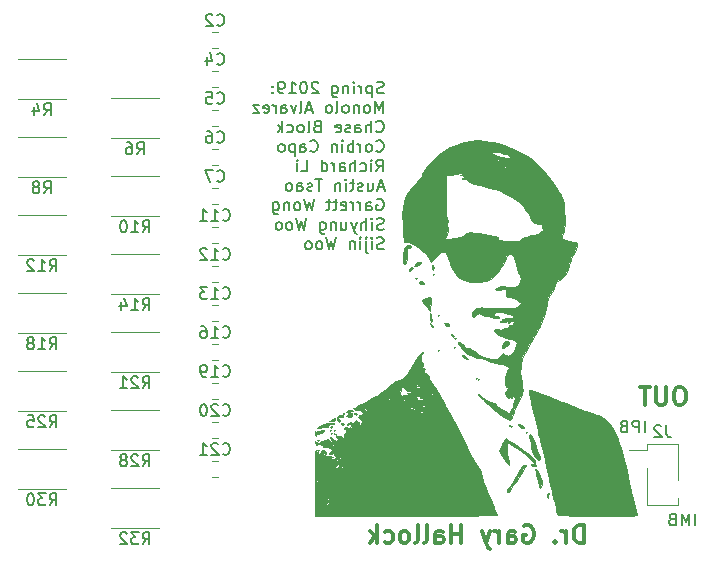
<source format=gbr>
%TF.GenerationSoftware,KiCad,Pcbnew,(5.0.0)*%
%TF.CreationDate,2019-02-15T22:08:27-06:00*%
%TF.ProjectId,BPSVoltage,425053566F6C746167652E6B69636164,rev?*%
%TF.SameCoordinates,Original*%
%TF.FileFunction,Legend,Bot*%
%TF.FilePolarity,Positive*%
%FSLAX46Y46*%
G04 Gerber Fmt 4.6, Leading zero omitted, Abs format (unit mm)*
G04 Created by KiCad (PCBNEW (5.0.0)) date 02/15/19 22:08:27*
%MOMM*%
%LPD*%
G01*
G04 APERTURE LIST*
%ADD10C,0.300000*%
%ADD11C,0.150000*%
%ADD12C,0.120000*%
%ADD13C,0.010000*%
G04 APERTURE END LIST*
D10*
X108100000Y-103028571D02*
X108100000Y-101528571D01*
X107742857Y-101528571D01*
X107528571Y-101600000D01*
X107385714Y-101742857D01*
X107314285Y-101885714D01*
X107242857Y-102171428D01*
X107242857Y-102385714D01*
X107314285Y-102671428D01*
X107385714Y-102814285D01*
X107528571Y-102957142D01*
X107742857Y-103028571D01*
X108100000Y-103028571D01*
X106600000Y-103028571D02*
X106600000Y-102028571D01*
X106600000Y-102314285D02*
X106528571Y-102171428D01*
X106457142Y-102100000D01*
X106314285Y-102028571D01*
X106171428Y-102028571D01*
X105671428Y-102885714D02*
X105600000Y-102957142D01*
X105671428Y-103028571D01*
X105742857Y-102957142D01*
X105671428Y-102885714D01*
X105671428Y-103028571D01*
X103028571Y-101600000D02*
X103171428Y-101528571D01*
X103385714Y-101528571D01*
X103600000Y-101600000D01*
X103742857Y-101742857D01*
X103814285Y-101885714D01*
X103885714Y-102171428D01*
X103885714Y-102385714D01*
X103814285Y-102671428D01*
X103742857Y-102814285D01*
X103600000Y-102957142D01*
X103385714Y-103028571D01*
X103242857Y-103028571D01*
X103028571Y-102957142D01*
X102957142Y-102885714D01*
X102957142Y-102385714D01*
X103242857Y-102385714D01*
X101671428Y-103028571D02*
X101671428Y-102242857D01*
X101742857Y-102100000D01*
X101885714Y-102028571D01*
X102171428Y-102028571D01*
X102314285Y-102100000D01*
X101671428Y-102957142D02*
X101814285Y-103028571D01*
X102171428Y-103028571D01*
X102314285Y-102957142D01*
X102385714Y-102814285D01*
X102385714Y-102671428D01*
X102314285Y-102528571D01*
X102171428Y-102457142D01*
X101814285Y-102457142D01*
X101671428Y-102385714D01*
X100957142Y-103028571D02*
X100957142Y-102028571D01*
X100957142Y-102314285D02*
X100885714Y-102171428D01*
X100814285Y-102100000D01*
X100671428Y-102028571D01*
X100528571Y-102028571D01*
X100171428Y-102028571D02*
X99814285Y-103028571D01*
X99457142Y-102028571D02*
X99814285Y-103028571D01*
X99957142Y-103385714D01*
X100028571Y-103457142D01*
X100171428Y-103528571D01*
X97742857Y-103028571D02*
X97742857Y-101528571D01*
X97742857Y-102242857D02*
X96885714Y-102242857D01*
X96885714Y-103028571D02*
X96885714Y-101528571D01*
X95528571Y-103028571D02*
X95528571Y-102242857D01*
X95600000Y-102100000D01*
X95742857Y-102028571D01*
X96028571Y-102028571D01*
X96171428Y-102100000D01*
X95528571Y-102957142D02*
X95671428Y-103028571D01*
X96028571Y-103028571D01*
X96171428Y-102957142D01*
X96242857Y-102814285D01*
X96242857Y-102671428D01*
X96171428Y-102528571D01*
X96028571Y-102457142D01*
X95671428Y-102457142D01*
X95528571Y-102385714D01*
X94600000Y-103028571D02*
X94742857Y-102957142D01*
X94814285Y-102814285D01*
X94814285Y-101528571D01*
X93814285Y-103028571D02*
X93957142Y-102957142D01*
X94028571Y-102814285D01*
X94028571Y-101528571D01*
X93028571Y-103028571D02*
X93171428Y-102957142D01*
X93242857Y-102885714D01*
X93314285Y-102742857D01*
X93314285Y-102314285D01*
X93242857Y-102171428D01*
X93171428Y-102100000D01*
X93028571Y-102028571D01*
X92814285Y-102028571D01*
X92671428Y-102100000D01*
X92600000Y-102171428D01*
X92528571Y-102314285D01*
X92528571Y-102742857D01*
X92600000Y-102885714D01*
X92671428Y-102957142D01*
X92814285Y-103028571D01*
X93028571Y-103028571D01*
X91242857Y-102957142D02*
X91385714Y-103028571D01*
X91671428Y-103028571D01*
X91814285Y-102957142D01*
X91885714Y-102885714D01*
X91957142Y-102742857D01*
X91957142Y-102314285D01*
X91885714Y-102171428D01*
X91814285Y-102100000D01*
X91671428Y-102028571D01*
X91385714Y-102028571D01*
X91242857Y-102100000D01*
X90600000Y-103028571D02*
X90600000Y-101528571D01*
X90457142Y-102457142D02*
X90028571Y-103028571D01*
X90028571Y-102028571D02*
X90600000Y-102600000D01*
D11*
X91152023Y-64924761D02*
X91009166Y-64972380D01*
X90771071Y-64972380D01*
X90675833Y-64924761D01*
X90628214Y-64877142D01*
X90580595Y-64781904D01*
X90580595Y-64686666D01*
X90628214Y-64591428D01*
X90675833Y-64543809D01*
X90771071Y-64496190D01*
X90961547Y-64448571D01*
X91056785Y-64400952D01*
X91104404Y-64353333D01*
X91152023Y-64258095D01*
X91152023Y-64162857D01*
X91104404Y-64067619D01*
X91056785Y-64020000D01*
X90961547Y-63972380D01*
X90723452Y-63972380D01*
X90580595Y-64020000D01*
X90152023Y-64305714D02*
X90152023Y-65305714D01*
X90152023Y-64353333D02*
X90056785Y-64305714D01*
X89866309Y-64305714D01*
X89771071Y-64353333D01*
X89723452Y-64400952D01*
X89675833Y-64496190D01*
X89675833Y-64781904D01*
X89723452Y-64877142D01*
X89771071Y-64924761D01*
X89866309Y-64972380D01*
X90056785Y-64972380D01*
X90152023Y-64924761D01*
X89247261Y-64972380D02*
X89247261Y-64305714D01*
X89247261Y-64496190D02*
X89199642Y-64400952D01*
X89152023Y-64353333D01*
X89056785Y-64305714D01*
X88961547Y-64305714D01*
X88628214Y-64972380D02*
X88628214Y-64305714D01*
X88628214Y-63972380D02*
X88675833Y-64020000D01*
X88628214Y-64067619D01*
X88580595Y-64020000D01*
X88628214Y-63972380D01*
X88628214Y-64067619D01*
X88152023Y-64305714D02*
X88152023Y-64972380D01*
X88152023Y-64400952D02*
X88104404Y-64353333D01*
X88009166Y-64305714D01*
X87866309Y-64305714D01*
X87771071Y-64353333D01*
X87723452Y-64448571D01*
X87723452Y-64972380D01*
X86818690Y-64305714D02*
X86818690Y-65115238D01*
X86866309Y-65210476D01*
X86913928Y-65258095D01*
X87009166Y-65305714D01*
X87152023Y-65305714D01*
X87247261Y-65258095D01*
X86818690Y-64924761D02*
X86913928Y-64972380D01*
X87104404Y-64972380D01*
X87199642Y-64924761D01*
X87247261Y-64877142D01*
X87294880Y-64781904D01*
X87294880Y-64496190D01*
X87247261Y-64400952D01*
X87199642Y-64353333D01*
X87104404Y-64305714D01*
X86913928Y-64305714D01*
X86818690Y-64353333D01*
X85628214Y-64067619D02*
X85580595Y-64020000D01*
X85485357Y-63972380D01*
X85247261Y-63972380D01*
X85152023Y-64020000D01*
X85104404Y-64067619D01*
X85056785Y-64162857D01*
X85056785Y-64258095D01*
X85104404Y-64400952D01*
X85675833Y-64972380D01*
X85056785Y-64972380D01*
X84437738Y-63972380D02*
X84342500Y-63972380D01*
X84247261Y-64020000D01*
X84199642Y-64067619D01*
X84152023Y-64162857D01*
X84104404Y-64353333D01*
X84104404Y-64591428D01*
X84152023Y-64781904D01*
X84199642Y-64877142D01*
X84247261Y-64924761D01*
X84342500Y-64972380D01*
X84437738Y-64972380D01*
X84532976Y-64924761D01*
X84580595Y-64877142D01*
X84628214Y-64781904D01*
X84675833Y-64591428D01*
X84675833Y-64353333D01*
X84628214Y-64162857D01*
X84580595Y-64067619D01*
X84532976Y-64020000D01*
X84437738Y-63972380D01*
X83152023Y-64972380D02*
X83723452Y-64972380D01*
X83437738Y-64972380D02*
X83437738Y-63972380D01*
X83532976Y-64115238D01*
X83628214Y-64210476D01*
X83723452Y-64258095D01*
X82675833Y-64972380D02*
X82485357Y-64972380D01*
X82390119Y-64924761D01*
X82342500Y-64877142D01*
X82247261Y-64734285D01*
X82199642Y-64543809D01*
X82199642Y-64162857D01*
X82247261Y-64067619D01*
X82294880Y-64020000D01*
X82390119Y-63972380D01*
X82580595Y-63972380D01*
X82675833Y-64020000D01*
X82723452Y-64067619D01*
X82771071Y-64162857D01*
X82771071Y-64400952D01*
X82723452Y-64496190D01*
X82675833Y-64543809D01*
X82580595Y-64591428D01*
X82390119Y-64591428D01*
X82294880Y-64543809D01*
X82247261Y-64496190D01*
X82199642Y-64400952D01*
X81771071Y-64877142D02*
X81723452Y-64924761D01*
X81771071Y-64972380D01*
X81818690Y-64924761D01*
X81771071Y-64877142D01*
X81771071Y-64972380D01*
X81771071Y-64353333D02*
X81723452Y-64400952D01*
X81771071Y-64448571D01*
X81818690Y-64400952D01*
X81771071Y-64353333D01*
X81771071Y-64448571D01*
X91104404Y-66622380D02*
X91104404Y-65622380D01*
X90771071Y-66336666D01*
X90437738Y-65622380D01*
X90437738Y-66622380D01*
X89818690Y-66622380D02*
X89913928Y-66574761D01*
X89961547Y-66527142D01*
X90009166Y-66431904D01*
X90009166Y-66146190D01*
X89961547Y-66050952D01*
X89913928Y-66003333D01*
X89818690Y-65955714D01*
X89675833Y-65955714D01*
X89580595Y-66003333D01*
X89532976Y-66050952D01*
X89485357Y-66146190D01*
X89485357Y-66431904D01*
X89532976Y-66527142D01*
X89580595Y-66574761D01*
X89675833Y-66622380D01*
X89818690Y-66622380D01*
X89056785Y-65955714D02*
X89056785Y-66622380D01*
X89056785Y-66050952D02*
X89009166Y-66003333D01*
X88913928Y-65955714D01*
X88771071Y-65955714D01*
X88675833Y-66003333D01*
X88628214Y-66098571D01*
X88628214Y-66622380D01*
X88009166Y-66622380D02*
X88104404Y-66574761D01*
X88152023Y-66527142D01*
X88199642Y-66431904D01*
X88199642Y-66146190D01*
X88152023Y-66050952D01*
X88104404Y-66003333D01*
X88009166Y-65955714D01*
X87866309Y-65955714D01*
X87771071Y-66003333D01*
X87723452Y-66050952D01*
X87675833Y-66146190D01*
X87675833Y-66431904D01*
X87723452Y-66527142D01*
X87771071Y-66574761D01*
X87866309Y-66622380D01*
X88009166Y-66622380D01*
X87104404Y-66622380D02*
X87199642Y-66574761D01*
X87247261Y-66479523D01*
X87247261Y-65622380D01*
X86580595Y-66622380D02*
X86675833Y-66574761D01*
X86723452Y-66527142D01*
X86771071Y-66431904D01*
X86771071Y-66146190D01*
X86723452Y-66050952D01*
X86675833Y-66003333D01*
X86580595Y-65955714D01*
X86437738Y-65955714D01*
X86342500Y-66003333D01*
X86294880Y-66050952D01*
X86247261Y-66146190D01*
X86247261Y-66431904D01*
X86294880Y-66527142D01*
X86342500Y-66574761D01*
X86437738Y-66622380D01*
X86580595Y-66622380D01*
X85104404Y-66336666D02*
X84628214Y-66336666D01*
X85199642Y-66622380D02*
X84866309Y-65622380D01*
X84532976Y-66622380D01*
X84056785Y-66622380D02*
X84152023Y-66574761D01*
X84199642Y-66479523D01*
X84199642Y-65622380D01*
X83771071Y-65955714D02*
X83532976Y-66622380D01*
X83294880Y-65955714D01*
X82485357Y-66622380D02*
X82485357Y-66098571D01*
X82532976Y-66003333D01*
X82628214Y-65955714D01*
X82818690Y-65955714D01*
X82913928Y-66003333D01*
X82485357Y-66574761D02*
X82580595Y-66622380D01*
X82818690Y-66622380D01*
X82913928Y-66574761D01*
X82961547Y-66479523D01*
X82961547Y-66384285D01*
X82913928Y-66289047D01*
X82818690Y-66241428D01*
X82580595Y-66241428D01*
X82485357Y-66193809D01*
X82009166Y-66622380D02*
X82009166Y-65955714D01*
X82009166Y-66146190D02*
X81961547Y-66050952D01*
X81913928Y-66003333D01*
X81818690Y-65955714D01*
X81723452Y-65955714D01*
X81009166Y-66574761D02*
X81104404Y-66622380D01*
X81294880Y-66622380D01*
X81390119Y-66574761D01*
X81437738Y-66479523D01*
X81437738Y-66098571D01*
X81390119Y-66003333D01*
X81294880Y-65955714D01*
X81104404Y-65955714D01*
X81009166Y-66003333D01*
X80961547Y-66098571D01*
X80961547Y-66193809D01*
X81437738Y-66289047D01*
X80628214Y-65955714D02*
X80104404Y-65955714D01*
X80628214Y-66622380D01*
X80104404Y-66622380D01*
X90532976Y-68177142D02*
X90580595Y-68224761D01*
X90723452Y-68272380D01*
X90818690Y-68272380D01*
X90961547Y-68224761D01*
X91056785Y-68129523D01*
X91104404Y-68034285D01*
X91152023Y-67843809D01*
X91152023Y-67700952D01*
X91104404Y-67510476D01*
X91056785Y-67415238D01*
X90961547Y-67320000D01*
X90818690Y-67272380D01*
X90723452Y-67272380D01*
X90580595Y-67320000D01*
X90532976Y-67367619D01*
X90104404Y-68272380D02*
X90104404Y-67272380D01*
X89675833Y-68272380D02*
X89675833Y-67748571D01*
X89723452Y-67653333D01*
X89818690Y-67605714D01*
X89961547Y-67605714D01*
X90056785Y-67653333D01*
X90104404Y-67700952D01*
X88771071Y-68272380D02*
X88771071Y-67748571D01*
X88818690Y-67653333D01*
X88913928Y-67605714D01*
X89104404Y-67605714D01*
X89199642Y-67653333D01*
X88771071Y-68224761D02*
X88866309Y-68272380D01*
X89104404Y-68272380D01*
X89199642Y-68224761D01*
X89247261Y-68129523D01*
X89247261Y-68034285D01*
X89199642Y-67939047D01*
X89104404Y-67891428D01*
X88866309Y-67891428D01*
X88771071Y-67843809D01*
X88342500Y-68224761D02*
X88247261Y-68272380D01*
X88056785Y-68272380D01*
X87961547Y-68224761D01*
X87913928Y-68129523D01*
X87913928Y-68081904D01*
X87961547Y-67986666D01*
X88056785Y-67939047D01*
X88199642Y-67939047D01*
X88294880Y-67891428D01*
X88342500Y-67796190D01*
X88342500Y-67748571D01*
X88294880Y-67653333D01*
X88199642Y-67605714D01*
X88056785Y-67605714D01*
X87961547Y-67653333D01*
X87104404Y-68224761D02*
X87199642Y-68272380D01*
X87390119Y-68272380D01*
X87485357Y-68224761D01*
X87532976Y-68129523D01*
X87532976Y-67748571D01*
X87485357Y-67653333D01*
X87390119Y-67605714D01*
X87199642Y-67605714D01*
X87104404Y-67653333D01*
X87056785Y-67748571D01*
X87056785Y-67843809D01*
X87532976Y-67939047D01*
X85532976Y-67748571D02*
X85390119Y-67796190D01*
X85342500Y-67843809D01*
X85294880Y-67939047D01*
X85294880Y-68081904D01*
X85342500Y-68177142D01*
X85390119Y-68224761D01*
X85485357Y-68272380D01*
X85866309Y-68272380D01*
X85866309Y-67272380D01*
X85532976Y-67272380D01*
X85437738Y-67320000D01*
X85390119Y-67367619D01*
X85342500Y-67462857D01*
X85342500Y-67558095D01*
X85390119Y-67653333D01*
X85437738Y-67700952D01*
X85532976Y-67748571D01*
X85866309Y-67748571D01*
X84723452Y-68272380D02*
X84818690Y-68224761D01*
X84866309Y-68129523D01*
X84866309Y-67272380D01*
X84199642Y-68272380D02*
X84294880Y-68224761D01*
X84342500Y-68177142D01*
X84390119Y-68081904D01*
X84390119Y-67796190D01*
X84342500Y-67700952D01*
X84294880Y-67653333D01*
X84199642Y-67605714D01*
X84056785Y-67605714D01*
X83961547Y-67653333D01*
X83913928Y-67700952D01*
X83866309Y-67796190D01*
X83866309Y-68081904D01*
X83913928Y-68177142D01*
X83961547Y-68224761D01*
X84056785Y-68272380D01*
X84199642Y-68272380D01*
X83009166Y-68224761D02*
X83104404Y-68272380D01*
X83294880Y-68272380D01*
X83390119Y-68224761D01*
X83437738Y-68177142D01*
X83485357Y-68081904D01*
X83485357Y-67796190D01*
X83437738Y-67700952D01*
X83390119Y-67653333D01*
X83294880Y-67605714D01*
X83104404Y-67605714D01*
X83009166Y-67653333D01*
X82580595Y-68272380D02*
X82580595Y-67272380D01*
X82485357Y-67891428D02*
X82199642Y-68272380D01*
X82199642Y-67605714D02*
X82580595Y-67986666D01*
X90532976Y-69827142D02*
X90580595Y-69874761D01*
X90723452Y-69922380D01*
X90818690Y-69922380D01*
X90961547Y-69874761D01*
X91056785Y-69779523D01*
X91104404Y-69684285D01*
X91152023Y-69493809D01*
X91152023Y-69350952D01*
X91104404Y-69160476D01*
X91056785Y-69065238D01*
X90961547Y-68970000D01*
X90818690Y-68922380D01*
X90723452Y-68922380D01*
X90580595Y-68970000D01*
X90532976Y-69017619D01*
X89961547Y-69922380D02*
X90056785Y-69874761D01*
X90104404Y-69827142D01*
X90152023Y-69731904D01*
X90152023Y-69446190D01*
X90104404Y-69350952D01*
X90056785Y-69303333D01*
X89961547Y-69255714D01*
X89818690Y-69255714D01*
X89723452Y-69303333D01*
X89675833Y-69350952D01*
X89628214Y-69446190D01*
X89628214Y-69731904D01*
X89675833Y-69827142D01*
X89723452Y-69874761D01*
X89818690Y-69922380D01*
X89961547Y-69922380D01*
X89199642Y-69922380D02*
X89199642Y-69255714D01*
X89199642Y-69446190D02*
X89152023Y-69350952D01*
X89104404Y-69303333D01*
X89009166Y-69255714D01*
X88913928Y-69255714D01*
X88580595Y-69922380D02*
X88580595Y-68922380D01*
X88580595Y-69303333D02*
X88485357Y-69255714D01*
X88294880Y-69255714D01*
X88199642Y-69303333D01*
X88152023Y-69350952D01*
X88104404Y-69446190D01*
X88104404Y-69731904D01*
X88152023Y-69827142D01*
X88199642Y-69874761D01*
X88294880Y-69922380D01*
X88485357Y-69922380D01*
X88580595Y-69874761D01*
X87675833Y-69922380D02*
X87675833Y-69255714D01*
X87675833Y-68922380D02*
X87723452Y-68970000D01*
X87675833Y-69017619D01*
X87628214Y-68970000D01*
X87675833Y-68922380D01*
X87675833Y-69017619D01*
X87199642Y-69255714D02*
X87199642Y-69922380D01*
X87199642Y-69350952D02*
X87152023Y-69303333D01*
X87056785Y-69255714D01*
X86913928Y-69255714D01*
X86818690Y-69303333D01*
X86771071Y-69398571D01*
X86771071Y-69922380D01*
X84961547Y-69827142D02*
X85009166Y-69874761D01*
X85152023Y-69922380D01*
X85247261Y-69922380D01*
X85390119Y-69874761D01*
X85485357Y-69779523D01*
X85532976Y-69684285D01*
X85580595Y-69493809D01*
X85580595Y-69350952D01*
X85532976Y-69160476D01*
X85485357Y-69065238D01*
X85390119Y-68970000D01*
X85247261Y-68922380D01*
X85152023Y-68922380D01*
X85009166Y-68970000D01*
X84961547Y-69017619D01*
X84104404Y-69922380D02*
X84104404Y-69398571D01*
X84152023Y-69303333D01*
X84247261Y-69255714D01*
X84437738Y-69255714D01*
X84532976Y-69303333D01*
X84104404Y-69874761D02*
X84199642Y-69922380D01*
X84437738Y-69922380D01*
X84532976Y-69874761D01*
X84580595Y-69779523D01*
X84580595Y-69684285D01*
X84532976Y-69589047D01*
X84437738Y-69541428D01*
X84199642Y-69541428D01*
X84104404Y-69493809D01*
X83628214Y-69255714D02*
X83628214Y-70255714D01*
X83628214Y-69303333D02*
X83532976Y-69255714D01*
X83342500Y-69255714D01*
X83247261Y-69303333D01*
X83199642Y-69350952D01*
X83152023Y-69446190D01*
X83152023Y-69731904D01*
X83199642Y-69827142D01*
X83247261Y-69874761D01*
X83342500Y-69922380D01*
X83532976Y-69922380D01*
X83628214Y-69874761D01*
X82580595Y-69922380D02*
X82675833Y-69874761D01*
X82723452Y-69827142D01*
X82771071Y-69731904D01*
X82771071Y-69446190D01*
X82723452Y-69350952D01*
X82675833Y-69303333D01*
X82580595Y-69255714D01*
X82437738Y-69255714D01*
X82342500Y-69303333D01*
X82294880Y-69350952D01*
X82247261Y-69446190D01*
X82247261Y-69731904D01*
X82294880Y-69827142D01*
X82342500Y-69874761D01*
X82437738Y-69922380D01*
X82580595Y-69922380D01*
X90532976Y-71572380D02*
X90866309Y-71096190D01*
X91104404Y-71572380D02*
X91104404Y-70572380D01*
X90723452Y-70572380D01*
X90628214Y-70620000D01*
X90580595Y-70667619D01*
X90532976Y-70762857D01*
X90532976Y-70905714D01*
X90580595Y-71000952D01*
X90628214Y-71048571D01*
X90723452Y-71096190D01*
X91104404Y-71096190D01*
X90104404Y-71572380D02*
X90104404Y-70905714D01*
X90104404Y-70572380D02*
X90152023Y-70620000D01*
X90104404Y-70667619D01*
X90056785Y-70620000D01*
X90104404Y-70572380D01*
X90104404Y-70667619D01*
X89199642Y-71524761D02*
X89294880Y-71572380D01*
X89485357Y-71572380D01*
X89580595Y-71524761D01*
X89628214Y-71477142D01*
X89675833Y-71381904D01*
X89675833Y-71096190D01*
X89628214Y-71000952D01*
X89580595Y-70953333D01*
X89485357Y-70905714D01*
X89294880Y-70905714D01*
X89199642Y-70953333D01*
X88771071Y-71572380D02*
X88771071Y-70572380D01*
X88342500Y-71572380D02*
X88342500Y-71048571D01*
X88390119Y-70953333D01*
X88485357Y-70905714D01*
X88628214Y-70905714D01*
X88723452Y-70953333D01*
X88771071Y-71000952D01*
X87437738Y-71572380D02*
X87437738Y-71048571D01*
X87485357Y-70953333D01*
X87580595Y-70905714D01*
X87771071Y-70905714D01*
X87866309Y-70953333D01*
X87437738Y-71524761D02*
X87532976Y-71572380D01*
X87771071Y-71572380D01*
X87866309Y-71524761D01*
X87913928Y-71429523D01*
X87913928Y-71334285D01*
X87866309Y-71239047D01*
X87771071Y-71191428D01*
X87532976Y-71191428D01*
X87437738Y-71143809D01*
X86961547Y-71572380D02*
X86961547Y-70905714D01*
X86961547Y-71096190D02*
X86913928Y-71000952D01*
X86866309Y-70953333D01*
X86771071Y-70905714D01*
X86675833Y-70905714D01*
X85913928Y-71572380D02*
X85913928Y-70572380D01*
X85913928Y-71524761D02*
X86009166Y-71572380D01*
X86199642Y-71572380D01*
X86294880Y-71524761D01*
X86342500Y-71477142D01*
X86390119Y-71381904D01*
X86390119Y-71096190D01*
X86342500Y-71000952D01*
X86294880Y-70953333D01*
X86199642Y-70905714D01*
X86009166Y-70905714D01*
X85913928Y-70953333D01*
X84199642Y-71572380D02*
X84675833Y-71572380D01*
X84675833Y-70572380D01*
X83866309Y-71572380D02*
X83866309Y-70905714D01*
X83866309Y-70572380D02*
X83913928Y-70620000D01*
X83866309Y-70667619D01*
X83818690Y-70620000D01*
X83866309Y-70572380D01*
X83866309Y-70667619D01*
X91152023Y-72936666D02*
X90675833Y-72936666D01*
X91247261Y-73222380D02*
X90913928Y-72222380D01*
X90580595Y-73222380D01*
X89818690Y-72555714D02*
X89818690Y-73222380D01*
X90247261Y-72555714D02*
X90247261Y-73079523D01*
X90199642Y-73174761D01*
X90104404Y-73222380D01*
X89961547Y-73222380D01*
X89866309Y-73174761D01*
X89818690Y-73127142D01*
X89390119Y-73174761D02*
X89294880Y-73222380D01*
X89104404Y-73222380D01*
X89009166Y-73174761D01*
X88961547Y-73079523D01*
X88961547Y-73031904D01*
X89009166Y-72936666D01*
X89104404Y-72889047D01*
X89247261Y-72889047D01*
X89342500Y-72841428D01*
X89390119Y-72746190D01*
X89390119Y-72698571D01*
X89342500Y-72603333D01*
X89247261Y-72555714D01*
X89104404Y-72555714D01*
X89009166Y-72603333D01*
X88675833Y-72555714D02*
X88294880Y-72555714D01*
X88532976Y-72222380D02*
X88532976Y-73079523D01*
X88485357Y-73174761D01*
X88390119Y-73222380D01*
X88294880Y-73222380D01*
X87961547Y-73222380D02*
X87961547Y-72555714D01*
X87961547Y-72222380D02*
X88009166Y-72270000D01*
X87961547Y-72317619D01*
X87913928Y-72270000D01*
X87961547Y-72222380D01*
X87961547Y-72317619D01*
X87485357Y-72555714D02*
X87485357Y-73222380D01*
X87485357Y-72650952D02*
X87437738Y-72603333D01*
X87342500Y-72555714D01*
X87199642Y-72555714D01*
X87104404Y-72603333D01*
X87056785Y-72698571D01*
X87056785Y-73222380D01*
X85961547Y-72222380D02*
X85390119Y-72222380D01*
X85675833Y-73222380D02*
X85675833Y-72222380D01*
X85104404Y-73174761D02*
X85009166Y-73222380D01*
X84818690Y-73222380D01*
X84723452Y-73174761D01*
X84675833Y-73079523D01*
X84675833Y-73031904D01*
X84723452Y-72936666D01*
X84818690Y-72889047D01*
X84961547Y-72889047D01*
X85056785Y-72841428D01*
X85104404Y-72746190D01*
X85104404Y-72698571D01*
X85056785Y-72603333D01*
X84961547Y-72555714D01*
X84818690Y-72555714D01*
X84723452Y-72603333D01*
X83818690Y-73222380D02*
X83818690Y-72698571D01*
X83866309Y-72603333D01*
X83961547Y-72555714D01*
X84152023Y-72555714D01*
X84247261Y-72603333D01*
X83818690Y-73174761D02*
X83913928Y-73222380D01*
X84152023Y-73222380D01*
X84247261Y-73174761D01*
X84294880Y-73079523D01*
X84294880Y-72984285D01*
X84247261Y-72889047D01*
X84152023Y-72841428D01*
X83913928Y-72841428D01*
X83818690Y-72793809D01*
X83199642Y-73222380D02*
X83294880Y-73174761D01*
X83342500Y-73127142D01*
X83390119Y-73031904D01*
X83390119Y-72746190D01*
X83342500Y-72650952D01*
X83294880Y-72603333D01*
X83199642Y-72555714D01*
X83056785Y-72555714D01*
X82961547Y-72603333D01*
X82913928Y-72650952D01*
X82866309Y-72746190D01*
X82866309Y-73031904D01*
X82913928Y-73127142D01*
X82961547Y-73174761D01*
X83056785Y-73222380D01*
X83199642Y-73222380D01*
X90580595Y-73920000D02*
X90675833Y-73872380D01*
X90818690Y-73872380D01*
X90961547Y-73920000D01*
X91056785Y-74015238D01*
X91104404Y-74110476D01*
X91152023Y-74300952D01*
X91152023Y-74443809D01*
X91104404Y-74634285D01*
X91056785Y-74729523D01*
X90961547Y-74824761D01*
X90818690Y-74872380D01*
X90723452Y-74872380D01*
X90580595Y-74824761D01*
X90532976Y-74777142D01*
X90532976Y-74443809D01*
X90723452Y-74443809D01*
X89675833Y-74872380D02*
X89675833Y-74348571D01*
X89723452Y-74253333D01*
X89818690Y-74205714D01*
X90009166Y-74205714D01*
X90104404Y-74253333D01*
X89675833Y-74824761D02*
X89771071Y-74872380D01*
X90009166Y-74872380D01*
X90104404Y-74824761D01*
X90152023Y-74729523D01*
X90152023Y-74634285D01*
X90104404Y-74539047D01*
X90009166Y-74491428D01*
X89771071Y-74491428D01*
X89675833Y-74443809D01*
X89199642Y-74872380D02*
X89199642Y-74205714D01*
X89199642Y-74396190D02*
X89152023Y-74300952D01*
X89104404Y-74253333D01*
X89009166Y-74205714D01*
X88913928Y-74205714D01*
X88580595Y-74872380D02*
X88580595Y-74205714D01*
X88580595Y-74396190D02*
X88532976Y-74300952D01*
X88485357Y-74253333D01*
X88390119Y-74205714D01*
X88294880Y-74205714D01*
X87580595Y-74824761D02*
X87675833Y-74872380D01*
X87866309Y-74872380D01*
X87961547Y-74824761D01*
X88009166Y-74729523D01*
X88009166Y-74348571D01*
X87961547Y-74253333D01*
X87866309Y-74205714D01*
X87675833Y-74205714D01*
X87580595Y-74253333D01*
X87532976Y-74348571D01*
X87532976Y-74443809D01*
X88009166Y-74539047D01*
X87247261Y-74205714D02*
X86866309Y-74205714D01*
X87104404Y-73872380D02*
X87104404Y-74729523D01*
X87056785Y-74824761D01*
X86961547Y-74872380D01*
X86866309Y-74872380D01*
X86675833Y-74205714D02*
X86294880Y-74205714D01*
X86532976Y-73872380D02*
X86532976Y-74729523D01*
X86485357Y-74824761D01*
X86390119Y-74872380D01*
X86294880Y-74872380D01*
X85294880Y-73872380D02*
X85056785Y-74872380D01*
X84866309Y-74158095D01*
X84675833Y-74872380D01*
X84437738Y-73872380D01*
X83913928Y-74872380D02*
X84009166Y-74824761D01*
X84056785Y-74777142D01*
X84104404Y-74681904D01*
X84104404Y-74396190D01*
X84056785Y-74300952D01*
X84009166Y-74253333D01*
X83913928Y-74205714D01*
X83771071Y-74205714D01*
X83675833Y-74253333D01*
X83628214Y-74300952D01*
X83580595Y-74396190D01*
X83580595Y-74681904D01*
X83628214Y-74777142D01*
X83675833Y-74824761D01*
X83771071Y-74872380D01*
X83913928Y-74872380D01*
X83152023Y-74205714D02*
X83152023Y-74872380D01*
X83152023Y-74300952D02*
X83104404Y-74253333D01*
X83009166Y-74205714D01*
X82866309Y-74205714D01*
X82771071Y-74253333D01*
X82723452Y-74348571D01*
X82723452Y-74872380D01*
X81818690Y-74205714D02*
X81818690Y-75015238D01*
X81866309Y-75110476D01*
X81913928Y-75158095D01*
X82009166Y-75205714D01*
X82152023Y-75205714D01*
X82247261Y-75158095D01*
X81818690Y-74824761D02*
X81913928Y-74872380D01*
X82104404Y-74872380D01*
X82199642Y-74824761D01*
X82247261Y-74777142D01*
X82294880Y-74681904D01*
X82294880Y-74396190D01*
X82247261Y-74300952D01*
X82199642Y-74253333D01*
X82104404Y-74205714D01*
X81913928Y-74205714D01*
X81818690Y-74253333D01*
X91152023Y-76474761D02*
X91009166Y-76522380D01*
X90771071Y-76522380D01*
X90675833Y-76474761D01*
X90628214Y-76427142D01*
X90580595Y-76331904D01*
X90580595Y-76236666D01*
X90628214Y-76141428D01*
X90675833Y-76093809D01*
X90771071Y-76046190D01*
X90961547Y-75998571D01*
X91056785Y-75950952D01*
X91104404Y-75903333D01*
X91152023Y-75808095D01*
X91152023Y-75712857D01*
X91104404Y-75617619D01*
X91056785Y-75570000D01*
X90961547Y-75522380D01*
X90723452Y-75522380D01*
X90580595Y-75570000D01*
X90152023Y-76522380D02*
X90152023Y-75855714D01*
X90152023Y-75522380D02*
X90199642Y-75570000D01*
X90152023Y-75617619D01*
X90104404Y-75570000D01*
X90152023Y-75522380D01*
X90152023Y-75617619D01*
X89675833Y-76522380D02*
X89675833Y-75522380D01*
X89247261Y-76522380D02*
X89247261Y-75998571D01*
X89294880Y-75903333D01*
X89390119Y-75855714D01*
X89532976Y-75855714D01*
X89628214Y-75903333D01*
X89675833Y-75950952D01*
X88866309Y-75855714D02*
X88628214Y-76522380D01*
X88390119Y-75855714D02*
X88628214Y-76522380D01*
X88723452Y-76760476D01*
X88771071Y-76808095D01*
X88866309Y-76855714D01*
X87580595Y-75855714D02*
X87580595Y-76522380D01*
X88009166Y-75855714D02*
X88009166Y-76379523D01*
X87961547Y-76474761D01*
X87866309Y-76522380D01*
X87723452Y-76522380D01*
X87628214Y-76474761D01*
X87580595Y-76427142D01*
X87104404Y-75855714D02*
X87104404Y-76522380D01*
X87104404Y-75950952D02*
X87056785Y-75903333D01*
X86961547Y-75855714D01*
X86818690Y-75855714D01*
X86723452Y-75903333D01*
X86675833Y-75998571D01*
X86675833Y-76522380D01*
X85771071Y-75855714D02*
X85771071Y-76665238D01*
X85818690Y-76760476D01*
X85866309Y-76808095D01*
X85961547Y-76855714D01*
X86104404Y-76855714D01*
X86199642Y-76808095D01*
X85771071Y-76474761D02*
X85866309Y-76522380D01*
X86056785Y-76522380D01*
X86152023Y-76474761D01*
X86199642Y-76427142D01*
X86247261Y-76331904D01*
X86247261Y-76046190D01*
X86199642Y-75950952D01*
X86152023Y-75903333D01*
X86056785Y-75855714D01*
X85866309Y-75855714D01*
X85771071Y-75903333D01*
X84628214Y-75522380D02*
X84390119Y-76522380D01*
X84199642Y-75808095D01*
X84009166Y-76522380D01*
X83771071Y-75522380D01*
X83247261Y-76522380D02*
X83342500Y-76474761D01*
X83390119Y-76427142D01*
X83437738Y-76331904D01*
X83437738Y-76046190D01*
X83390119Y-75950952D01*
X83342500Y-75903333D01*
X83247261Y-75855714D01*
X83104404Y-75855714D01*
X83009166Y-75903333D01*
X82961547Y-75950952D01*
X82913928Y-76046190D01*
X82913928Y-76331904D01*
X82961547Y-76427142D01*
X83009166Y-76474761D01*
X83104404Y-76522380D01*
X83247261Y-76522380D01*
X82342500Y-76522380D02*
X82437738Y-76474761D01*
X82485357Y-76427142D01*
X82532976Y-76331904D01*
X82532976Y-76046190D01*
X82485357Y-75950952D01*
X82437738Y-75903333D01*
X82342500Y-75855714D01*
X82199642Y-75855714D01*
X82104404Y-75903333D01*
X82056785Y-75950952D01*
X82009166Y-76046190D01*
X82009166Y-76331904D01*
X82056785Y-76427142D01*
X82104404Y-76474761D01*
X82199642Y-76522380D01*
X82342500Y-76522380D01*
X91152023Y-78124761D02*
X91009166Y-78172380D01*
X90771071Y-78172380D01*
X90675833Y-78124761D01*
X90628214Y-78077142D01*
X90580595Y-77981904D01*
X90580595Y-77886666D01*
X90628214Y-77791428D01*
X90675833Y-77743809D01*
X90771071Y-77696190D01*
X90961547Y-77648571D01*
X91056785Y-77600952D01*
X91104404Y-77553333D01*
X91152023Y-77458095D01*
X91152023Y-77362857D01*
X91104404Y-77267619D01*
X91056785Y-77220000D01*
X90961547Y-77172380D01*
X90723452Y-77172380D01*
X90580595Y-77220000D01*
X90152023Y-78172380D02*
X90152023Y-77505714D01*
X90152023Y-77172380D02*
X90199642Y-77220000D01*
X90152023Y-77267619D01*
X90104404Y-77220000D01*
X90152023Y-77172380D01*
X90152023Y-77267619D01*
X89675833Y-77505714D02*
X89675833Y-78362857D01*
X89723452Y-78458095D01*
X89818690Y-78505714D01*
X89866309Y-78505714D01*
X89675833Y-77172380D02*
X89723452Y-77220000D01*
X89675833Y-77267619D01*
X89628214Y-77220000D01*
X89675833Y-77172380D01*
X89675833Y-77267619D01*
X89199642Y-78172380D02*
X89199642Y-77505714D01*
X89199642Y-77172380D02*
X89247261Y-77220000D01*
X89199642Y-77267619D01*
X89152023Y-77220000D01*
X89199642Y-77172380D01*
X89199642Y-77267619D01*
X88723452Y-77505714D02*
X88723452Y-78172380D01*
X88723452Y-77600952D02*
X88675833Y-77553333D01*
X88580595Y-77505714D01*
X88437738Y-77505714D01*
X88342500Y-77553333D01*
X88294880Y-77648571D01*
X88294880Y-78172380D01*
X87152023Y-77172380D02*
X86913928Y-78172380D01*
X86723452Y-77458095D01*
X86532976Y-78172380D01*
X86294880Y-77172380D01*
X85771071Y-78172380D02*
X85866309Y-78124761D01*
X85913928Y-78077142D01*
X85961547Y-77981904D01*
X85961547Y-77696190D01*
X85913928Y-77600952D01*
X85866309Y-77553333D01*
X85771071Y-77505714D01*
X85628214Y-77505714D01*
X85532976Y-77553333D01*
X85485357Y-77600952D01*
X85437738Y-77696190D01*
X85437738Y-77981904D01*
X85485357Y-78077142D01*
X85532976Y-78124761D01*
X85628214Y-78172380D01*
X85771071Y-78172380D01*
X84866309Y-78172380D02*
X84961547Y-78124761D01*
X85009166Y-78077142D01*
X85056785Y-77981904D01*
X85056785Y-77696190D01*
X85009166Y-77600952D01*
X84961547Y-77553333D01*
X84866309Y-77505714D01*
X84723452Y-77505714D01*
X84628214Y-77553333D01*
X84580595Y-77600952D01*
X84532976Y-77696190D01*
X84532976Y-77981904D01*
X84580595Y-78077142D01*
X84628214Y-78124761D01*
X84723452Y-78172380D01*
X84866309Y-78172380D01*
X117530428Y-101544380D02*
X117530428Y-100544380D01*
X117054238Y-101544380D02*
X117054238Y-100544380D01*
X116720904Y-101258666D01*
X116387571Y-100544380D01*
X116387571Y-101544380D01*
X115578047Y-101020571D02*
X115435190Y-101068190D01*
X115387571Y-101115809D01*
X115339952Y-101211047D01*
X115339952Y-101353904D01*
X115387571Y-101449142D01*
X115435190Y-101496761D01*
X115530428Y-101544380D01*
X115911380Y-101544380D01*
X115911380Y-100544380D01*
X115578047Y-100544380D01*
X115482809Y-100592000D01*
X115435190Y-100639619D01*
X115387571Y-100734857D01*
X115387571Y-100830095D01*
X115435190Y-100925333D01*
X115482809Y-100972952D01*
X115578047Y-101020571D01*
X115911380Y-101020571D01*
X113268000Y-93670380D02*
X113268000Y-92670380D01*
X112791809Y-93670380D02*
X112791809Y-92670380D01*
X112410857Y-92670380D01*
X112315619Y-92718000D01*
X112268000Y-92765619D01*
X112220380Y-92860857D01*
X112220380Y-93003714D01*
X112268000Y-93098952D01*
X112315619Y-93146571D01*
X112410857Y-93194190D01*
X112791809Y-93194190D01*
X111458476Y-93146571D02*
X111315619Y-93194190D01*
X111268000Y-93241809D01*
X111220380Y-93337047D01*
X111220380Y-93479904D01*
X111268000Y-93575142D01*
X111315619Y-93622761D01*
X111410857Y-93670380D01*
X111791809Y-93670380D01*
X111791809Y-92670380D01*
X111458476Y-92670380D01*
X111363238Y-92718000D01*
X111315619Y-92765619D01*
X111268000Y-92860857D01*
X111268000Y-92956095D01*
X111315619Y-93051333D01*
X111363238Y-93098952D01*
X111458476Y-93146571D01*
X111791809Y-93146571D01*
D10*
X116371500Y-89856571D02*
X116085785Y-89856571D01*
X115942928Y-89928000D01*
X115800071Y-90070857D01*
X115728642Y-90356571D01*
X115728642Y-90856571D01*
X115800071Y-91142285D01*
X115942928Y-91285142D01*
X116085785Y-91356571D01*
X116371500Y-91356571D01*
X116514357Y-91285142D01*
X116657214Y-91142285D01*
X116728642Y-90856571D01*
X116728642Y-90356571D01*
X116657214Y-90070857D01*
X116514357Y-89928000D01*
X116371500Y-89856571D01*
X115085785Y-89856571D02*
X115085785Y-91070857D01*
X115014357Y-91213714D01*
X114942928Y-91285142D01*
X114800071Y-91356571D01*
X114514357Y-91356571D01*
X114371500Y-91285142D01*
X114300071Y-91213714D01*
X114228642Y-91070857D01*
X114228642Y-89856571D01*
X113728642Y-89856571D02*
X112871500Y-89856571D01*
X113300071Y-91356571D02*
X113300071Y-89856571D01*
D12*
X77142078Y-61162000D02*
X76624922Y-61162000D01*
X77142078Y-59742000D02*
X76624922Y-59742000D01*
X77142078Y-63044000D02*
X76624922Y-63044000D01*
X77142078Y-64464000D02*
X76624922Y-64464000D01*
X77142078Y-67766000D02*
X76624922Y-67766000D01*
X77142078Y-66346000D02*
X76624922Y-66346000D01*
X77142078Y-71068000D02*
X76624922Y-71068000D01*
X77142078Y-69648000D02*
X76624922Y-69648000D01*
X77142078Y-72950000D02*
X76624922Y-72950000D01*
X77142078Y-74370000D02*
X76624922Y-74370000D01*
X77142078Y-77672000D02*
X76624922Y-77672000D01*
X77142078Y-76252000D02*
X76624922Y-76252000D01*
X77142078Y-80974000D02*
X76624922Y-80974000D01*
X77142078Y-79554000D02*
X76624922Y-79554000D01*
X77142078Y-82856000D02*
X76624922Y-82856000D01*
X77142078Y-84276000D02*
X76624922Y-84276000D01*
X77142078Y-86158000D02*
X76624922Y-86158000D01*
X77142078Y-87578000D02*
X76624922Y-87578000D01*
X77142078Y-89460000D02*
X76624922Y-89460000D01*
X77142078Y-90880000D02*
X76624922Y-90880000D01*
X77142078Y-94182000D02*
X76624922Y-94182000D01*
X77142078Y-92762000D02*
X76624922Y-92762000D01*
X77142078Y-97484000D02*
X76624922Y-97484000D01*
X77142078Y-96064000D02*
X76624922Y-96064000D01*
X60177936Y-62044000D02*
X64282064Y-62044000D01*
X60177936Y-65464000D02*
X64282064Y-65464000D01*
X68051936Y-68766000D02*
X72156064Y-68766000D01*
X68051936Y-65346000D02*
X72156064Y-65346000D01*
X60177936Y-68648000D02*
X64282064Y-68648000D01*
X60177936Y-72068000D02*
X64282064Y-72068000D01*
X68051936Y-75370000D02*
X72156064Y-75370000D01*
X68051936Y-71950000D02*
X72156064Y-71950000D01*
X60177936Y-75252000D02*
X64282064Y-75252000D01*
X60177936Y-78672000D02*
X64282064Y-78672000D01*
X68051936Y-81974000D02*
X72156064Y-81974000D01*
X68051936Y-78554000D02*
X72156064Y-78554000D01*
X60177936Y-81856000D02*
X64282064Y-81856000D01*
X60177936Y-85276000D02*
X64282064Y-85276000D01*
X68051936Y-85158000D02*
X72156064Y-85158000D01*
X68051936Y-88578000D02*
X72156064Y-88578000D01*
X60177936Y-88460000D02*
X64282064Y-88460000D01*
X60177936Y-91880000D02*
X64282064Y-91880000D01*
X68051936Y-95182000D02*
X72156064Y-95182000D01*
X68051936Y-91762000D02*
X72156064Y-91762000D01*
X60177936Y-98484000D02*
X64282064Y-98484000D01*
X60177936Y-95064000D02*
X64282064Y-95064000D01*
X68051936Y-101786000D02*
X72156064Y-101786000D01*
X68051936Y-98366000D02*
X72156064Y-98366000D01*
D13*
G36*
X92961624Y-77936559D02*
X92851592Y-78211611D01*
X92799716Y-78640435D01*
X92794667Y-78872512D01*
X92810394Y-79220866D01*
X92855634Y-79413929D01*
X92927479Y-79447885D01*
X93023018Y-79318916D01*
X93064749Y-79226834D01*
X93116575Y-79010563D01*
X93145037Y-78707822D01*
X93146680Y-78507167D01*
X93144604Y-78231423D01*
X93168047Y-78084914D01*
X93229648Y-78028033D01*
X93302027Y-78020334D01*
X93443797Y-77979514D01*
X93460949Y-77894282D01*
X93366167Y-77829502D01*
X93132315Y-77810711D01*
X92961624Y-77936559D01*
X92961624Y-77936559D01*
G37*
X92961624Y-77936559D02*
X92851592Y-78211611D01*
X92799716Y-78640435D01*
X92794667Y-78872512D01*
X92810394Y-79220866D01*
X92855634Y-79413929D01*
X92927479Y-79447885D01*
X93023018Y-79318916D01*
X93064749Y-79226834D01*
X93116575Y-79010563D01*
X93145037Y-78707822D01*
X93146680Y-78507167D01*
X93144604Y-78231423D01*
X93168047Y-78084914D01*
X93229648Y-78028033D01*
X93302027Y-78020334D01*
X93443797Y-77979514D01*
X93460949Y-77894282D01*
X93366167Y-77829502D01*
X93132315Y-77810711D01*
X92961624Y-77936559D01*
G36*
X94085191Y-79255656D02*
X93921260Y-79371380D01*
X93780213Y-79501473D01*
X93726000Y-79589965D01*
X93728652Y-79616681D01*
X93766088Y-79612841D01*
X93882532Y-79565196D01*
X94043500Y-79494851D01*
X94232908Y-79384882D01*
X94317072Y-79281746D01*
X94278915Y-79215529D01*
X94207632Y-79205667D01*
X94085191Y-79255656D01*
X94085191Y-79255656D01*
G37*
X94085191Y-79255656D02*
X93921260Y-79371380D01*
X93780213Y-79501473D01*
X93726000Y-79589965D01*
X93728652Y-79616681D01*
X93766088Y-79612841D01*
X93882532Y-79565196D01*
X94043500Y-79494851D01*
X94232908Y-79384882D01*
X94317072Y-79281746D01*
X94278915Y-79215529D01*
X94207632Y-79205667D01*
X94085191Y-79255656D01*
G36*
X95285596Y-79515024D02*
X95273023Y-79565500D01*
X95261076Y-79781534D01*
X95273023Y-79861834D01*
X95307350Y-79965640D01*
X95350484Y-79912309D01*
X95372956Y-79861834D01*
X95396477Y-79659325D01*
X95372956Y-79565500D01*
X95318272Y-79461694D01*
X95285596Y-79515024D01*
X95285596Y-79515024D01*
G37*
X95285596Y-79515024D02*
X95273023Y-79565500D01*
X95261076Y-79781534D01*
X95273023Y-79861834D01*
X95307350Y-79965640D01*
X95350484Y-79912309D01*
X95372956Y-79861834D01*
X95396477Y-79659325D01*
X95372956Y-79565500D01*
X95318272Y-79461694D01*
X95285596Y-79515024D01*
G36*
X93441785Y-79678399D02*
X93324365Y-79798044D01*
X93302667Y-79892059D01*
X93314670Y-80023897D01*
X93370579Y-80026498D01*
X93500246Y-79898516D01*
X93514804Y-79882481D01*
X93619482Y-79726114D01*
X93591046Y-79652652D01*
X93441785Y-79678399D01*
X93441785Y-79678399D01*
G37*
X93441785Y-79678399D02*
X93324365Y-79798044D01*
X93302667Y-79892059D01*
X93314670Y-80023897D01*
X93370579Y-80026498D01*
X93500246Y-79898516D01*
X93514804Y-79882481D01*
X93619482Y-79726114D01*
X93591046Y-79652652D01*
X93441785Y-79678399D01*
G36*
X95334667Y-80264000D02*
X95377000Y-80306334D01*
X95419334Y-80264000D01*
X95377000Y-80221667D01*
X95334667Y-80264000D01*
X95334667Y-80264000D01*
G37*
X95334667Y-80264000D02*
X95377000Y-80306334D01*
X95419334Y-80264000D01*
X95377000Y-80221667D01*
X95334667Y-80264000D01*
G36*
X93838889Y-80588556D02*
X93850512Y-80638890D01*
X93895334Y-80645000D01*
X93965024Y-80614022D01*
X93951778Y-80588556D01*
X93851299Y-80578423D01*
X93838889Y-80588556D01*
X93838889Y-80588556D01*
G37*
X93838889Y-80588556D02*
X93850512Y-80638890D01*
X93895334Y-80645000D01*
X93965024Y-80614022D01*
X93951778Y-80588556D01*
X93851299Y-80578423D01*
X93838889Y-80588556D01*
G36*
X94188954Y-80903070D02*
X94169087Y-81022972D01*
X94187108Y-81060956D01*
X94294342Y-81131436D01*
X94444620Y-81150855D01*
X94556506Y-81115466D01*
X94572667Y-81078700D01*
X94514671Y-80968891D01*
X94442079Y-80896022D01*
X94300267Y-80847611D01*
X94188954Y-80903070D01*
X94188954Y-80903070D01*
G37*
X94188954Y-80903070D02*
X94169087Y-81022972D01*
X94187108Y-81060956D01*
X94294342Y-81131436D01*
X94444620Y-81150855D01*
X94556506Y-81115466D01*
X94572667Y-81078700D01*
X94514671Y-80968891D01*
X94442079Y-80896022D01*
X94300267Y-80847611D01*
X94188954Y-80903070D01*
G36*
X94732512Y-82253530D02*
X94708079Y-82262153D01*
X94512082Y-82354518D01*
X94408296Y-82445331D01*
X94403334Y-82463503D01*
X94455981Y-82613142D01*
X94581289Y-82810009D01*
X94730314Y-82983496D01*
X94805794Y-83044064D01*
X94932280Y-83175128D01*
X95003792Y-83298064D01*
X95063563Y-83426516D01*
X95068625Y-83397999D01*
X95048649Y-83290834D01*
X95040622Y-83143582D01*
X95067427Y-83100334D01*
X95113185Y-83028701D01*
X95146560Y-82807084D01*
X95167220Y-82473878D01*
X95129260Y-82276552D01*
X94987399Y-82204505D01*
X94732512Y-82253530D01*
X94732512Y-82253530D01*
G37*
X94732512Y-82253530D02*
X94708079Y-82262153D01*
X94512082Y-82354518D01*
X94408296Y-82445331D01*
X94403334Y-82463503D01*
X94455981Y-82613142D01*
X94581289Y-82810009D01*
X94730314Y-82983496D01*
X94805794Y-83044064D01*
X94932280Y-83175128D01*
X95003792Y-83298064D01*
X95063563Y-83426516D01*
X95068625Y-83397999D01*
X95048649Y-83290834D01*
X95040622Y-83143582D01*
X95067427Y-83100334D01*
X95113185Y-83028701D01*
X95146560Y-82807084D01*
X95167220Y-82473878D01*
X95129260Y-82276552D01*
X94987399Y-82204505D01*
X94732512Y-82253530D01*
G36*
X95758000Y-83735334D02*
X95800334Y-83777667D01*
X95842667Y-83735334D01*
X95800334Y-83693000D01*
X95758000Y-83735334D01*
X95758000Y-83735334D01*
G37*
X95758000Y-83735334D02*
X95800334Y-83777667D01*
X95842667Y-83735334D01*
X95800334Y-83693000D01*
X95758000Y-83735334D01*
G36*
X95105539Y-83603640D02*
X95094511Y-83752979D01*
X95090684Y-83883500D01*
X95100809Y-84117808D01*
X95137810Y-84262773D01*
X95165334Y-84285667D01*
X95232213Y-84216448D01*
X95239983Y-84137500D01*
X95212073Y-83948357D01*
X95165334Y-83735334D01*
X95126759Y-83602498D01*
X95105539Y-83603640D01*
X95105539Y-83603640D01*
G37*
X95105539Y-83603640D02*
X95094511Y-83752979D01*
X95090684Y-83883500D01*
X95100809Y-84117808D01*
X95137810Y-84262773D01*
X95165334Y-84285667D01*
X95232213Y-84216448D01*
X95239983Y-84137500D01*
X95212073Y-83948357D01*
X95165334Y-83735334D01*
X95126759Y-83602498D01*
X95105539Y-83603640D01*
G36*
X96309392Y-84399641D02*
X96327226Y-84493823D01*
X96350712Y-84539750D01*
X96484039Y-84678683D01*
X96636745Y-84701219D01*
X96728051Y-84630184D01*
X96712170Y-84526553D01*
X96568025Y-84435036D01*
X96411233Y-84394033D01*
X96309392Y-84399641D01*
X96309392Y-84399641D01*
G37*
X96309392Y-84399641D02*
X96327226Y-84493823D01*
X96350712Y-84539750D01*
X96484039Y-84678683D01*
X96636745Y-84701219D01*
X96728051Y-84630184D01*
X96712170Y-84526553D01*
X96568025Y-84435036D01*
X96411233Y-84394033D01*
X96309392Y-84399641D01*
G36*
X95086821Y-84458542D02*
X95148415Y-84589981D01*
X95204974Y-84671651D01*
X95300839Y-84764242D01*
X95331974Y-84724119D01*
X95278970Y-84576730D01*
X95207667Y-84485238D01*
X95106723Y-84413147D01*
X95086821Y-84458542D01*
X95086821Y-84458542D01*
G37*
X95086821Y-84458542D02*
X95148415Y-84589981D01*
X95204974Y-84671651D01*
X95300839Y-84764242D01*
X95331974Y-84724119D01*
X95278970Y-84576730D01*
X95207667Y-84485238D01*
X95106723Y-84413147D01*
X95086821Y-84458542D01*
G36*
X96898147Y-85389845D02*
X96908121Y-85416691D01*
X96984267Y-85520730D01*
X97074441Y-85564819D01*
X97112667Y-85523700D01*
X97056499Y-85450734D01*
X96983729Y-85384725D01*
X96891938Y-85322951D01*
X96898147Y-85389845D01*
X96898147Y-85389845D01*
G37*
X96898147Y-85389845D02*
X96908121Y-85416691D01*
X96984267Y-85520730D01*
X97074441Y-85564819D01*
X97112667Y-85523700D01*
X97056499Y-85450734D01*
X96983729Y-85384725D01*
X96891938Y-85322951D01*
X96898147Y-85389845D01*
G36*
X97140889Y-85668556D02*
X97152512Y-85718890D01*
X97197334Y-85725000D01*
X97267024Y-85694022D01*
X97253778Y-85668556D01*
X97153299Y-85658423D01*
X97140889Y-85668556D01*
X97140889Y-85668556D01*
G37*
X97140889Y-85668556D02*
X97152512Y-85718890D01*
X97197334Y-85725000D01*
X97267024Y-85694022D01*
X97253778Y-85668556D01*
X97153299Y-85658423D01*
X97140889Y-85668556D01*
G36*
X97112667Y-86444667D02*
X97155000Y-86487000D01*
X97197334Y-86444667D01*
X97155000Y-86402334D01*
X97112667Y-86444667D01*
X97112667Y-86444667D01*
G37*
X97112667Y-86444667D02*
X97155000Y-86487000D01*
X97197334Y-86444667D01*
X97155000Y-86402334D01*
X97112667Y-86444667D01*
G36*
X101504719Y-85936211D02*
X101381639Y-86032815D01*
X101255834Y-86198793D01*
X101163574Y-86374597D01*
X101141130Y-86500682D01*
X101150676Y-86517453D01*
X101241806Y-86565823D01*
X101365473Y-86524771D01*
X101561322Y-86379290D01*
X101599270Y-86347623D01*
X101762042Y-86195283D01*
X101804309Y-86095066D01*
X101747798Y-86005845D01*
X101592880Y-85929248D01*
X101504719Y-85936211D01*
X101504719Y-85936211D01*
G37*
X101504719Y-85936211D02*
X101381639Y-86032815D01*
X101255834Y-86198793D01*
X101163574Y-86374597D01*
X101141130Y-86500682D01*
X101150676Y-86517453D01*
X101241806Y-86565823D01*
X101365473Y-86524771D01*
X101561322Y-86379290D01*
X101599270Y-86347623D01*
X101762042Y-86195283D01*
X101804309Y-86095066D01*
X101747798Y-86005845D01*
X101592880Y-85929248D01*
X101504719Y-85936211D01*
G36*
X95758000Y-86698667D02*
X95800334Y-86741000D01*
X95842667Y-86698667D01*
X95800334Y-86656334D01*
X95758000Y-86698667D01*
X95758000Y-86698667D01*
G37*
X95758000Y-86698667D02*
X95800334Y-86741000D01*
X95842667Y-86698667D01*
X95800334Y-86656334D01*
X95758000Y-86698667D01*
G36*
X97790018Y-87150221D02*
X97790000Y-87151617D01*
X97857395Y-87253644D01*
X98015112Y-87374863D01*
X98196457Y-87471077D01*
X98316188Y-87500307D01*
X98345678Y-87458738D01*
X98255667Y-87367104D01*
X98013567Y-87198628D01*
X97850751Y-87122817D01*
X97790018Y-87150221D01*
X97790018Y-87150221D01*
G37*
X97790018Y-87150221D02*
X97790000Y-87151617D01*
X97857395Y-87253644D01*
X98015112Y-87374863D01*
X98196457Y-87471077D01*
X98316188Y-87500307D01*
X98345678Y-87458738D01*
X98255667Y-87367104D01*
X98013567Y-87198628D01*
X97850751Y-87122817D01*
X97790018Y-87150221D01*
G36*
X94517104Y-88232203D02*
X94530334Y-88265000D01*
X94606416Y-88345771D01*
X94619997Y-88349667D01*
X94656363Y-88284161D01*
X94657334Y-88265000D01*
X94592246Y-88183587D01*
X94567670Y-88180334D01*
X94517104Y-88232203D01*
X94517104Y-88232203D01*
G37*
X94517104Y-88232203D02*
X94530334Y-88265000D01*
X94606416Y-88345771D01*
X94619997Y-88349667D01*
X94656363Y-88284161D01*
X94657334Y-88265000D01*
X94592246Y-88183587D01*
X94567670Y-88180334D01*
X94517104Y-88232203D01*
G36*
X98975334Y-89069334D02*
X99017667Y-89111667D01*
X99060000Y-89069334D01*
X99017667Y-89027000D01*
X98975334Y-89069334D01*
X98975334Y-89069334D01*
G37*
X98975334Y-89069334D02*
X99017667Y-89111667D01*
X99060000Y-89069334D01*
X99017667Y-89027000D01*
X98975334Y-89069334D01*
G36*
X99144667Y-89154000D02*
X99187000Y-89196334D01*
X99229334Y-89154000D01*
X99187000Y-89111667D01*
X99144667Y-89154000D01*
X99144667Y-89154000D01*
G37*
X99144667Y-89154000D02*
X99187000Y-89196334D01*
X99229334Y-89154000D01*
X99187000Y-89111667D01*
X99144667Y-89154000D01*
G36*
X88184533Y-91771318D02*
X88026619Y-91827376D01*
X87968667Y-91907280D01*
X88039594Y-91974765D01*
X88138000Y-91990334D01*
X88275518Y-91951133D01*
X88307334Y-91896608D01*
X88370041Y-91842450D01*
X88455500Y-91859291D01*
X88550937Y-91882775D01*
X88506967Y-91818250D01*
X88504033Y-91815282D01*
X88368601Y-91763003D01*
X88184533Y-91771318D01*
X88184533Y-91771318D01*
G37*
X88184533Y-91771318D02*
X88026619Y-91827376D01*
X87968667Y-91907280D01*
X88039594Y-91974765D01*
X88138000Y-91990334D01*
X88275518Y-91951133D01*
X88307334Y-91896608D01*
X88370041Y-91842450D01*
X88455500Y-91859291D01*
X88550937Y-91882775D01*
X88506967Y-91818250D01*
X88504033Y-91815282D01*
X88368601Y-91763003D01*
X88184533Y-91771318D01*
G36*
X87718113Y-92051794D02*
X87714667Y-92075000D01*
X87743554Y-92157466D01*
X87752004Y-92159667D01*
X87824290Y-92100338D01*
X87841667Y-92075000D01*
X87834954Y-91996981D01*
X87804331Y-91990334D01*
X87718113Y-92051794D01*
X87718113Y-92051794D01*
G37*
X87718113Y-92051794D02*
X87714667Y-92075000D01*
X87743554Y-92157466D01*
X87752004Y-92159667D01*
X87824290Y-92100338D01*
X87841667Y-92075000D01*
X87834954Y-91996981D01*
X87804331Y-91990334D01*
X87718113Y-92051794D01*
G36*
X88680369Y-92031379D02*
X88688334Y-92075000D01*
X88796577Y-92156437D01*
X88820331Y-92159667D01*
X88897720Y-92095088D01*
X88900000Y-92075000D01*
X88831085Y-92000696D01*
X88768004Y-91990334D01*
X88680369Y-92031379D01*
X88680369Y-92031379D01*
G37*
X88680369Y-92031379D02*
X88688334Y-92075000D01*
X88796577Y-92156437D01*
X88820331Y-92159667D01*
X88897720Y-92095088D01*
X88900000Y-92075000D01*
X88831085Y-92000696D01*
X88768004Y-91990334D01*
X88680369Y-92031379D01*
G36*
X88222667Y-92100917D02*
X88047648Y-92182626D01*
X87969000Y-92250264D01*
X87968667Y-92253286D01*
X88042105Y-92303701D01*
X88219097Y-92346531D01*
X88222667Y-92347060D01*
X88402092Y-92355031D01*
X88469317Y-92284837D01*
X88476667Y-92194691D01*
X88461786Y-92070099D01*
X88384589Y-92048190D01*
X88222667Y-92100917D01*
X88222667Y-92100917D01*
G37*
X88222667Y-92100917D02*
X88047648Y-92182626D01*
X87969000Y-92250264D01*
X87968667Y-92253286D01*
X88042105Y-92303701D01*
X88219097Y-92346531D01*
X88222667Y-92347060D01*
X88402092Y-92355031D01*
X88469317Y-92284837D01*
X88476667Y-92194691D01*
X88461786Y-92070099D01*
X88384589Y-92048190D01*
X88222667Y-92100917D01*
G36*
X98961387Y-68952891D02*
X98516694Y-69000539D01*
X98057214Y-69079268D01*
X97632107Y-69183299D01*
X97513111Y-69220407D01*
X96765415Y-69542188D01*
X96039083Y-69991703D01*
X95394000Y-70531791D01*
X95384114Y-70541510D01*
X95051121Y-70895288D01*
X94765822Y-71246780D01*
X94549968Y-71565212D01*
X94425308Y-71819809D01*
X94403334Y-71929278D01*
X94347557Y-72045398D01*
X94196617Y-72250003D01*
X93975098Y-72511851D01*
X93766779Y-72738202D01*
X93435606Y-73109447D01*
X93177450Y-73464745D01*
X92986278Y-73829954D01*
X92856059Y-74230933D01*
X92780761Y-74693539D01*
X92754351Y-75243630D01*
X92770797Y-75907064D01*
X92824067Y-76709700D01*
X92828204Y-76761618D01*
X92893655Y-77577236D01*
X93231083Y-77581893D01*
X93442989Y-77606294D01*
X93644453Y-77689749D01*
X93885576Y-77857315D01*
X94049423Y-77991186D01*
X94400660Y-78288570D01*
X94645939Y-78503843D01*
X94809874Y-78662710D01*
X94917079Y-78790878D01*
X94992167Y-78914054D01*
X95050154Y-79036334D01*
X95138962Y-79219991D01*
X95195155Y-79264519D01*
X95250204Y-79187528D01*
X95265030Y-79156577D01*
X95395988Y-78988792D01*
X95590023Y-78837334D01*
X95775903Y-78687944D01*
X95885055Y-78528137D01*
X95885554Y-78526590D01*
X96002101Y-78395394D01*
X96194789Y-78361744D01*
X96397967Y-78430620D01*
X96462418Y-78482847D01*
X96551505Y-78633169D01*
X96644168Y-78882524D01*
X96690900Y-79054347D01*
X96893764Y-79708406D01*
X97166925Y-80213258D01*
X97520295Y-80577895D01*
X97963787Y-80811312D01*
X98507314Y-80922500D01*
X98763667Y-80934872D01*
X99327007Y-80922680D01*
X99758826Y-80866715D01*
X100093147Y-80758837D01*
X100363990Y-80590908D01*
X100427790Y-80536782D01*
X100613752Y-80341485D01*
X100828223Y-80073576D01*
X101044157Y-79772815D01*
X101234507Y-79478959D01*
X101372228Y-79231764D01*
X101430274Y-79070989D01*
X101430667Y-79062562D01*
X101485951Y-78871821D01*
X101617944Y-78679492D01*
X101775856Y-78549763D01*
X101853371Y-78528334D01*
X101979904Y-78552741D01*
X102083213Y-78644016D01*
X102178795Y-78829235D01*
X102282148Y-79135475D01*
X102362227Y-79417334D01*
X102464348Y-79765423D01*
X102567541Y-80075784D01*
X102652536Y-80291272D01*
X102666415Y-80319397D01*
X102778410Y-80666839D01*
X102744297Y-80968690D01*
X102585517Y-81203866D01*
X102323515Y-81351280D01*
X101979731Y-81389845D01*
X101645469Y-81323368D01*
X101387318Y-81266579D01*
X101129105Y-81288887D01*
X100959742Y-81333025D01*
X100743845Y-81415247D01*
X100623061Y-81497821D01*
X100612922Y-81531558D01*
X100657083Y-81584363D01*
X100765067Y-81605576D01*
X100973010Y-81597210D01*
X101261334Y-81567665D01*
X101557667Y-81534000D01*
X101549794Y-81901492D01*
X101551535Y-82129021D01*
X101589852Y-82229438D01*
X101694771Y-82244835D01*
X101786355Y-82233109D01*
X101975168Y-82228914D01*
X102074392Y-82267783D01*
X102186144Y-82327980D01*
X102273272Y-82338334D01*
X102428843Y-82399027D01*
X102477285Y-82465333D01*
X102590436Y-82577964D01*
X102655677Y-82592334D01*
X102771009Y-82640159D01*
X102768640Y-82757428D01*
X102660663Y-82904826D01*
X102528803Y-83004828D01*
X102415576Y-83063458D01*
X102281604Y-83103866D01*
X102097755Y-83128193D01*
X101834900Y-83138581D01*
X101463907Y-83137171D01*
X100955646Y-83126103D01*
X100898970Y-83124622D01*
X100422164Y-83113107D01*
X99995512Y-83104780D01*
X99651954Y-83100130D01*
X99424431Y-83099649D01*
X99356334Y-83101640D01*
X99126254Y-83118848D01*
X99028812Y-83125745D01*
X98882476Y-83208931D01*
X98751427Y-83395439D01*
X98668633Y-83620184D01*
X98667060Y-83818080D01*
X98671544Y-83831098D01*
X98733258Y-83929116D01*
X98799118Y-83873470D01*
X98924049Y-83751763D01*
X99069730Y-83660079D01*
X99245806Y-83603954D01*
X99424272Y-83647360D01*
X99525667Y-83699700D01*
X99715665Y-83779095D01*
X99986175Y-83860996D01*
X100288441Y-83934697D01*
X100573708Y-83989491D01*
X100793222Y-84014673D01*
X100897043Y-84000846D01*
X100907560Y-83904705D01*
X100821421Y-83819979D01*
X100708627Y-83809195D01*
X100573881Y-83799754D01*
X100471316Y-83706702D01*
X100446029Y-83589287D01*
X100493854Y-83527053D01*
X100682172Y-83472751D01*
X100956697Y-83456379D01*
X101238803Y-83477094D01*
X101449864Y-83534053D01*
X101456283Y-83537376D01*
X101676781Y-83618515D01*
X101828133Y-83648287D01*
X102052739Y-83715553D01*
X102162409Y-83827772D01*
X102152875Y-83942993D01*
X102019873Y-84019268D01*
X101866771Y-84028196D01*
X101513654Y-84018746D01*
X101290000Y-84042080D01*
X101212287Y-84095956D01*
X101219000Y-84116334D01*
X101198895Y-84188063D01*
X101134334Y-84201000D01*
X101042886Y-84240824D01*
X101049667Y-84285667D01*
X101163114Y-84344332D01*
X101364837Y-84369041D01*
X101372164Y-84369037D01*
X101540227Y-84356973D01*
X101556072Y-84316931D01*
X101515334Y-84285667D01*
X101448202Y-84223686D01*
X101532055Y-84203185D01*
X101576177Y-84202297D01*
X101711796Y-84232723D01*
X101713951Y-84346240D01*
X101712953Y-84349167D01*
X101689885Y-84439334D01*
X101739778Y-84395948D01*
X101788033Y-84335410D01*
X101937041Y-84229281D01*
X102079560Y-84241385D01*
X102156665Y-84356799D01*
X102155984Y-84428596D01*
X102074521Y-84547326D01*
X101951040Y-84555512D01*
X101799912Y-84580453D01*
X101769334Y-84661345D01*
X101697646Y-84770041D01*
X101585501Y-84793667D01*
X101378362Y-84849285D01*
X101244833Y-84935600D01*
X101101717Y-85025934D01*
X100991389Y-84980885D01*
X100988400Y-84977933D01*
X100813020Y-84878485D01*
X100647629Y-84892106D01*
X100543551Y-84996947D01*
X100549577Y-85164750D01*
X100658102Y-85279251D01*
X100876342Y-85417360D01*
X101151863Y-85553897D01*
X101432227Y-85663681D01*
X101664999Y-85721533D01*
X101716246Y-85725000D01*
X102068871Y-85778778D01*
X102308610Y-85924715D01*
X102419925Y-86139719D01*
X102387275Y-86400694D01*
X102288222Y-86575048D01*
X102168041Y-86754532D01*
X102108763Y-86876239D01*
X102107465Y-86885738D01*
X102040848Y-86968442D01*
X101878637Y-87082244D01*
X101853465Y-87096896D01*
X101681472Y-87172405D01*
X101601550Y-87160436D01*
X101600000Y-87150521D01*
X101533263Y-87094975D01*
X101437002Y-87102542D01*
X101318071Y-87104168D01*
X101317700Y-87006584D01*
X101296987Y-86979434D01*
X101195405Y-87065179D01*
X101115019Y-87153002D01*
X100923409Y-87340861D01*
X100729472Y-87423193D01*
X100493488Y-87440585D01*
X100207016Y-87432463D01*
X99957252Y-87409062D01*
X99906667Y-87400480D01*
X99664821Y-87324561D01*
X99403353Y-87202539D01*
X99170310Y-87062325D01*
X99013739Y-86931829D01*
X98975334Y-86859452D01*
X98904669Y-86763892D01*
X98803343Y-86741000D01*
X98640538Y-86685829D01*
X98582618Y-86614000D01*
X98457449Y-86517779D01*
X98209272Y-86487000D01*
X97984443Y-86463554D01*
X97838867Y-86405551D01*
X97824249Y-86389252D01*
X97814270Y-86331315D01*
X97861585Y-86351915D01*
X97948590Y-86355318D01*
X97959334Y-86320006D01*
X97890568Y-86216787D01*
X97811167Y-86173019D01*
X97652656Y-86080373D01*
X97603026Y-86028217D01*
X97511745Y-85987675D01*
X97445559Y-86035575D01*
X97425180Y-86119450D01*
X97500613Y-86258216D01*
X97685810Y-86473493D01*
X97813865Y-86606367D01*
X98050701Y-86831170D01*
X98256321Y-86998142D01*
X98392782Y-87077094D01*
X98408777Y-87079667D01*
X98540070Y-87126028D01*
X98566112Y-87163052D01*
X98658065Y-87221239D01*
X98868547Y-87288287D01*
X99102334Y-87339866D01*
X99405033Y-87401503D01*
X99659929Y-87463803D01*
X99779667Y-87501525D01*
X100259846Y-87680293D01*
X100652278Y-87796452D01*
X100927540Y-87841404D01*
X100943792Y-87841667D01*
X101160397Y-87874996D01*
X101404061Y-87958202D01*
X101619486Y-88066116D01*
X101751374Y-88173568D01*
X101768776Y-88217181D01*
X101725104Y-88344387D01*
X101619586Y-88532560D01*
X101608409Y-88549732D01*
X101517507Y-88757513D01*
X101458512Y-89027251D01*
X101433272Y-89311968D01*
X101443637Y-89564685D01*
X101491458Y-89738422D01*
X101559617Y-89789000D01*
X101660639Y-89816455D01*
X101670071Y-89918751D01*
X101587492Y-90125783D01*
X101553901Y-90194444D01*
X101473410Y-90400039D01*
X101488959Y-90550291D01*
X101531934Y-90630785D01*
X101659790Y-90782718D01*
X101764999Y-90775957D01*
X101817254Y-90711294D01*
X101893687Y-90672651D01*
X101947954Y-90732461D01*
X102002577Y-90773682D01*
X102022904Y-90657545D01*
X102023334Y-90635667D01*
X102037208Y-90499350D01*
X102084248Y-90515619D01*
X102109297Y-90551000D01*
X102189226Y-90635376D01*
X102267330Y-90569695D01*
X102280475Y-90551000D01*
X102328082Y-90523108D01*
X102332777Y-90622666D01*
X102301233Y-90815216D01*
X102240121Y-91066296D01*
X102156114Y-91341447D01*
X102094514Y-91511443D01*
X101982052Y-91761820D01*
X101863625Y-91967697D01*
X101761094Y-92098787D01*
X101696321Y-92124805D01*
X101694411Y-92117334D01*
X101515334Y-92117334D01*
X101473000Y-92159667D01*
X101430667Y-92117334D01*
X101473000Y-92075000D01*
X101515334Y-92117334D01*
X101694411Y-92117334D01*
X101684667Y-92079233D01*
X101615433Y-91982331D01*
X101452995Y-91882685D01*
X101234169Y-91761971D01*
X101086507Y-91651667D01*
X100801124Y-91397597D01*
X100571265Y-91221834D01*
X100424770Y-91145305D01*
X100410650Y-91143667D01*
X100250346Y-91098027D01*
X100006860Y-90980561D01*
X99732917Y-90820449D01*
X99481244Y-90646874D01*
X99409973Y-90589854D01*
X99219663Y-90440455D01*
X99135065Y-90397053D01*
X99144738Y-90443379D01*
X99237239Y-90563167D01*
X99401125Y-90740149D01*
X99624955Y-90958056D01*
X99747804Y-91070159D01*
X100054277Y-91344347D01*
X100352170Y-91611227D01*
X100592058Y-91826505D01*
X100657971Y-91885789D01*
X100894511Y-92076606D01*
X101125995Y-92229299D01*
X101197834Y-92266290D01*
X101362433Y-92356250D01*
X101430667Y-92426052D01*
X101501629Y-92488983D01*
X101674057Y-92566509D01*
X101690044Y-92572188D01*
X101865372Y-92619828D01*
X101965664Y-92578702D01*
X102052012Y-92416635D01*
X102071044Y-92371523D01*
X102151974Y-92148408D01*
X102191806Y-91980881D01*
X102192667Y-91965113D01*
X102228415Y-91844052D01*
X102324757Y-91610239D01*
X102465344Y-91301763D01*
X102574471Y-91075680D01*
X102746702Y-90720940D01*
X102854870Y-90467555D01*
X102910751Y-90265479D01*
X102926117Y-90064665D01*
X102912745Y-89815066D01*
X102901551Y-89685453D01*
X102864364Y-89360302D01*
X102818379Y-89088408D01*
X102773226Y-88926140D01*
X102771043Y-88921681D01*
X102740774Y-88750634D01*
X102745569Y-88466718D01*
X102778643Y-88121142D01*
X102833210Y-87765117D01*
X102902484Y-87449853D01*
X102979679Y-87226560D01*
X103000601Y-87189289D01*
X103123732Y-86989496D01*
X103275578Y-86727953D01*
X103329463Y-86631683D01*
X103749742Y-85864824D01*
X104092008Y-85222760D01*
X104365057Y-84684895D01*
X104577682Y-84230634D01*
X104738678Y-83839383D01*
X104856842Y-83490546D01*
X104940966Y-83163527D01*
X104999847Y-82837733D01*
X105022909Y-82666070D01*
X105095784Y-82306645D01*
X105220495Y-82066929D01*
X105281483Y-82001093D01*
X105422926Y-81803590D01*
X105544626Y-81526383D01*
X105579359Y-81406893D01*
X105658827Y-81151065D01*
X105685959Y-81110667D01*
X104648000Y-81110667D01*
X104605667Y-81153000D01*
X104563334Y-81110667D01*
X104605667Y-81068334D01*
X104648000Y-81110667D01*
X105685959Y-81110667D01*
X105778071Y-80973522D01*
X105985958Y-80810443D01*
X106083822Y-80748003D01*
X106291617Y-80607076D01*
X106439733Y-80462828D01*
X106560888Y-80269553D01*
X106687801Y-79981544D01*
X106754799Y-79810697D01*
X106874846Y-79486509D01*
X106966318Y-79214939D01*
X107014640Y-79040241D01*
X107018667Y-79009435D01*
X107065564Y-78877147D01*
X107185151Y-78669785D01*
X107272667Y-78541770D01*
X107475446Y-78169663D01*
X107526667Y-77895680D01*
X107525739Y-77886278D01*
X96174650Y-77886278D01*
X96159083Y-77996092D01*
X96130181Y-77997403D01*
X96111620Y-77893334D01*
X95165334Y-77893334D01*
X95123000Y-77935667D01*
X95080667Y-77893334D01*
X95123000Y-77851000D01*
X95165334Y-77893334D01*
X96111620Y-77893334D01*
X96109970Y-77884086D01*
X96123497Y-77835125D01*
X96161092Y-77803055D01*
X96174650Y-77886278D01*
X107525739Y-77886278D01*
X107506154Y-77687962D01*
X107417680Y-77586829D01*
X107293834Y-77547098D01*
X106843918Y-77441039D01*
X106537227Y-77358759D01*
X106350739Y-77291845D01*
X106261434Y-77231887D01*
X106246291Y-77170470D01*
X106247713Y-77164817D01*
X106289024Y-77020517D01*
X106359002Y-76777760D01*
X106410773Y-76598715D01*
X106463011Y-76383458D01*
X104643000Y-76383458D01*
X104616590Y-76512375D01*
X104540420Y-76616009D01*
X104207405Y-76836815D01*
X103816062Y-76919622D01*
X103806900Y-76919667D01*
X103626095Y-76938476D01*
X103547443Y-76983924D01*
X103547334Y-76985849D01*
X103473815Y-77046521D01*
X103287217Y-77125401D01*
X103166334Y-77164528D01*
X102941988Y-77244111D01*
X102805076Y-77318397D01*
X102785334Y-77346137D01*
X102739706Y-77412485D01*
X102589104Y-77458253D01*
X102312949Y-77486820D01*
X101890665Y-77501565D01*
X101832834Y-77502512D01*
X101471872Y-77496700D01*
X101247882Y-77467893D01*
X101176667Y-77421961D01*
X101110967Y-77369947D01*
X101011341Y-77384062D01*
X100888542Y-77394157D01*
X100875389Y-77284926D01*
X100878375Y-77268503D01*
X100871769Y-77163390D01*
X100778721Y-77089834D01*
X100563694Y-77024671D01*
X100472201Y-77003763D01*
X100093526Y-76930482D01*
X99648935Y-76859773D01*
X99195864Y-76799276D01*
X98791749Y-76756635D01*
X98494026Y-76739491D01*
X98485616Y-76739445D01*
X98197481Y-76805189D01*
X98062283Y-76914098D01*
X97896193Y-77036843D01*
X97606065Y-77144067D01*
X97175928Y-77240478D01*
X96697815Y-77316120D01*
X96472221Y-77339319D01*
X96382163Y-77320158D01*
X96397646Y-77251958D01*
X96399101Y-77249608D01*
X96474755Y-77076998D01*
X96536864Y-76847368D01*
X96578795Y-76607376D01*
X96593915Y-76403681D01*
X96575590Y-76282940D01*
X96537853Y-76273634D01*
X96491123Y-76253188D01*
X96498414Y-76134833D01*
X96548289Y-75976830D01*
X96621591Y-75847001D01*
X96634608Y-75730512D01*
X96572468Y-75677346D01*
X96529556Y-75627866D01*
X96496116Y-75519935D01*
X96470538Y-75333423D01*
X96451212Y-75048199D01*
X96436529Y-74644133D01*
X96424880Y-74101096D01*
X96419606Y-73765423D01*
X96413687Y-73227262D01*
X96411999Y-72750673D01*
X96414335Y-72360045D01*
X96420486Y-72079766D01*
X96430245Y-71934223D01*
X96435334Y-71919144D01*
X96537559Y-71908566D01*
X96749290Y-71887373D01*
X96881101Y-71874322D01*
X97176358Y-71831886D01*
X97437190Y-71772756D01*
X97506677Y-71750054D01*
X97690096Y-71705681D01*
X97785939Y-71726889D01*
X97761806Y-71798337D01*
X97702882Y-71842974D01*
X97639268Y-71902719D01*
X97728023Y-71922385D01*
X97763837Y-71923037D01*
X97934683Y-71958730D01*
X98001667Y-72009000D01*
X97981562Y-72080729D01*
X97917000Y-72093667D01*
X97827205Y-72135891D01*
X97835901Y-72184106D01*
X97951453Y-72239406D01*
X98012152Y-72228359D01*
X98154225Y-72248615D01*
X98301442Y-72351108D01*
X98508692Y-72499242D01*
X98831493Y-72636845D01*
X99287989Y-72770283D01*
X99864334Y-72899459D01*
X100464254Y-73033769D01*
X100908409Y-73162679D01*
X101210089Y-73290462D01*
X101331614Y-73371166D01*
X101476050Y-73466736D01*
X101722258Y-73606263D01*
X102019128Y-73760899D01*
X102044171Y-73773374D01*
X102382955Y-73960847D01*
X102645638Y-74163991D01*
X102894433Y-74435831D01*
X103037544Y-74620040D01*
X103254330Y-74918788D01*
X103444630Y-75199124D01*
X103573221Y-75408772D01*
X103588627Y-75438000D01*
X103756134Y-75735118D01*
X103912210Y-75903757D01*
X104097127Y-75976685D01*
X104265042Y-75988334D01*
X104470790Y-76000219D01*
X104547739Y-76052296D01*
X104538802Y-76157667D01*
X104534053Y-76292675D01*
X104571260Y-76327000D01*
X104643000Y-76383458D01*
X106463011Y-76383458D01*
X106464605Y-76376892D01*
X106494713Y-76141585D01*
X106502333Y-75852975D01*
X106488706Y-75471246D01*
X106459814Y-75022371D01*
X106425222Y-74562130D01*
X106391751Y-74230731D01*
X106349508Y-73988040D01*
X106288601Y-73793925D01*
X106199136Y-73608251D01*
X106071221Y-73390886D01*
X106048466Y-73353656D01*
X105394312Y-72390000D01*
X98636667Y-72390000D01*
X98594334Y-72432334D01*
X98552000Y-72390000D01*
X98594334Y-72347667D01*
X98636667Y-72390000D01*
X105394312Y-72390000D01*
X105319947Y-72280451D01*
X104976626Y-71863936D01*
X100485686Y-71863936D01*
X100465085Y-71911252D01*
X100379835Y-72002145D01*
X100330825Y-71983500D01*
X100330000Y-71971664D01*
X100390137Y-71900051D01*
X100427749Y-71873915D01*
X100485686Y-71863936D01*
X104976626Y-71863936D01*
X104796297Y-71645163D01*
X100531137Y-71645163D01*
X100414667Y-71656965D01*
X100294472Y-71643660D01*
X100308834Y-71614260D01*
X100482176Y-71603078D01*
X100520500Y-71614260D01*
X100531137Y-71645163D01*
X104796297Y-71645163D01*
X104630941Y-71444556D01*
X101487112Y-71444556D01*
X101475489Y-71494890D01*
X101430667Y-71501000D01*
X101360977Y-71470022D01*
X101374223Y-71444556D01*
X101474702Y-71434423D01*
X101487112Y-71444556D01*
X104630941Y-71444556D01*
X104574083Y-71375576D01*
X101125143Y-71375576D01*
X101103875Y-71397278D01*
X100929153Y-71407130D01*
X100901500Y-71407894D01*
X100697542Y-71393408D01*
X100589289Y-71346911D01*
X100584000Y-71331667D01*
X100636668Y-71263889D01*
X100807084Y-71275720D01*
X101007334Y-71331667D01*
X101125143Y-71375576D01*
X104574083Y-71375576D01*
X104522975Y-71313574D01*
X101782486Y-71313574D01*
X101672678Y-71304536D01*
X101478056Y-71251791D01*
X101346000Y-71204667D01*
X101182220Y-71129213D01*
X101178383Y-71091669D01*
X101219000Y-71087927D01*
X101415507Y-71120859D01*
X101642334Y-71201609D01*
X101781149Y-71279174D01*
X101782486Y-71313574D01*
X104522975Y-71313574D01*
X104509443Y-71297158D01*
X104238157Y-71009026D01*
X103965167Y-70738623D01*
X103832254Y-70623652D01*
X101217085Y-70623652D01*
X101176667Y-70654334D01*
X101083259Y-70710658D01*
X100998329Y-70727760D01*
X100868628Y-70701562D01*
X100640909Y-70627982D01*
X100584000Y-70608922D01*
X100380410Y-70537580D01*
X100331612Y-70509012D01*
X100430348Y-70516864D01*
X100488750Y-70525540D01*
X100780774Y-70558102D01*
X101039084Y-70570963D01*
X101204172Y-70583111D01*
X101217085Y-70623652D01*
X103832254Y-70623652D01*
X103722314Y-70528554D01*
X103466184Y-70349438D01*
X103431820Y-70329934D01*
X101922209Y-70329934D01*
X101899604Y-70371155D01*
X101811667Y-70408926D01*
X101591067Y-70445948D01*
X101473000Y-70432981D01*
X101281286Y-70384089D01*
X101022209Y-70319242D01*
X100965000Y-70305061D01*
X100731427Y-70233553D01*
X100568926Y-70159192D01*
X100545900Y-70141478D01*
X100487563Y-70114611D01*
X99579750Y-70114611D01*
X99467293Y-70129269D01*
X99441000Y-70129828D01*
X99296405Y-70120676D01*
X99283674Y-70094172D01*
X99291222Y-70090798D01*
X99459302Y-70074049D01*
X99545222Y-70087660D01*
X99579750Y-70114611D01*
X100487563Y-70114611D01*
X100405122Y-70076643D01*
X100249567Y-70052600D01*
X100164801Y-70036420D01*
X100242614Y-70000497D01*
X100396985Y-69962261D01*
X100704387Y-69924126D01*
X100992118Y-69974103D01*
X101131312Y-70022680D01*
X101373351Y-70094397D01*
X101558480Y-70112683D01*
X101606576Y-70099936D01*
X101671581Y-70083652D01*
X101654186Y-70127156D01*
X101677727Y-70218512D01*
X101789271Y-70279765D01*
X101922209Y-70329934D01*
X103431820Y-70329934D01*
X103153361Y-70171893D01*
X102740430Y-69966535D01*
X102596238Y-69897812D01*
X101948517Y-69606789D01*
X101921414Y-69596000D01*
X99314000Y-69596000D01*
X99271667Y-69638334D01*
X99229334Y-69596000D01*
X99271667Y-69553667D01*
X99314000Y-69596000D01*
X101921414Y-69596000D01*
X101346967Y-69367330D01*
X100817289Y-69188223D01*
X100385184Y-69078260D01*
X100104631Y-69045667D01*
X99836241Y-69021094D01*
X99609775Y-68973952D01*
X99342133Y-68942103D01*
X98961387Y-68952891D01*
X98961387Y-68952891D01*
G37*
X98961387Y-68952891D02*
X98516694Y-69000539D01*
X98057214Y-69079268D01*
X97632107Y-69183299D01*
X97513111Y-69220407D01*
X96765415Y-69542188D01*
X96039083Y-69991703D01*
X95394000Y-70531791D01*
X95384114Y-70541510D01*
X95051121Y-70895288D01*
X94765822Y-71246780D01*
X94549968Y-71565212D01*
X94425308Y-71819809D01*
X94403334Y-71929278D01*
X94347557Y-72045398D01*
X94196617Y-72250003D01*
X93975098Y-72511851D01*
X93766779Y-72738202D01*
X93435606Y-73109447D01*
X93177450Y-73464745D01*
X92986278Y-73829954D01*
X92856059Y-74230933D01*
X92780761Y-74693539D01*
X92754351Y-75243630D01*
X92770797Y-75907064D01*
X92824067Y-76709700D01*
X92828204Y-76761618D01*
X92893655Y-77577236D01*
X93231083Y-77581893D01*
X93442989Y-77606294D01*
X93644453Y-77689749D01*
X93885576Y-77857315D01*
X94049423Y-77991186D01*
X94400660Y-78288570D01*
X94645939Y-78503843D01*
X94809874Y-78662710D01*
X94917079Y-78790878D01*
X94992167Y-78914054D01*
X95050154Y-79036334D01*
X95138962Y-79219991D01*
X95195155Y-79264519D01*
X95250204Y-79187528D01*
X95265030Y-79156577D01*
X95395988Y-78988792D01*
X95590023Y-78837334D01*
X95775903Y-78687944D01*
X95885055Y-78528137D01*
X95885554Y-78526590D01*
X96002101Y-78395394D01*
X96194789Y-78361744D01*
X96397967Y-78430620D01*
X96462418Y-78482847D01*
X96551505Y-78633169D01*
X96644168Y-78882524D01*
X96690900Y-79054347D01*
X96893764Y-79708406D01*
X97166925Y-80213258D01*
X97520295Y-80577895D01*
X97963787Y-80811312D01*
X98507314Y-80922500D01*
X98763667Y-80934872D01*
X99327007Y-80922680D01*
X99758826Y-80866715D01*
X100093147Y-80758837D01*
X100363990Y-80590908D01*
X100427790Y-80536782D01*
X100613752Y-80341485D01*
X100828223Y-80073576D01*
X101044157Y-79772815D01*
X101234507Y-79478959D01*
X101372228Y-79231764D01*
X101430274Y-79070989D01*
X101430667Y-79062562D01*
X101485951Y-78871821D01*
X101617944Y-78679492D01*
X101775856Y-78549763D01*
X101853371Y-78528334D01*
X101979904Y-78552741D01*
X102083213Y-78644016D01*
X102178795Y-78829235D01*
X102282148Y-79135475D01*
X102362227Y-79417334D01*
X102464348Y-79765423D01*
X102567541Y-80075784D01*
X102652536Y-80291272D01*
X102666415Y-80319397D01*
X102778410Y-80666839D01*
X102744297Y-80968690D01*
X102585517Y-81203866D01*
X102323515Y-81351280D01*
X101979731Y-81389845D01*
X101645469Y-81323368D01*
X101387318Y-81266579D01*
X101129105Y-81288887D01*
X100959742Y-81333025D01*
X100743845Y-81415247D01*
X100623061Y-81497821D01*
X100612922Y-81531558D01*
X100657083Y-81584363D01*
X100765067Y-81605576D01*
X100973010Y-81597210D01*
X101261334Y-81567665D01*
X101557667Y-81534000D01*
X101549794Y-81901492D01*
X101551535Y-82129021D01*
X101589852Y-82229438D01*
X101694771Y-82244835D01*
X101786355Y-82233109D01*
X101975168Y-82228914D01*
X102074392Y-82267783D01*
X102186144Y-82327980D01*
X102273272Y-82338334D01*
X102428843Y-82399027D01*
X102477285Y-82465333D01*
X102590436Y-82577964D01*
X102655677Y-82592334D01*
X102771009Y-82640159D01*
X102768640Y-82757428D01*
X102660663Y-82904826D01*
X102528803Y-83004828D01*
X102415576Y-83063458D01*
X102281604Y-83103866D01*
X102097755Y-83128193D01*
X101834900Y-83138581D01*
X101463907Y-83137171D01*
X100955646Y-83126103D01*
X100898970Y-83124622D01*
X100422164Y-83113107D01*
X99995512Y-83104780D01*
X99651954Y-83100130D01*
X99424431Y-83099649D01*
X99356334Y-83101640D01*
X99126254Y-83118848D01*
X99028812Y-83125745D01*
X98882476Y-83208931D01*
X98751427Y-83395439D01*
X98668633Y-83620184D01*
X98667060Y-83818080D01*
X98671544Y-83831098D01*
X98733258Y-83929116D01*
X98799118Y-83873470D01*
X98924049Y-83751763D01*
X99069730Y-83660079D01*
X99245806Y-83603954D01*
X99424272Y-83647360D01*
X99525667Y-83699700D01*
X99715665Y-83779095D01*
X99986175Y-83860996D01*
X100288441Y-83934697D01*
X100573708Y-83989491D01*
X100793222Y-84014673D01*
X100897043Y-84000846D01*
X100907560Y-83904705D01*
X100821421Y-83819979D01*
X100708627Y-83809195D01*
X100573881Y-83799754D01*
X100471316Y-83706702D01*
X100446029Y-83589287D01*
X100493854Y-83527053D01*
X100682172Y-83472751D01*
X100956697Y-83456379D01*
X101238803Y-83477094D01*
X101449864Y-83534053D01*
X101456283Y-83537376D01*
X101676781Y-83618515D01*
X101828133Y-83648287D01*
X102052739Y-83715553D01*
X102162409Y-83827772D01*
X102152875Y-83942993D01*
X102019873Y-84019268D01*
X101866771Y-84028196D01*
X101513654Y-84018746D01*
X101290000Y-84042080D01*
X101212287Y-84095956D01*
X101219000Y-84116334D01*
X101198895Y-84188063D01*
X101134334Y-84201000D01*
X101042886Y-84240824D01*
X101049667Y-84285667D01*
X101163114Y-84344332D01*
X101364837Y-84369041D01*
X101372164Y-84369037D01*
X101540227Y-84356973D01*
X101556072Y-84316931D01*
X101515334Y-84285667D01*
X101448202Y-84223686D01*
X101532055Y-84203185D01*
X101576177Y-84202297D01*
X101711796Y-84232723D01*
X101713951Y-84346240D01*
X101712953Y-84349167D01*
X101689885Y-84439334D01*
X101739778Y-84395948D01*
X101788033Y-84335410D01*
X101937041Y-84229281D01*
X102079560Y-84241385D01*
X102156665Y-84356799D01*
X102155984Y-84428596D01*
X102074521Y-84547326D01*
X101951040Y-84555512D01*
X101799912Y-84580453D01*
X101769334Y-84661345D01*
X101697646Y-84770041D01*
X101585501Y-84793667D01*
X101378362Y-84849285D01*
X101244833Y-84935600D01*
X101101717Y-85025934D01*
X100991389Y-84980885D01*
X100988400Y-84977933D01*
X100813020Y-84878485D01*
X100647629Y-84892106D01*
X100543551Y-84996947D01*
X100549577Y-85164750D01*
X100658102Y-85279251D01*
X100876342Y-85417360D01*
X101151863Y-85553897D01*
X101432227Y-85663681D01*
X101664999Y-85721533D01*
X101716246Y-85725000D01*
X102068871Y-85778778D01*
X102308610Y-85924715D01*
X102419925Y-86139719D01*
X102387275Y-86400694D01*
X102288222Y-86575048D01*
X102168041Y-86754532D01*
X102108763Y-86876239D01*
X102107465Y-86885738D01*
X102040848Y-86968442D01*
X101878637Y-87082244D01*
X101853465Y-87096896D01*
X101681472Y-87172405D01*
X101601550Y-87160436D01*
X101600000Y-87150521D01*
X101533263Y-87094975D01*
X101437002Y-87102542D01*
X101318071Y-87104168D01*
X101317700Y-87006584D01*
X101296987Y-86979434D01*
X101195405Y-87065179D01*
X101115019Y-87153002D01*
X100923409Y-87340861D01*
X100729472Y-87423193D01*
X100493488Y-87440585D01*
X100207016Y-87432463D01*
X99957252Y-87409062D01*
X99906667Y-87400480D01*
X99664821Y-87324561D01*
X99403353Y-87202539D01*
X99170310Y-87062325D01*
X99013739Y-86931829D01*
X98975334Y-86859452D01*
X98904669Y-86763892D01*
X98803343Y-86741000D01*
X98640538Y-86685829D01*
X98582618Y-86614000D01*
X98457449Y-86517779D01*
X98209272Y-86487000D01*
X97984443Y-86463554D01*
X97838867Y-86405551D01*
X97824249Y-86389252D01*
X97814270Y-86331315D01*
X97861585Y-86351915D01*
X97948590Y-86355318D01*
X97959334Y-86320006D01*
X97890568Y-86216787D01*
X97811167Y-86173019D01*
X97652656Y-86080373D01*
X97603026Y-86028217D01*
X97511745Y-85987675D01*
X97445559Y-86035575D01*
X97425180Y-86119450D01*
X97500613Y-86258216D01*
X97685810Y-86473493D01*
X97813865Y-86606367D01*
X98050701Y-86831170D01*
X98256321Y-86998142D01*
X98392782Y-87077094D01*
X98408777Y-87079667D01*
X98540070Y-87126028D01*
X98566112Y-87163052D01*
X98658065Y-87221239D01*
X98868547Y-87288287D01*
X99102334Y-87339866D01*
X99405033Y-87401503D01*
X99659929Y-87463803D01*
X99779667Y-87501525D01*
X100259846Y-87680293D01*
X100652278Y-87796452D01*
X100927540Y-87841404D01*
X100943792Y-87841667D01*
X101160397Y-87874996D01*
X101404061Y-87958202D01*
X101619486Y-88066116D01*
X101751374Y-88173568D01*
X101768776Y-88217181D01*
X101725104Y-88344387D01*
X101619586Y-88532560D01*
X101608409Y-88549732D01*
X101517507Y-88757513D01*
X101458512Y-89027251D01*
X101433272Y-89311968D01*
X101443637Y-89564685D01*
X101491458Y-89738422D01*
X101559617Y-89789000D01*
X101660639Y-89816455D01*
X101670071Y-89918751D01*
X101587492Y-90125783D01*
X101553901Y-90194444D01*
X101473410Y-90400039D01*
X101488959Y-90550291D01*
X101531934Y-90630785D01*
X101659790Y-90782718D01*
X101764999Y-90775957D01*
X101817254Y-90711294D01*
X101893687Y-90672651D01*
X101947954Y-90732461D01*
X102002577Y-90773682D01*
X102022904Y-90657545D01*
X102023334Y-90635667D01*
X102037208Y-90499350D01*
X102084248Y-90515619D01*
X102109297Y-90551000D01*
X102189226Y-90635376D01*
X102267330Y-90569695D01*
X102280475Y-90551000D01*
X102328082Y-90523108D01*
X102332777Y-90622666D01*
X102301233Y-90815216D01*
X102240121Y-91066296D01*
X102156114Y-91341447D01*
X102094514Y-91511443D01*
X101982052Y-91761820D01*
X101863625Y-91967697D01*
X101761094Y-92098787D01*
X101696321Y-92124805D01*
X101694411Y-92117334D01*
X101515334Y-92117334D01*
X101473000Y-92159667D01*
X101430667Y-92117334D01*
X101473000Y-92075000D01*
X101515334Y-92117334D01*
X101694411Y-92117334D01*
X101684667Y-92079233D01*
X101615433Y-91982331D01*
X101452995Y-91882685D01*
X101234169Y-91761971D01*
X101086507Y-91651667D01*
X100801124Y-91397597D01*
X100571265Y-91221834D01*
X100424770Y-91145305D01*
X100410650Y-91143667D01*
X100250346Y-91098027D01*
X100006860Y-90980561D01*
X99732917Y-90820449D01*
X99481244Y-90646874D01*
X99409973Y-90589854D01*
X99219663Y-90440455D01*
X99135065Y-90397053D01*
X99144738Y-90443379D01*
X99237239Y-90563167D01*
X99401125Y-90740149D01*
X99624955Y-90958056D01*
X99747804Y-91070159D01*
X100054277Y-91344347D01*
X100352170Y-91611227D01*
X100592058Y-91826505D01*
X100657971Y-91885789D01*
X100894511Y-92076606D01*
X101125995Y-92229299D01*
X101197834Y-92266290D01*
X101362433Y-92356250D01*
X101430667Y-92426052D01*
X101501629Y-92488983D01*
X101674057Y-92566509D01*
X101690044Y-92572188D01*
X101865372Y-92619828D01*
X101965664Y-92578702D01*
X102052012Y-92416635D01*
X102071044Y-92371523D01*
X102151974Y-92148408D01*
X102191806Y-91980881D01*
X102192667Y-91965113D01*
X102228415Y-91844052D01*
X102324757Y-91610239D01*
X102465344Y-91301763D01*
X102574471Y-91075680D01*
X102746702Y-90720940D01*
X102854870Y-90467555D01*
X102910751Y-90265479D01*
X102926117Y-90064665D01*
X102912745Y-89815066D01*
X102901551Y-89685453D01*
X102864364Y-89360302D01*
X102818379Y-89088408D01*
X102773226Y-88926140D01*
X102771043Y-88921681D01*
X102740774Y-88750634D01*
X102745569Y-88466718D01*
X102778643Y-88121142D01*
X102833210Y-87765117D01*
X102902484Y-87449853D01*
X102979679Y-87226560D01*
X103000601Y-87189289D01*
X103123732Y-86989496D01*
X103275578Y-86727953D01*
X103329463Y-86631683D01*
X103749742Y-85864824D01*
X104092008Y-85222760D01*
X104365057Y-84684895D01*
X104577682Y-84230634D01*
X104738678Y-83839383D01*
X104856842Y-83490546D01*
X104940966Y-83163527D01*
X104999847Y-82837733D01*
X105022909Y-82666070D01*
X105095784Y-82306645D01*
X105220495Y-82066929D01*
X105281483Y-82001093D01*
X105422926Y-81803590D01*
X105544626Y-81526383D01*
X105579359Y-81406893D01*
X105658827Y-81151065D01*
X105685959Y-81110667D01*
X104648000Y-81110667D01*
X104605667Y-81153000D01*
X104563334Y-81110667D01*
X104605667Y-81068334D01*
X104648000Y-81110667D01*
X105685959Y-81110667D01*
X105778071Y-80973522D01*
X105985958Y-80810443D01*
X106083822Y-80748003D01*
X106291617Y-80607076D01*
X106439733Y-80462828D01*
X106560888Y-80269553D01*
X106687801Y-79981544D01*
X106754799Y-79810697D01*
X106874846Y-79486509D01*
X106966318Y-79214939D01*
X107014640Y-79040241D01*
X107018667Y-79009435D01*
X107065564Y-78877147D01*
X107185151Y-78669785D01*
X107272667Y-78541770D01*
X107475446Y-78169663D01*
X107526667Y-77895680D01*
X107525739Y-77886278D01*
X96174650Y-77886278D01*
X96159083Y-77996092D01*
X96130181Y-77997403D01*
X96111620Y-77893334D01*
X95165334Y-77893334D01*
X95123000Y-77935667D01*
X95080667Y-77893334D01*
X95123000Y-77851000D01*
X95165334Y-77893334D01*
X96111620Y-77893334D01*
X96109970Y-77884086D01*
X96123497Y-77835125D01*
X96161092Y-77803055D01*
X96174650Y-77886278D01*
X107525739Y-77886278D01*
X107506154Y-77687962D01*
X107417680Y-77586829D01*
X107293834Y-77547098D01*
X106843918Y-77441039D01*
X106537227Y-77358759D01*
X106350739Y-77291845D01*
X106261434Y-77231887D01*
X106246291Y-77170470D01*
X106247713Y-77164817D01*
X106289024Y-77020517D01*
X106359002Y-76777760D01*
X106410773Y-76598715D01*
X106463011Y-76383458D01*
X104643000Y-76383458D01*
X104616590Y-76512375D01*
X104540420Y-76616009D01*
X104207405Y-76836815D01*
X103816062Y-76919622D01*
X103806900Y-76919667D01*
X103626095Y-76938476D01*
X103547443Y-76983924D01*
X103547334Y-76985849D01*
X103473815Y-77046521D01*
X103287217Y-77125401D01*
X103166334Y-77164528D01*
X102941988Y-77244111D01*
X102805076Y-77318397D01*
X102785334Y-77346137D01*
X102739706Y-77412485D01*
X102589104Y-77458253D01*
X102312949Y-77486820D01*
X101890665Y-77501565D01*
X101832834Y-77502512D01*
X101471872Y-77496700D01*
X101247882Y-77467893D01*
X101176667Y-77421961D01*
X101110967Y-77369947D01*
X101011341Y-77384062D01*
X100888542Y-77394157D01*
X100875389Y-77284926D01*
X100878375Y-77268503D01*
X100871769Y-77163390D01*
X100778721Y-77089834D01*
X100563694Y-77024671D01*
X100472201Y-77003763D01*
X100093526Y-76930482D01*
X99648935Y-76859773D01*
X99195864Y-76799276D01*
X98791749Y-76756635D01*
X98494026Y-76739491D01*
X98485616Y-76739445D01*
X98197481Y-76805189D01*
X98062283Y-76914098D01*
X97896193Y-77036843D01*
X97606065Y-77144067D01*
X97175928Y-77240478D01*
X96697815Y-77316120D01*
X96472221Y-77339319D01*
X96382163Y-77320158D01*
X96397646Y-77251958D01*
X96399101Y-77249608D01*
X96474755Y-77076998D01*
X96536864Y-76847368D01*
X96578795Y-76607376D01*
X96593915Y-76403681D01*
X96575590Y-76282940D01*
X96537853Y-76273634D01*
X96491123Y-76253188D01*
X96498414Y-76134833D01*
X96548289Y-75976830D01*
X96621591Y-75847001D01*
X96634608Y-75730512D01*
X96572468Y-75677346D01*
X96529556Y-75627866D01*
X96496116Y-75519935D01*
X96470538Y-75333423D01*
X96451212Y-75048199D01*
X96436529Y-74644133D01*
X96424880Y-74101096D01*
X96419606Y-73765423D01*
X96413687Y-73227262D01*
X96411999Y-72750673D01*
X96414335Y-72360045D01*
X96420486Y-72079766D01*
X96430245Y-71934223D01*
X96435334Y-71919144D01*
X96537559Y-71908566D01*
X96749290Y-71887373D01*
X96881101Y-71874322D01*
X97176358Y-71831886D01*
X97437190Y-71772756D01*
X97506677Y-71750054D01*
X97690096Y-71705681D01*
X97785939Y-71726889D01*
X97761806Y-71798337D01*
X97702882Y-71842974D01*
X97639268Y-71902719D01*
X97728023Y-71922385D01*
X97763837Y-71923037D01*
X97934683Y-71958730D01*
X98001667Y-72009000D01*
X97981562Y-72080729D01*
X97917000Y-72093667D01*
X97827205Y-72135891D01*
X97835901Y-72184106D01*
X97951453Y-72239406D01*
X98012152Y-72228359D01*
X98154225Y-72248615D01*
X98301442Y-72351108D01*
X98508692Y-72499242D01*
X98831493Y-72636845D01*
X99287989Y-72770283D01*
X99864334Y-72899459D01*
X100464254Y-73033769D01*
X100908409Y-73162679D01*
X101210089Y-73290462D01*
X101331614Y-73371166D01*
X101476050Y-73466736D01*
X101722258Y-73606263D01*
X102019128Y-73760899D01*
X102044171Y-73773374D01*
X102382955Y-73960847D01*
X102645638Y-74163991D01*
X102894433Y-74435831D01*
X103037544Y-74620040D01*
X103254330Y-74918788D01*
X103444630Y-75199124D01*
X103573221Y-75408772D01*
X103588627Y-75438000D01*
X103756134Y-75735118D01*
X103912210Y-75903757D01*
X104097127Y-75976685D01*
X104265042Y-75988334D01*
X104470790Y-76000219D01*
X104547739Y-76052296D01*
X104538802Y-76157667D01*
X104534053Y-76292675D01*
X104571260Y-76327000D01*
X104643000Y-76383458D01*
X106463011Y-76383458D01*
X106464605Y-76376892D01*
X106494713Y-76141585D01*
X106502333Y-75852975D01*
X106488706Y-75471246D01*
X106459814Y-75022371D01*
X106425222Y-74562130D01*
X106391751Y-74230731D01*
X106349508Y-73988040D01*
X106288601Y-73793925D01*
X106199136Y-73608251D01*
X106071221Y-73390886D01*
X106048466Y-73353656D01*
X105394312Y-72390000D01*
X98636667Y-72390000D01*
X98594334Y-72432334D01*
X98552000Y-72390000D01*
X98594334Y-72347667D01*
X98636667Y-72390000D01*
X105394312Y-72390000D01*
X105319947Y-72280451D01*
X104976626Y-71863936D01*
X100485686Y-71863936D01*
X100465085Y-71911252D01*
X100379835Y-72002145D01*
X100330825Y-71983500D01*
X100330000Y-71971664D01*
X100390137Y-71900051D01*
X100427749Y-71873915D01*
X100485686Y-71863936D01*
X104976626Y-71863936D01*
X104796297Y-71645163D01*
X100531137Y-71645163D01*
X100414667Y-71656965D01*
X100294472Y-71643660D01*
X100308834Y-71614260D01*
X100482176Y-71603078D01*
X100520500Y-71614260D01*
X100531137Y-71645163D01*
X104796297Y-71645163D01*
X104630941Y-71444556D01*
X101487112Y-71444556D01*
X101475489Y-71494890D01*
X101430667Y-71501000D01*
X101360977Y-71470022D01*
X101374223Y-71444556D01*
X101474702Y-71434423D01*
X101487112Y-71444556D01*
X104630941Y-71444556D01*
X104574083Y-71375576D01*
X101125143Y-71375576D01*
X101103875Y-71397278D01*
X100929153Y-71407130D01*
X100901500Y-71407894D01*
X100697542Y-71393408D01*
X100589289Y-71346911D01*
X100584000Y-71331667D01*
X100636668Y-71263889D01*
X100807084Y-71275720D01*
X101007334Y-71331667D01*
X101125143Y-71375576D01*
X104574083Y-71375576D01*
X104522975Y-71313574D01*
X101782486Y-71313574D01*
X101672678Y-71304536D01*
X101478056Y-71251791D01*
X101346000Y-71204667D01*
X101182220Y-71129213D01*
X101178383Y-71091669D01*
X101219000Y-71087927D01*
X101415507Y-71120859D01*
X101642334Y-71201609D01*
X101781149Y-71279174D01*
X101782486Y-71313574D01*
X104522975Y-71313574D01*
X104509443Y-71297158D01*
X104238157Y-71009026D01*
X103965167Y-70738623D01*
X103832254Y-70623652D01*
X101217085Y-70623652D01*
X101176667Y-70654334D01*
X101083259Y-70710658D01*
X100998329Y-70727760D01*
X100868628Y-70701562D01*
X100640909Y-70627982D01*
X100584000Y-70608922D01*
X100380410Y-70537580D01*
X100331612Y-70509012D01*
X100430348Y-70516864D01*
X100488750Y-70525540D01*
X100780774Y-70558102D01*
X101039084Y-70570963D01*
X101204172Y-70583111D01*
X101217085Y-70623652D01*
X103832254Y-70623652D01*
X103722314Y-70528554D01*
X103466184Y-70349438D01*
X103431820Y-70329934D01*
X101922209Y-70329934D01*
X101899604Y-70371155D01*
X101811667Y-70408926D01*
X101591067Y-70445948D01*
X101473000Y-70432981D01*
X101281286Y-70384089D01*
X101022209Y-70319242D01*
X100965000Y-70305061D01*
X100731427Y-70233553D01*
X100568926Y-70159192D01*
X100545900Y-70141478D01*
X100487563Y-70114611D01*
X99579750Y-70114611D01*
X99467293Y-70129269D01*
X99441000Y-70129828D01*
X99296405Y-70120676D01*
X99283674Y-70094172D01*
X99291222Y-70090798D01*
X99459302Y-70074049D01*
X99545222Y-70087660D01*
X99579750Y-70114611D01*
X100487563Y-70114611D01*
X100405122Y-70076643D01*
X100249567Y-70052600D01*
X100164801Y-70036420D01*
X100242614Y-70000497D01*
X100396985Y-69962261D01*
X100704387Y-69924126D01*
X100992118Y-69974103D01*
X101131312Y-70022680D01*
X101373351Y-70094397D01*
X101558480Y-70112683D01*
X101606576Y-70099936D01*
X101671581Y-70083652D01*
X101654186Y-70127156D01*
X101677727Y-70218512D01*
X101789271Y-70279765D01*
X101922209Y-70329934D01*
X103431820Y-70329934D01*
X103153361Y-70171893D01*
X102740430Y-69966535D01*
X102596238Y-69897812D01*
X101948517Y-69606789D01*
X101921414Y-69596000D01*
X99314000Y-69596000D01*
X99271667Y-69638334D01*
X99229334Y-69596000D01*
X99271667Y-69553667D01*
X99314000Y-69596000D01*
X101921414Y-69596000D01*
X101346967Y-69367330D01*
X100817289Y-69188223D01*
X100385184Y-69078260D01*
X100104631Y-69045667D01*
X99836241Y-69021094D01*
X99609775Y-68973952D01*
X99342133Y-68942103D01*
X98961387Y-68952891D01*
G36*
X86901350Y-92498378D02*
X86783334Y-92553357D01*
X86584521Y-92669517D01*
X86544202Y-92734637D01*
X86657509Y-92742249D01*
X86889167Y-92693971D01*
X87014969Y-92606993D01*
X87037334Y-92540948D01*
X87009856Y-92476023D01*
X86901350Y-92498378D01*
X86901350Y-92498378D01*
G37*
X86901350Y-92498378D02*
X86783334Y-92553357D01*
X86584521Y-92669517D01*
X86544202Y-92734637D01*
X86657509Y-92742249D01*
X86889167Y-92693971D01*
X87014969Y-92606993D01*
X87037334Y-92540948D01*
X87009856Y-92476023D01*
X86901350Y-92498378D01*
G36*
X87312046Y-92254271D02*
X87306705Y-92257949D01*
X87193247Y-92394062D01*
X87215383Y-92561834D01*
X87302120Y-92701090D01*
X87399854Y-92755470D01*
X87458143Y-92702181D01*
X87460667Y-92672664D01*
X87399050Y-92558203D01*
X87374619Y-92539813D01*
X87317945Y-92451372D01*
X87381874Y-92378732D01*
X87519944Y-92365320D01*
X87552459Y-92373595D01*
X87684467Y-92377995D01*
X87714667Y-92332048D01*
X87648673Y-92218643D01*
X87493207Y-92188856D01*
X87312046Y-92254271D01*
X87312046Y-92254271D01*
G37*
X87312046Y-92254271D02*
X87306705Y-92257949D01*
X87193247Y-92394062D01*
X87215383Y-92561834D01*
X87302120Y-92701090D01*
X87399854Y-92755470D01*
X87458143Y-92702181D01*
X87460667Y-92672664D01*
X87399050Y-92558203D01*
X87374619Y-92539813D01*
X87317945Y-92451372D01*
X87381874Y-92378732D01*
X87519944Y-92365320D01*
X87552459Y-92373595D01*
X87684467Y-92377995D01*
X87714667Y-92332048D01*
X87648673Y-92218643D01*
X87493207Y-92188856D01*
X87312046Y-92254271D01*
G36*
X87566532Y-92886229D02*
X87564737Y-92937542D01*
X87649009Y-93049350D01*
X87750463Y-93063566D01*
X87799334Y-92971056D01*
X87731164Y-92854424D01*
X87665278Y-92837000D01*
X87566532Y-92886229D01*
X87566532Y-92886229D01*
G37*
X87566532Y-92886229D02*
X87564737Y-92937542D01*
X87649009Y-93049350D01*
X87750463Y-93063566D01*
X87799334Y-92971056D01*
X87731164Y-92854424D01*
X87665278Y-92837000D01*
X87566532Y-92886229D01*
G36*
X101798104Y-93058499D02*
X101811667Y-93091000D01*
X101923826Y-93172506D01*
X101948661Y-93175667D01*
X101994564Y-93123501D01*
X101981000Y-93091000D01*
X101868841Y-93009494D01*
X101844007Y-93006334D01*
X101798104Y-93058499D01*
X101798104Y-93058499D01*
G37*
X101798104Y-93058499D02*
X101811667Y-93091000D01*
X101923826Y-93172506D01*
X101948661Y-93175667D01*
X101994564Y-93123501D01*
X101981000Y-93091000D01*
X101868841Y-93009494D01*
X101844007Y-93006334D01*
X101798104Y-93058499D01*
G36*
X86698667Y-93133334D02*
X86617897Y-93209416D01*
X86614000Y-93222997D01*
X86679506Y-93259363D01*
X86698667Y-93260334D01*
X86780080Y-93195246D01*
X86783334Y-93170670D01*
X86731464Y-93120104D01*
X86698667Y-93133334D01*
X86698667Y-93133334D01*
G37*
X86698667Y-93133334D02*
X86617897Y-93209416D01*
X86614000Y-93222997D01*
X86679506Y-93259363D01*
X86698667Y-93260334D01*
X86780080Y-93195246D01*
X86783334Y-93170670D01*
X86731464Y-93120104D01*
X86698667Y-93133334D01*
G36*
X86416316Y-92850716D02*
X86319246Y-92894841D01*
X86326560Y-92936055D01*
X86330661Y-92999655D01*
X86247093Y-92981124D01*
X86086374Y-92987186D01*
X85864610Y-93071891D01*
X85809871Y-93102099D01*
X85590476Y-93246247D01*
X85513783Y-93329138D01*
X85579804Y-93341062D01*
X85788552Y-93272312D01*
X85809667Y-93263754D01*
X86020708Y-93226677D01*
X86215614Y-93238711D01*
X86389175Y-93247101D01*
X86427971Y-93176196D01*
X86427280Y-93172977D01*
X86483623Y-93079167D01*
X86668353Y-93005152D01*
X86681797Y-93002119D01*
X86925544Y-92935884D01*
X87000812Y-92883154D01*
X86908068Y-92848635D01*
X86665448Y-92837000D01*
X86416316Y-92850716D01*
X86416316Y-92850716D01*
G37*
X86416316Y-92850716D02*
X86319246Y-92894841D01*
X86326560Y-92936055D01*
X86330661Y-92999655D01*
X86247093Y-92981124D01*
X86086374Y-92987186D01*
X85864610Y-93071891D01*
X85809871Y-93102099D01*
X85590476Y-93246247D01*
X85513783Y-93329138D01*
X85579804Y-93341062D01*
X85788552Y-93272312D01*
X85809667Y-93263754D01*
X86020708Y-93226677D01*
X86215614Y-93238711D01*
X86389175Y-93247101D01*
X86427971Y-93176196D01*
X86427280Y-93172977D01*
X86483623Y-93079167D01*
X86668353Y-93005152D01*
X86681797Y-93002119D01*
X86925544Y-92935884D01*
X87000812Y-92883154D01*
X86908068Y-92848635D01*
X86665448Y-92837000D01*
X86416316Y-92850716D01*
G36*
X102558960Y-92950485D02*
X102560947Y-93048491D01*
X102606709Y-93122138D01*
X102738117Y-93225995D01*
X102894707Y-93289281D01*
X103013015Y-93292601D01*
X103039334Y-93254359D01*
X102976972Y-93157796D01*
X102833593Y-93046471D01*
X102674758Y-92961856D01*
X102566025Y-92945422D01*
X102558960Y-92950485D01*
X102558960Y-92950485D01*
G37*
X102558960Y-92950485D02*
X102560947Y-93048491D01*
X102606709Y-93122138D01*
X102738117Y-93225995D01*
X102894707Y-93289281D01*
X103013015Y-93292601D01*
X103039334Y-93254359D01*
X102976972Y-93157796D01*
X102833593Y-93046471D01*
X102674758Y-92961856D01*
X102566025Y-92945422D01*
X102558960Y-92950485D01*
G36*
X86614000Y-93472000D02*
X86656334Y-93514334D01*
X86698667Y-93472000D01*
X86656334Y-93429667D01*
X86614000Y-93472000D01*
X86614000Y-93472000D01*
G37*
X86614000Y-93472000D02*
X86656334Y-93514334D01*
X86698667Y-93472000D01*
X86656334Y-93429667D01*
X86614000Y-93472000D01*
G36*
X86952667Y-93472000D02*
X86995000Y-93514334D01*
X87037334Y-93472000D01*
X86995000Y-93429667D01*
X86952667Y-93472000D01*
X86952667Y-93472000D01*
G37*
X86952667Y-93472000D02*
X86995000Y-93514334D01*
X87037334Y-93472000D01*
X86995000Y-93429667D01*
X86952667Y-93472000D01*
G36*
X103208667Y-93641334D02*
X103251000Y-93683667D01*
X103293334Y-93641334D01*
X103251000Y-93599000D01*
X103208667Y-93641334D01*
X103208667Y-93641334D01*
G37*
X103208667Y-93641334D02*
X103251000Y-93683667D01*
X103293334Y-93641334D01*
X103251000Y-93599000D01*
X103208667Y-93641334D01*
G36*
X86698667Y-93726000D02*
X86741000Y-93768334D01*
X86783334Y-93726000D01*
X86741000Y-93683667D01*
X86698667Y-93726000D01*
X86698667Y-93726000D01*
G37*
X86698667Y-93726000D02*
X86741000Y-93768334D01*
X86783334Y-93726000D01*
X86741000Y-93683667D01*
X86698667Y-93726000D01*
G36*
X85821501Y-93458452D02*
X85817910Y-93527670D01*
X85815137Y-93591720D01*
X85695907Y-93577930D01*
X85553274Y-93574025D01*
X85513355Y-93686884D01*
X85513334Y-93691593D01*
X85522540Y-93820811D01*
X85534500Y-93844357D01*
X85620825Y-93815364D01*
X85803142Y-93756179D01*
X85825936Y-93748847D01*
X86038362Y-93650845D01*
X86140804Y-93545433D01*
X86119895Y-93461949D01*
X85971346Y-93429667D01*
X85821501Y-93458452D01*
X85821501Y-93458452D01*
G37*
X85821501Y-93458452D02*
X85817910Y-93527670D01*
X85815137Y-93591720D01*
X85695907Y-93577930D01*
X85553274Y-93574025D01*
X85513355Y-93686884D01*
X85513334Y-93691593D01*
X85522540Y-93820811D01*
X85534500Y-93844357D01*
X85620825Y-93815364D01*
X85803142Y-93756179D01*
X85825936Y-93748847D01*
X86038362Y-93650845D01*
X86140804Y-93545433D01*
X86119895Y-93461949D01*
X85971346Y-93429667D01*
X85821501Y-93458452D01*
G36*
X86979230Y-93738357D02*
X86995000Y-93768334D01*
X87074775Y-93849190D01*
X87089661Y-93853000D01*
X87095437Y-93798310D01*
X87079667Y-93768334D01*
X86999893Y-93687477D01*
X86985007Y-93683667D01*
X86979230Y-93738357D01*
X86979230Y-93738357D01*
G37*
X86979230Y-93738357D02*
X86995000Y-93768334D01*
X87074775Y-93849190D01*
X87089661Y-93853000D01*
X87095437Y-93798310D01*
X87079667Y-93768334D01*
X86999893Y-93687477D01*
X86985007Y-93683667D01*
X86979230Y-93738357D01*
G36*
X85370304Y-93620167D02*
X85357137Y-93834901D01*
X85370304Y-93916500D01*
X85394845Y-93942851D01*
X85408205Y-93825778D01*
X85409024Y-93768334D01*
X85400197Y-93614298D01*
X85378220Y-93596144D01*
X85370304Y-93620167D01*
X85370304Y-93620167D01*
G37*
X85370304Y-93620167D02*
X85357137Y-93834901D01*
X85370304Y-93916500D01*
X85394845Y-93942851D01*
X85408205Y-93825778D01*
X85409024Y-93768334D01*
X85400197Y-93614298D01*
X85378220Y-93596144D01*
X85370304Y-93620167D01*
G36*
X85541556Y-94304556D02*
X85553178Y-94354890D01*
X85598000Y-94361000D01*
X85667691Y-94330022D01*
X85654445Y-94304556D01*
X85553965Y-94294423D01*
X85541556Y-94304556D01*
X85541556Y-94304556D01*
G37*
X85541556Y-94304556D02*
X85553178Y-94354890D01*
X85598000Y-94361000D01*
X85667691Y-94330022D01*
X85654445Y-94304556D01*
X85553965Y-94294423D01*
X85541556Y-94304556D01*
G36*
X85344697Y-94478890D02*
X85344000Y-94519967D01*
X85394557Y-94665951D01*
X85471000Y-94699667D01*
X85583751Y-94659459D01*
X85598000Y-94625367D01*
X85540075Y-94515025D01*
X85471000Y-94445667D01*
X85373687Y-94391133D01*
X85344697Y-94478890D01*
X85344697Y-94478890D01*
G37*
X85344697Y-94478890D02*
X85344000Y-94519967D01*
X85394557Y-94665951D01*
X85471000Y-94699667D01*
X85583751Y-94659459D01*
X85598000Y-94625367D01*
X85540075Y-94515025D01*
X85471000Y-94445667D01*
X85373687Y-94391133D01*
X85344697Y-94478890D01*
G36*
X85541556Y-95151222D02*
X85553178Y-95201557D01*
X85598000Y-95207667D01*
X85667691Y-95176689D01*
X85654445Y-95151222D01*
X85553965Y-95141089D01*
X85541556Y-95151222D01*
X85541556Y-95151222D01*
G37*
X85541556Y-95151222D02*
X85553178Y-95201557D01*
X85598000Y-95207667D01*
X85667691Y-95176689D01*
X85654445Y-95151222D01*
X85553965Y-95141089D01*
X85541556Y-95151222D01*
G36*
X103467077Y-93892339D02*
X103462667Y-93932413D01*
X103481199Y-94053319D01*
X103530159Y-94294126D01*
X103599598Y-94610286D01*
X103679567Y-94957251D01*
X103760113Y-95290474D01*
X103807791Y-95477551D01*
X103944993Y-95763630D01*
X104141841Y-95915561D01*
X104318807Y-95988527D01*
X104388709Y-95968222D01*
X104394000Y-95934394D01*
X104365793Y-95799586D01*
X104291152Y-95549903D01*
X104185048Y-95228278D01*
X104062451Y-94877646D01*
X103938332Y-94540939D01*
X103827661Y-94261091D01*
X103752244Y-94093935D01*
X103636211Y-93925021D01*
X103529093Y-93851094D01*
X103467077Y-93892339D01*
X103467077Y-93892339D01*
G37*
X103467077Y-93892339D02*
X103462667Y-93932413D01*
X103481199Y-94053319D01*
X103530159Y-94294126D01*
X103599598Y-94610286D01*
X103679567Y-94957251D01*
X103760113Y-95290474D01*
X103807791Y-95477551D01*
X103944993Y-95763630D01*
X104141841Y-95915561D01*
X104318807Y-95988527D01*
X104388709Y-95968222D01*
X104394000Y-95934394D01*
X104365793Y-95799586D01*
X104291152Y-95549903D01*
X104185048Y-95228278D01*
X104062451Y-94877646D01*
X103938332Y-94540939D01*
X103827661Y-94261091D01*
X103752244Y-94093935D01*
X103636211Y-93925021D01*
X103529093Y-93851094D01*
X103467077Y-93892339D01*
G36*
X101415924Y-94228633D02*
X101309988Y-94412657D01*
X101187088Y-94677334D01*
X101177672Y-94699667D01*
X100947259Y-95250000D01*
X101141852Y-95631000D01*
X101320879Y-95947309D01*
X101499037Y-96204522D01*
X101654454Y-96376361D01*
X101765256Y-96436549D01*
X101796518Y-96417513D01*
X101805929Y-96290908D01*
X101769509Y-96065672D01*
X101731256Y-95916615D01*
X101608441Y-95358643D01*
X101584204Y-94834157D01*
X101587233Y-94771093D01*
X101623163Y-94610163D01*
X101725513Y-94580444D01*
X101758600Y-94587661D01*
X101901410Y-94659520D01*
X102140235Y-94814362D01*
X102441156Y-95026587D01*
X102770251Y-95270595D01*
X103093599Y-95520785D01*
X103377280Y-95751558D01*
X103587373Y-95937313D01*
X103681512Y-96038888D01*
X103822126Y-96178175D01*
X103935839Y-96223667D01*
X104008449Y-96173947D01*
X103964946Y-96040105D01*
X103820378Y-95845117D01*
X103589795Y-95611959D01*
X103462667Y-95501279D01*
X103256777Y-95340723D01*
X102973749Y-95134564D01*
X102646045Y-94904731D01*
X102306129Y-94673152D01*
X101986463Y-94461757D01*
X101719510Y-94292475D01*
X101537734Y-94187234D01*
X101482876Y-94163916D01*
X101415924Y-94228633D01*
X101415924Y-94228633D01*
G37*
X101415924Y-94228633D02*
X101309988Y-94412657D01*
X101187088Y-94677334D01*
X101177672Y-94699667D01*
X100947259Y-95250000D01*
X101141852Y-95631000D01*
X101320879Y-95947309D01*
X101499037Y-96204522D01*
X101654454Y-96376361D01*
X101765256Y-96436549D01*
X101796518Y-96417513D01*
X101805929Y-96290908D01*
X101769509Y-96065672D01*
X101731256Y-95916615D01*
X101608441Y-95358643D01*
X101584204Y-94834157D01*
X101587233Y-94771093D01*
X101623163Y-94610163D01*
X101725513Y-94580444D01*
X101758600Y-94587661D01*
X101901410Y-94659520D01*
X102140235Y-94814362D01*
X102441156Y-95026587D01*
X102770251Y-95270595D01*
X103093599Y-95520785D01*
X103377280Y-95751558D01*
X103587373Y-95937313D01*
X103681512Y-96038888D01*
X103822126Y-96178175D01*
X103935839Y-96223667D01*
X104008449Y-96173947D01*
X103964946Y-96040105D01*
X103820378Y-95845117D01*
X103589795Y-95611959D01*
X103462667Y-95501279D01*
X103256777Y-95340723D01*
X102973749Y-95134564D01*
X102646045Y-94904731D01*
X102306129Y-94673152D01*
X101986463Y-94461757D01*
X101719510Y-94292475D01*
X101537734Y-94187234D01*
X101482876Y-94163916D01*
X101415924Y-94228633D01*
G36*
X103646010Y-96382550D02*
X103599405Y-96446817D01*
X103707397Y-96500625D01*
X103730677Y-96507098D01*
X103939693Y-96553693D01*
X104033008Y-96536016D01*
X104055281Y-96444197D01*
X104055334Y-96435334D01*
X103989151Y-96334685D01*
X103831743Y-96314691D01*
X103646010Y-96382550D01*
X103646010Y-96382550D01*
G37*
X103646010Y-96382550D02*
X103599405Y-96446817D01*
X103707397Y-96500625D01*
X103730677Y-96507098D01*
X103939693Y-96553693D01*
X104033008Y-96536016D01*
X104055281Y-96444197D01*
X104055334Y-96435334D01*
X103989151Y-96334685D01*
X103831743Y-96314691D01*
X103646010Y-96382550D01*
G36*
X104012487Y-96811375D02*
X104020580Y-96996018D01*
X104023010Y-97010591D01*
X104085569Y-97285897D01*
X104155297Y-97509723D01*
X104201312Y-97702452D01*
X104189108Y-97821373D01*
X104196661Y-97934779D01*
X104223286Y-97958480D01*
X104296346Y-98079057D01*
X104309334Y-98171000D01*
X104346395Y-98331119D01*
X104427881Y-98382157D01*
X104509240Y-98297841D01*
X104512129Y-98290589D01*
X104558444Y-98073299D01*
X104533926Y-97808804D01*
X104432919Y-97453929D01*
X104384651Y-97317330D01*
X104263132Y-97031477D01*
X104149864Y-96842762D01*
X104060948Y-96764842D01*
X104012487Y-96811375D01*
X104012487Y-96811375D01*
G37*
X104012487Y-96811375D02*
X104020580Y-96996018D01*
X104023010Y-97010591D01*
X104085569Y-97285897D01*
X104155297Y-97509723D01*
X104201312Y-97702452D01*
X104189108Y-97821373D01*
X104196661Y-97934779D01*
X104223286Y-97958480D01*
X104296346Y-98079057D01*
X104309334Y-98171000D01*
X104346395Y-98331119D01*
X104427881Y-98382157D01*
X104509240Y-98297841D01*
X104512129Y-98290589D01*
X104558444Y-98073299D01*
X104533926Y-97808804D01*
X104432919Y-97453929D01*
X104384651Y-97317330D01*
X104263132Y-97031477D01*
X104149864Y-96842762D01*
X104060948Y-96764842D01*
X104012487Y-96811375D01*
G36*
X102977847Y-96472322D02*
X102810805Y-96673753D01*
X102624132Y-96969353D01*
X102453094Y-97300292D01*
X102305527Y-97566417D01*
X102099905Y-97879338D01*
X101942908Y-98091062D01*
X101732079Y-98384572D01*
X101616677Y-98605143D01*
X101604394Y-98734343D01*
X101663500Y-98760454D01*
X101744346Y-98695008D01*
X101881882Y-98531043D01*
X101977885Y-98400620D01*
X102143062Y-98158516D01*
X102344083Y-97853064D01*
X102561216Y-97515652D01*
X102774729Y-97177671D01*
X102964889Y-96870509D01*
X103111965Y-96625556D01*
X103196225Y-96474200D01*
X103208667Y-96442727D01*
X103141434Y-96398516D01*
X103102834Y-96396262D01*
X102977847Y-96472322D01*
X102977847Y-96472322D01*
G37*
X102977847Y-96472322D02*
X102810805Y-96673753D01*
X102624132Y-96969353D01*
X102453094Y-97300292D01*
X102305527Y-97566417D01*
X102099905Y-97879338D01*
X101942908Y-98091062D01*
X101732079Y-98384572D01*
X101616677Y-98605143D01*
X101604394Y-98734343D01*
X101663500Y-98760454D01*
X101744346Y-98695008D01*
X101881882Y-98531043D01*
X101977885Y-98400620D01*
X102143062Y-98158516D01*
X102344083Y-97853064D01*
X102561216Y-97515652D01*
X102774729Y-97177671D01*
X102964889Y-96870509D01*
X103111965Y-96625556D01*
X103196225Y-96474200D01*
X103208667Y-96442727D01*
X103141434Y-96398516D01*
X103102834Y-96396262D01*
X102977847Y-96472322D01*
G36*
X105082777Y-98811786D02*
X105076627Y-98817402D01*
X105009332Y-98968997D01*
X105010302Y-99113735D01*
X105041433Y-99214710D01*
X105059804Y-99172758D01*
X105098330Y-98968596D01*
X105126128Y-98876425D01*
X105147993Y-98774966D01*
X105082777Y-98811786D01*
X105082777Y-98811786D01*
G37*
X105082777Y-98811786D02*
X105076627Y-98817402D01*
X105009332Y-98968997D01*
X105010302Y-99113735D01*
X105041433Y-99214710D01*
X105059804Y-99172758D01*
X105098330Y-98968596D01*
X105126128Y-98876425D01*
X105147993Y-98774966D01*
X105082777Y-98811786D01*
G36*
X94335939Y-86938783D02*
X94176142Y-87121847D01*
X93987413Y-87381011D01*
X93830573Y-87625657D01*
X93475133Y-88195830D01*
X93182189Y-88627486D01*
X92940494Y-88934541D01*
X92738801Y-89130912D01*
X92565864Y-89230515D01*
X92524110Y-89242303D01*
X92240003Y-89354040D01*
X91890328Y-89567277D01*
X91521495Y-89853262D01*
X91282936Y-90050054D01*
X91019557Y-90254314D01*
X90769197Y-90438333D01*
X90569694Y-90574403D01*
X90458886Y-90634815D01*
X90453083Y-90635667D01*
X90348227Y-90679674D01*
X90151507Y-90793799D01*
X89957204Y-90919118D01*
X89664019Y-91096867D01*
X89368371Y-91246412D01*
X89216721Y-91306941D01*
X89028319Y-91389424D01*
X88943939Y-91468825D01*
X88946551Y-91489157D01*
X88911279Y-91545220D01*
X88767630Y-91567000D01*
X88615463Y-91580477D01*
X88606059Y-91639605D01*
X88648595Y-91697126D01*
X88801246Y-91800474D01*
X88891795Y-91814377D01*
X89194455Y-91807808D01*
X89359263Y-91865205D01*
X89408000Y-91990334D01*
X89352392Y-92130360D01*
X89274953Y-92159667D01*
X89101981Y-92215998D01*
X89033663Y-92267909D01*
X88968540Y-92380816D01*
X89036137Y-92479576D01*
X89177083Y-92569460D01*
X89235094Y-92583000D01*
X89301418Y-92655434D01*
X89323334Y-92794667D01*
X89277030Y-92967661D01*
X89187275Y-93006334D01*
X89090916Y-92953772D01*
X89098297Y-92883645D01*
X89094540Y-92797736D01*
X89022689Y-92808037D01*
X88918576Y-92790059D01*
X88900000Y-92712003D01*
X88851091Y-92607809D01*
X88794167Y-92604167D01*
X88697100Y-92708105D01*
X88688334Y-92758230D01*
X88627659Y-92867712D01*
X88501670Y-92905347D01*
X88394417Y-92854880D01*
X88377973Y-92818243D01*
X88325665Y-92765540D01*
X88210390Y-92846987D01*
X88188129Y-92869115D01*
X88080059Y-92985407D01*
X88096978Y-93011281D01*
X88209296Y-92985298D01*
X88351394Y-92974195D01*
X88392000Y-93007335D01*
X88415875Y-93140246D01*
X88442321Y-93232242D01*
X88467149Y-93332708D01*
X88418274Y-93283653D01*
X88401284Y-93260334D01*
X88325783Y-93190114D01*
X88308630Y-93239167D01*
X88239670Y-93334407D01*
X88187389Y-93345000D01*
X88054151Y-93281405D01*
X88028639Y-93239167D01*
X87970798Y-93179951D01*
X87873417Y-93249750D01*
X87803233Y-93352779D01*
X87862834Y-93404972D01*
X87959627Y-93506962D01*
X87937377Y-93641377D01*
X87848239Y-93711763D01*
X87765389Y-93821601D01*
X87770949Y-93922932D01*
X87770100Y-94073563D01*
X87706059Y-94149265D01*
X87624355Y-94112595D01*
X87599196Y-94064181D01*
X87486838Y-93964528D01*
X87315057Y-93940808D01*
X87177336Y-94003359D01*
X87167950Y-94016483D01*
X87178567Y-94125223D01*
X87205286Y-94148480D01*
X87289248Y-94258556D01*
X87227382Y-94345552D01*
X87140817Y-94361000D01*
X86973913Y-94300489D01*
X86845312Y-94191667D01*
X86700854Y-94063627D01*
X86600071Y-94022334D01*
X86583109Y-94073999D01*
X86669299Y-94201496D01*
X86698354Y-94233666D01*
X86816167Y-94389349D01*
X86844986Y-94494252D01*
X86839778Y-94502111D01*
X86747401Y-94489239D01*
X86745635Y-94488000D01*
X86444667Y-94488000D01*
X86402334Y-94530334D01*
X86360000Y-94488000D01*
X86402334Y-94445667D01*
X86444667Y-94488000D01*
X86745635Y-94488000D01*
X86595726Y-94382886D01*
X86571333Y-94360687D01*
X86433093Y-94256269D01*
X86362454Y-94252923D01*
X86360000Y-94266572D01*
X86310663Y-94330976D01*
X86275508Y-94318774D01*
X86155944Y-94324813D01*
X85973229Y-94399539D01*
X85795264Y-94506692D01*
X85689948Y-94610012D01*
X85682667Y-94635372D01*
X85755893Y-94697507D01*
X85933152Y-94753944D01*
X85943496Y-94756066D01*
X86108370Y-94805923D01*
X86116603Y-94863793D01*
X86091663Y-94883521D01*
X86065110Y-94925380D01*
X86192335Y-94909343D01*
X86204497Y-94906568D01*
X86436666Y-94912205D01*
X86603840Y-95028173D01*
X86777687Y-95202020D01*
X86604959Y-95323004D01*
X86496395Y-95437789D01*
X86526824Y-95502449D01*
X86665109Y-95506766D01*
X86731858Y-95469255D01*
X86852775Y-95432675D01*
X86969271Y-95525466D01*
X87078714Y-95667244D01*
X87163395Y-95799184D01*
X87198011Y-95877346D01*
X87164531Y-95864568D01*
X87049536Y-95854239D01*
X86992355Y-95887195D01*
X86834238Y-95931996D01*
X86809000Y-95927334D01*
X86444667Y-95927334D01*
X86402334Y-95969667D01*
X86360000Y-95927334D01*
X86402334Y-95885000D01*
X86444667Y-95927334D01*
X86809000Y-95927334D01*
X86736756Y-95913989D01*
X86632479Y-95862717D01*
X86682775Y-95817720D01*
X86747191Y-95791479D01*
X86839163Y-95744750D01*
X86783116Y-95720711D01*
X86677500Y-95711034D01*
X86483274Y-95691428D01*
X86381167Y-95672527D01*
X86257168Y-95631145D01*
X86127167Y-95588569D01*
X85979673Y-95512985D01*
X85936667Y-95451792D01*
X85988883Y-95380767D01*
X86109895Y-95422860D01*
X86164178Y-95469044D01*
X86267682Y-95511242D01*
X86321046Y-95456200D01*
X86313944Y-95336126D01*
X86200318Y-95217247D01*
X86036900Y-95145722D01*
X85938305Y-95144789D01*
X85837768Y-95235900D01*
X85831952Y-95305275D01*
X85791974Y-95467650D01*
X85729528Y-95542576D01*
X85639464Y-95596008D01*
X85631224Y-95512524D01*
X85638882Y-95469204D01*
X85623264Y-95323216D01*
X85557861Y-95292334D01*
X85425071Y-95225986D01*
X85401205Y-95186500D01*
X85391117Y-95242097D01*
X85381470Y-95448343D01*
X85372604Y-95786553D01*
X85364856Y-96238045D01*
X85358565Y-96784133D01*
X85354070Y-97406134D01*
X85352121Y-97895834D01*
X85344611Y-100711000D01*
X86508472Y-100712949D01*
X86858760Y-100713883D01*
X87351543Y-100715696D01*
X87959987Y-100718265D01*
X88657258Y-100721466D01*
X89416521Y-100725176D01*
X90210941Y-100729270D01*
X91013684Y-100733626D01*
X91101334Y-100734116D01*
X92022781Y-100738101D01*
X93042253Y-100740468D01*
X94112056Y-100741240D01*
X95184496Y-100740439D01*
X96211877Y-100738086D01*
X97146505Y-100734203D01*
X97647206Y-100731118D01*
X100764079Y-100708903D01*
X100726419Y-100584000D01*
X87122000Y-100584000D01*
X87079667Y-100626334D01*
X87037334Y-100584000D01*
X87079667Y-100541667D01*
X87122000Y-100584000D01*
X100726419Y-100584000D01*
X100706956Y-100519451D01*
X100631793Y-100301187D01*
X100543678Y-100076000D01*
X100473220Y-99906667D01*
X86614000Y-99906667D01*
X86571667Y-99949000D01*
X86529334Y-99906667D01*
X86571667Y-99864334D01*
X86614000Y-99906667D01*
X100473220Y-99906667D01*
X100372789Y-99665299D01*
X86529334Y-99665299D01*
X86483009Y-99744228D01*
X86388316Y-99864431D01*
X86311676Y-99942692D01*
X86305457Y-99945780D01*
X86300486Y-99876259D01*
X86305457Y-99748134D01*
X86351065Y-99603063D01*
X86423500Y-99587859D01*
X86521159Y-99648001D01*
X86529334Y-99665299D01*
X100372789Y-99665299D01*
X100233962Y-99331655D01*
X86494890Y-99331655D01*
X86483385Y-99362184D01*
X86401651Y-99437258D01*
X86361657Y-99351751D01*
X86360000Y-99309003D01*
X86401657Y-99221801D01*
X86446048Y-99230187D01*
X86494890Y-99331655D01*
X100233962Y-99331655D01*
X100209523Y-99272923D01*
X100174223Y-99187000D01*
X86190667Y-99187000D01*
X86159689Y-99256690D01*
X86134223Y-99243445D01*
X86124090Y-99142965D01*
X86134223Y-99130556D01*
X86184557Y-99142178D01*
X86190667Y-99187000D01*
X100174223Y-99187000D01*
X99939017Y-98614499D01*
X99743601Y-98128667D01*
X85767334Y-98128667D01*
X85725000Y-98171000D01*
X85682667Y-98128667D01*
X85725000Y-98086334D01*
X85767334Y-98128667D01*
X99743601Y-98128667D01*
X99728115Y-98090167D01*
X99693815Y-98001667D01*
X87799334Y-98001667D01*
X87768356Y-98071357D01*
X87742889Y-98058111D01*
X87732756Y-97957632D01*
X87742889Y-97945222D01*
X87793224Y-97956845D01*
X87799334Y-98001667D01*
X99693815Y-98001667D01*
X99598712Y-97756286D01*
X85567950Y-97756286D01*
X85538995Y-97883715D01*
X85487036Y-97995494D01*
X85457871Y-97950198D01*
X85444851Y-97889207D01*
X85441892Y-97734629D01*
X85463516Y-97684596D01*
X85541383Y-97662173D01*
X85567950Y-97756286D01*
X99598712Y-97756286D01*
X99572774Y-97689363D01*
X99484371Y-97444278D01*
X85506650Y-97444278D01*
X85491083Y-97554092D01*
X85462181Y-97555403D01*
X85441970Y-97442086D01*
X85455497Y-97393125D01*
X85493092Y-97361055D01*
X85506650Y-97444278D01*
X99484371Y-97444278D01*
X99468950Y-97401527D01*
X99412598Y-97216097D01*
X99399674Y-97122512D01*
X99407043Y-97107491D01*
X99417516Y-97013889D01*
X87940445Y-97013889D01*
X87928823Y-97064223D01*
X87884000Y-97070334D01*
X87814310Y-97039355D01*
X87827556Y-97013889D01*
X87928036Y-97003756D01*
X87940445Y-97013889D01*
X99417516Y-97013889D01*
X99417910Y-97010373D01*
X99404133Y-96980670D01*
X87376000Y-96980670D01*
X87314540Y-97066888D01*
X87291334Y-97070334D01*
X87208868Y-97041447D01*
X87206667Y-97032997D01*
X87265996Y-96960711D01*
X87291334Y-96943334D01*
X87369353Y-96950046D01*
X87376000Y-96980670D01*
X99404133Y-96980670D01*
X99340996Y-96844556D01*
X87009112Y-96844556D01*
X86997489Y-96894890D01*
X86952667Y-96901000D01*
X86882977Y-96870022D01*
X86896223Y-96844556D01*
X86996702Y-96834423D01*
X87009112Y-96844556D01*
X99340996Y-96844556D01*
X99330442Y-96821804D01*
X99211853Y-96647000D01*
X88138000Y-96647000D01*
X88107022Y-96716690D01*
X88081556Y-96703445D01*
X88071423Y-96602965D01*
X88081556Y-96590556D01*
X88131890Y-96602178D01*
X88138000Y-96647000D01*
X99211853Y-96647000D01*
X99162191Y-96573798D01*
X99133454Y-96538420D01*
X87742149Y-96538420D01*
X87741608Y-96614250D01*
X87652653Y-96706330D01*
X87532885Y-96729847D01*
X87462122Y-96672688D01*
X87460667Y-96656875D01*
X87530915Y-96577092D01*
X87623666Y-96539458D01*
X87742149Y-96538420D01*
X99133454Y-96538420D01*
X99015328Y-96393000D01*
X98993806Y-96362371D01*
X87452454Y-96362371D01*
X87370834Y-96492012D01*
X87348427Y-96518470D01*
X87179452Y-96683068D01*
X87076690Y-96724066D01*
X87056786Y-96635284D01*
X87058500Y-96626140D01*
X87155385Y-96467832D01*
X87326846Y-96341017D01*
X87433094Y-96311026D01*
X87452454Y-96362371D01*
X98993806Y-96362371D01*
X98885192Y-96207800D01*
X98809945Y-96078603D01*
X87785686Y-96078603D01*
X87765085Y-96125918D01*
X87679835Y-96216812D01*
X87630825Y-96198166D01*
X87630000Y-96186330D01*
X87690137Y-96114718D01*
X87727749Y-96088582D01*
X87785686Y-96078603D01*
X98809945Y-96078603D01*
X98722948Y-95929232D01*
X98690941Y-95866693D01*
X87570420Y-95866693D01*
X87476215Y-95951087D01*
X87450502Y-95969667D01*
X87278124Y-96110910D01*
X87066073Y-96306103D01*
X87007637Y-96363540D01*
X86795848Y-96558940D01*
X86672671Y-96635313D01*
X86646788Y-96588189D01*
X86662536Y-96541167D01*
X86750428Y-96434265D01*
X86930746Y-96271495D01*
X87044212Y-96181334D01*
X86698667Y-96181334D01*
X86656334Y-96223667D01*
X86614000Y-96181334D01*
X86656334Y-96139000D01*
X86698667Y-96181334D01*
X87044212Y-96181334D01*
X87085675Y-96148388D01*
X87298258Y-95982425D01*
X87394312Y-95877161D01*
X87393647Y-95792865D01*
X87316071Y-95689808D01*
X87314963Y-95688535D01*
X87164334Y-95515628D01*
X87395532Y-95679148D01*
X87546982Y-95794315D01*
X87570420Y-95866693D01*
X98690941Y-95866693D01*
X98570314Y-95631000D01*
X98529934Y-95546334D01*
X93373965Y-95546334D01*
X93360660Y-95666529D01*
X93331261Y-95652167D01*
X93320078Y-95478825D01*
X93328168Y-95451097D01*
X87100001Y-95451097D01*
X87037979Y-95410517D01*
X87026828Y-95399578D01*
X86959951Y-95288570D01*
X86969019Y-95247760D01*
X87032000Y-95273168D01*
X87074224Y-95352182D01*
X87100001Y-95451097D01*
X93328168Y-95451097D01*
X93331261Y-95440500D01*
X93362163Y-95429864D01*
X93373965Y-95546334D01*
X98529934Y-95546334D01*
X98341487Y-95151222D01*
X95899112Y-95151222D01*
X95887489Y-95201557D01*
X95842667Y-95207667D01*
X95772977Y-95176689D01*
X95786223Y-95151222D01*
X95886702Y-95141089D01*
X95899112Y-95151222D01*
X98341487Y-95151222D01*
X98238023Y-94934293D01*
X98213516Y-94883320D01*
X87037334Y-94883320D01*
X86980445Y-94894959D01*
X86842614Y-94816174D01*
X86833504Y-94809453D01*
X86714837Y-94696155D01*
X86705988Y-94629619D01*
X86709350Y-94628162D01*
X86836749Y-94654157D01*
X86973185Y-94760087D01*
X87037331Y-94882684D01*
X87037334Y-94883320D01*
X98213516Y-94883320D01*
X98145568Y-94742000D01*
X88053334Y-94742000D01*
X88011000Y-94784334D01*
X87968667Y-94742000D01*
X88011000Y-94699667D01*
X88053334Y-94742000D01*
X98145568Y-94742000D01*
X97964969Y-94366384D01*
X97738747Y-93902640D01*
X97735100Y-93895334D01*
X88392000Y-93895334D01*
X88349667Y-93937667D01*
X88307334Y-93895334D01*
X88349667Y-93853000D01*
X88392000Y-93895334D01*
X97735100Y-93895334D01*
X97671704Y-93768334D01*
X88180334Y-93768334D01*
X88173621Y-93846352D01*
X88142997Y-93853000D01*
X88056779Y-93791540D01*
X88053334Y-93768334D01*
X88082221Y-93685868D01*
X88090670Y-93683667D01*
X88162956Y-93742996D01*
X88180334Y-93768334D01*
X97671704Y-93768334D01*
X97546954Y-93518427D01*
X97432088Y-93295611D01*
X93380650Y-93295611D01*
X93365083Y-93405425D01*
X93336181Y-93406736D01*
X93315970Y-93293419D01*
X93329497Y-93244459D01*
X93367092Y-93212388D01*
X93380650Y-93295611D01*
X97432088Y-93295611D01*
X97403466Y-93240091D01*
X94874612Y-93240091D01*
X94791389Y-93253649D01*
X94681575Y-93238083D01*
X94680264Y-93209181D01*
X94793581Y-93188969D01*
X94842542Y-93202497D01*
X94874612Y-93240091D01*
X97403466Y-93240091D01*
X97377185Y-93189112D01*
X97217036Y-92890063D01*
X97164063Y-92794667D01*
X95927334Y-92794667D01*
X95885000Y-92837000D01*
X95842667Y-92794667D01*
X95885000Y-92752334D01*
X95927334Y-92794667D01*
X97164063Y-92794667D01*
X97054101Y-92596644D01*
X97022315Y-92540667D01*
X95927334Y-92540667D01*
X95885000Y-92583000D01*
X95842667Y-92540667D01*
X93810667Y-92540667D01*
X93768334Y-92583000D01*
X93726000Y-92540667D01*
X93768334Y-92498334D01*
X93810667Y-92540667D01*
X95842667Y-92540667D01*
X95885000Y-92498334D01*
X95927334Y-92540667D01*
X97022315Y-92540667D01*
X96950198Y-92413667D01*
X96878009Y-92286667D01*
X95842667Y-92286667D01*
X95800334Y-92329000D01*
X95758000Y-92286667D01*
X95800334Y-92244334D01*
X95842667Y-92286667D01*
X96878009Y-92286667D01*
X96747275Y-92056671D01*
X96690167Y-91955056D01*
X94488000Y-91955056D01*
X94438647Y-92047774D01*
X94337097Y-92032989D01*
X94253403Y-91921542D01*
X94278237Y-91863334D01*
X93641334Y-91863334D01*
X93599000Y-91905667D01*
X93556667Y-91863334D01*
X93599000Y-91821000D01*
X93641334Y-91863334D01*
X94278237Y-91863334D01*
X94290252Y-91835175D01*
X94353945Y-91821000D01*
X94470577Y-91889170D01*
X94488000Y-91955056D01*
X96690167Y-91955056D01*
X96651033Y-91885425D01*
X95721279Y-91885425D01*
X95638056Y-91898983D01*
X95528242Y-91883416D01*
X95527332Y-91863334D01*
X95250000Y-91863334D01*
X95207667Y-91905667D01*
X95165334Y-91863334D01*
X95207667Y-91821000D01*
X95250000Y-91863334D01*
X95527332Y-91863334D01*
X95526931Y-91854514D01*
X95640248Y-91834303D01*
X95689209Y-91847830D01*
X95721279Y-91885425D01*
X96651033Y-91885425D01*
X96588480Y-91774122D01*
X93888563Y-91774122D01*
X93799879Y-91784648D01*
X93768334Y-91776010D01*
X93717193Y-91759881D01*
X93111139Y-91759881D01*
X93095560Y-91813623D01*
X93011811Y-91900521D01*
X92991453Y-91863334D01*
X89916000Y-91863334D01*
X89873667Y-91905667D01*
X89831334Y-91863334D01*
X89873667Y-91821000D01*
X89916000Y-91863334D01*
X92991453Y-91863334D01*
X92969541Y-91823312D01*
X92965909Y-91755194D01*
X89746667Y-91755194D01*
X89726299Y-91856579D01*
X89634949Y-91835607D01*
X89577334Y-91801351D01*
X89445887Y-91702119D01*
X89408000Y-91649443D01*
X89479190Y-91611887D01*
X89577334Y-91603286D01*
X89720126Y-91663734D01*
X89746667Y-91755194D01*
X92965909Y-91755194D01*
X92964000Y-91719400D01*
X92984743Y-91596567D01*
X93056258Y-91625405D01*
X93058223Y-91627356D01*
X93111139Y-91759881D01*
X93717193Y-91759881D01*
X93571440Y-91713913D01*
X93500176Y-91691225D01*
X93411239Y-91624604D01*
X93447861Y-91557273D01*
X93579943Y-91519456D01*
X93716018Y-91580415D01*
X93857646Y-91694965D01*
X93888563Y-91774122D01*
X96588480Y-91774122D01*
X96572438Y-91745579D01*
X96543931Y-91694000D01*
X95588667Y-91694000D01*
X95546334Y-91736334D01*
X95504000Y-91694000D01*
X95546334Y-91651667D01*
X95588667Y-91694000D01*
X96543931Y-91694000D01*
X96509109Y-91630996D01*
X94184963Y-91630996D01*
X94133516Y-91632283D01*
X94013389Y-91528686D01*
X94005070Y-91510556D01*
X90565112Y-91510556D01*
X90553489Y-91560890D01*
X90508667Y-91567000D01*
X90438977Y-91536022D01*
X90452223Y-91510556D01*
X90552702Y-91500423D01*
X90565112Y-91510556D01*
X94005070Y-91510556D01*
X93999403Y-91498209D01*
X94004460Y-91440000D01*
X92964000Y-91440000D01*
X92921667Y-91482334D01*
X92879334Y-91440000D01*
X92921667Y-91397667D01*
X89662000Y-91397667D01*
X89593085Y-91471971D01*
X89530004Y-91482334D01*
X89442369Y-91441288D01*
X89450334Y-91397667D01*
X89558577Y-91316230D01*
X89582331Y-91313000D01*
X89659720Y-91377579D01*
X89662000Y-91397667D01*
X92921667Y-91397667D01*
X92964000Y-91440000D01*
X94004460Y-91440000D01*
X94007272Y-91407640D01*
X94084534Y-91412883D01*
X94169427Y-91502637D01*
X94182666Y-91531742D01*
X94184963Y-91630996D01*
X96509109Y-91630996D01*
X96450341Y-91524667D01*
X95165334Y-91524667D01*
X95123000Y-91567000D01*
X95080667Y-91524667D01*
X95123000Y-91482334D01*
X95165334Y-91524667D01*
X96450341Y-91524667D01*
X96444589Y-91514261D01*
X96383132Y-91397667D01*
X96365982Y-91364574D01*
X94646943Y-91364574D01*
X94625923Y-91481668D01*
X94600889Y-91510556D01*
X94476966Y-91564487D01*
X94406173Y-91476365D01*
X94403334Y-91440000D01*
X94471107Y-91327752D01*
X94530334Y-91313000D01*
X94646943Y-91364574D01*
X96365982Y-91364574D01*
X96320540Y-91276890D01*
X96263886Y-91171889D01*
X95645112Y-91171889D01*
X95633489Y-91222223D01*
X95588667Y-91228334D01*
X95518977Y-91197355D01*
X95532223Y-91171889D01*
X95632702Y-91161756D01*
X95645112Y-91171889D01*
X96263886Y-91171889D01*
X96193900Y-91042180D01*
X96170760Y-90999896D01*
X95289477Y-90999896D01*
X95270640Y-91030582D01*
X95201945Y-91113824D01*
X95212136Y-91150898D01*
X95236811Y-91225086D01*
X95175398Y-91197545D01*
X95122349Y-91143667D01*
X94191667Y-91143667D01*
X94187797Y-91221810D01*
X94159327Y-91228334D01*
X94039636Y-91166548D01*
X94022334Y-91143667D01*
X94024430Y-91101334D01*
X93810667Y-91101334D01*
X93768334Y-91143667D01*
X93726000Y-91101334D01*
X93740112Y-91087222D01*
X93443778Y-91087222D01*
X93432156Y-91137557D01*
X93387334Y-91143667D01*
X93317644Y-91112689D01*
X93330889Y-91087222D01*
X93431369Y-91077089D01*
X93443778Y-91087222D01*
X93740112Y-91087222D01*
X93768334Y-91059000D01*
X93810667Y-91101334D01*
X94024430Y-91101334D01*
X94026204Y-91065523D01*
X94054674Y-91059000D01*
X94174365Y-91120786D01*
X94191667Y-91143667D01*
X95122349Y-91143667D01*
X95080667Y-91101334D01*
X95027603Y-91007733D01*
X95043256Y-91002556D01*
X94883112Y-91002556D01*
X94871489Y-91052890D01*
X94826667Y-91059000D01*
X94756977Y-91028022D01*
X94770223Y-91002556D01*
X94870702Y-90992423D01*
X94883112Y-91002556D01*
X95043256Y-91002556D01*
X95110386Y-90980355D01*
X95176134Y-90981018D01*
X95289477Y-90999896D01*
X96170760Y-90999896D01*
X96103082Y-90876230D01*
X94878547Y-90876230D01*
X94754021Y-90867975D01*
X94712295Y-90858068D01*
X94549800Y-90837623D01*
X94487621Y-90866887D01*
X94412788Y-90913804D01*
X94229354Y-90944660D01*
X94191288Y-90947148D01*
X93995886Y-90937446D01*
X93901458Y-90895541D01*
X93550783Y-90895541D01*
X93500354Y-90971714D01*
X93472000Y-90974334D01*
X93406421Y-90902625D01*
X93404481Y-90889667D01*
X93218000Y-90889667D01*
X93187022Y-90959357D01*
X93161556Y-90946111D01*
X93160666Y-90937279D01*
X92950920Y-90937279D01*
X92929986Y-91041120D01*
X92866253Y-91040529D01*
X92839680Y-91016667D01*
X90254667Y-91016667D01*
X90212334Y-91059000D01*
X90170000Y-91016667D01*
X90212334Y-90974334D01*
X90254667Y-91016667D01*
X92839680Y-91016667D01*
X92762148Y-90947046D01*
X92752334Y-90903778D01*
X92782023Y-90841636D01*
X91769694Y-90841636D01*
X91720420Y-90881754D01*
X91604337Y-90889667D01*
X91486292Y-90858408D01*
X91480049Y-90808698D01*
X91590191Y-90762573D01*
X91654379Y-90775423D01*
X91769694Y-90841636D01*
X92782023Y-90841636D01*
X92797853Y-90808504D01*
X92887854Y-90826370D01*
X92950920Y-90937279D01*
X93160666Y-90937279D01*
X93151423Y-90845632D01*
X93161556Y-90833222D01*
X93211890Y-90844845D01*
X93218000Y-90889667D01*
X93404481Y-90889667D01*
X93388630Y-90783834D01*
X93400065Y-90678000D01*
X91186000Y-90678000D01*
X91143667Y-90720334D01*
X91101334Y-90678000D01*
X91143667Y-90635667D01*
X91186000Y-90678000D01*
X93400065Y-90678000D01*
X93401998Y-90660119D01*
X93451800Y-90690535D01*
X93472000Y-90720334D01*
X93550783Y-90895541D01*
X93901458Y-90895541D01*
X93897969Y-90893993D01*
X93895334Y-90883648D01*
X93961827Y-90809728D01*
X93996183Y-90805000D01*
X94016966Y-90764518D01*
X93932683Y-90680693D01*
X93834130Y-90595841D01*
X93864307Y-90561482D01*
X94040843Y-90553693D01*
X94225185Y-90569504D01*
X94274922Y-90634651D01*
X94262329Y-90683965D01*
X94254529Y-90767635D01*
X94346997Y-90785411D01*
X94509290Y-90761029D01*
X94765140Y-90747895D01*
X94871933Y-90809745D01*
X94878547Y-90876230D01*
X96103082Y-90876230D01*
X96033209Y-90748556D01*
X95306445Y-90748556D01*
X95294823Y-90798890D01*
X95250000Y-90805000D01*
X95180310Y-90774022D01*
X95193556Y-90748556D01*
X95294036Y-90738423D01*
X95306445Y-90748556D01*
X96033209Y-90748556D01*
X96021671Y-90727475D01*
X95865996Y-90445748D01*
X95371138Y-90445748D01*
X95261565Y-90540539D01*
X95073727Y-90605673D01*
X94911334Y-90618897D01*
X94615000Y-90608567D01*
X94737748Y-90593334D01*
X94572667Y-90593334D01*
X94530334Y-90635667D01*
X94488000Y-90593334D01*
X94530334Y-90551000D01*
X94572667Y-90593334D01*
X94737748Y-90593334D01*
X94890167Y-90574419D01*
X95092880Y-90514973D01*
X95165334Y-90418636D01*
X95169472Y-90409889D01*
X94629112Y-90409889D01*
X94617489Y-90460223D01*
X94572667Y-90466334D01*
X94502977Y-90435355D01*
X94506409Y-90428756D01*
X94216438Y-90428756D01*
X94114674Y-90442786D01*
X94022334Y-90444982D01*
X93848083Y-90438167D01*
X93803108Y-90418980D01*
X93830847Y-90408161D01*
X94034168Y-90392390D01*
X94169513Y-90406452D01*
X94216438Y-90428756D01*
X94506409Y-90428756D01*
X94516223Y-90409889D01*
X94616702Y-90399756D01*
X94629112Y-90409889D01*
X95169472Y-90409889D01*
X95209532Y-90325222D01*
X94883112Y-90325222D01*
X94871489Y-90375557D01*
X94826667Y-90381667D01*
X94756977Y-90350689D01*
X94770223Y-90325222D01*
X94870702Y-90315089D01*
X94883112Y-90325222D01*
X95209532Y-90325222D01*
X95218509Y-90306251D01*
X95335206Y-90328454D01*
X95357800Y-90348355D01*
X95371138Y-90445748D01*
X95865996Y-90445748D01*
X95824040Y-90369820D01*
X95758837Y-90254667D01*
X95504000Y-90254667D01*
X95461667Y-90297000D01*
X95441425Y-90276758D01*
X94451279Y-90276758D01*
X94368056Y-90290316D01*
X94258242Y-90274749D01*
X94257719Y-90263204D01*
X93596170Y-90263204D01*
X93534833Y-90287252D01*
X93387334Y-90297000D01*
X93207803Y-90311168D01*
X93181102Y-90339988D01*
X93260334Y-90381667D01*
X93372553Y-90437586D01*
X93331268Y-90457388D01*
X93276504Y-90460383D01*
X93173321Y-90501709D01*
X93175667Y-90551000D01*
X93185701Y-90626705D01*
X93103544Y-90619419D01*
X92981445Y-90534533D01*
X92977408Y-90530541D01*
X92873348Y-90470623D01*
X92800608Y-90541388D01*
X92699146Y-90618975D01*
X92613328Y-90560136D01*
X92581267Y-90396283D01*
X92582302Y-90381667D01*
X91397667Y-90381667D01*
X91393797Y-90459810D01*
X91365327Y-90466334D01*
X91245636Y-90404548D01*
X91228334Y-90381667D01*
X91232204Y-90303523D01*
X91260674Y-90297000D01*
X91380365Y-90358786D01*
X91397667Y-90381667D01*
X92582302Y-90381667D01*
X92583655Y-90362586D01*
X92605642Y-90111117D01*
X92607382Y-90085334D01*
X91609334Y-90085334D01*
X91567000Y-90127667D01*
X91524667Y-90085334D01*
X91567000Y-90043000D01*
X91609334Y-90085334D01*
X92607382Y-90085334D01*
X92614528Y-89979500D01*
X92634117Y-89916000D01*
X91863334Y-89916000D01*
X91821000Y-89958334D01*
X91778667Y-89916000D01*
X91821000Y-89873667D01*
X91863334Y-89916000D01*
X92634117Y-89916000D01*
X92663513Y-89820712D01*
X92776279Y-89812854D01*
X92941455Y-89955116D01*
X92983175Y-90005814D01*
X93126520Y-90144844D01*
X93243461Y-90188589D01*
X93249361Y-90186864D01*
X93400367Y-90186283D01*
X93514334Y-90218099D01*
X93596170Y-90263204D01*
X94257719Y-90263204D01*
X94256931Y-90245847D01*
X94370248Y-90225636D01*
X94419209Y-90239163D01*
X94451279Y-90276758D01*
X95441425Y-90276758D01*
X95419334Y-90254667D01*
X95461667Y-90212334D01*
X95504000Y-90254667D01*
X95758837Y-90254667D01*
X95615013Y-90000667D01*
X94488000Y-90000667D01*
X94445667Y-90043000D01*
X94403334Y-90000667D01*
X94445667Y-89958334D01*
X94488000Y-90000667D01*
X95615013Y-90000667D01*
X95606278Y-89985242D01*
X95563403Y-89916000D01*
X95165334Y-89916000D01*
X95123000Y-89958334D01*
X95080667Y-89916000D01*
X95123000Y-89873667D01*
X95165334Y-89916000D01*
X95563403Y-89916000D01*
X95510976Y-89831334D01*
X94911334Y-89831334D01*
X94869000Y-89873667D01*
X94826667Y-89831334D01*
X94869000Y-89789000D01*
X94911334Y-89831334D01*
X95510976Y-89831334D01*
X95466777Y-89759956D01*
X94418347Y-89759956D01*
X94360777Y-89842658D01*
X94333480Y-89872965D01*
X94104858Y-89999242D01*
X93853000Y-90023930D01*
X93514334Y-90018971D01*
X93853000Y-89958334D01*
X94027722Y-89918816D01*
X94043644Y-89892774D01*
X93987056Y-89885681D01*
X93836063Y-89864856D01*
X93850161Y-89831575D01*
X94025763Y-89788282D01*
X94164146Y-89765005D01*
X94361549Y-89739647D01*
X94418347Y-89759956D01*
X95466777Y-89759956D01*
X95447504Y-89728832D01*
X95362361Y-89619667D01*
X94107000Y-89619667D01*
X94081077Y-89686307D01*
X93984997Y-89704334D01*
X93844726Y-89669790D01*
X93810667Y-89619667D01*
X93878882Y-89543728D01*
X93932670Y-89535000D01*
X94076819Y-89586600D01*
X94107000Y-89619667D01*
X95362361Y-89619667D01*
X95329787Y-89577904D01*
X95235196Y-89509769D01*
X95145798Y-89501743D01*
X95138839Y-89502925D01*
X95035954Y-89511251D01*
X95059500Y-89486550D01*
X95160667Y-89378128D01*
X95121724Y-89253761D01*
X94958769Y-89162876D01*
X94953667Y-89161566D01*
X94905616Y-89139889D01*
X94290445Y-89139889D01*
X94278823Y-89190223D01*
X94234000Y-89196334D01*
X94164310Y-89165355D01*
X94170216Y-89154000D01*
X93895334Y-89154000D01*
X93853000Y-89196334D01*
X93810667Y-89154000D01*
X93853000Y-89111667D01*
X93895334Y-89154000D01*
X94170216Y-89154000D01*
X94177556Y-89139889D01*
X94278036Y-89129756D01*
X94290445Y-89139889D01*
X94905616Y-89139889D01*
X94794996Y-89089986D01*
X94780397Y-89069334D01*
X93556667Y-89069334D01*
X93514334Y-89111667D01*
X93472000Y-89069334D01*
X93514334Y-89027000D01*
X93556667Y-89069334D01*
X94780397Y-89069334D01*
X94742000Y-89015020D01*
X94774797Y-88984667D01*
X93810667Y-88984667D01*
X93768334Y-89027000D01*
X93726000Y-88984667D01*
X93768334Y-88942334D01*
X93810667Y-88984667D01*
X94774797Y-88984667D01*
X94786541Y-88973799D01*
X94869000Y-89027000D01*
X94969340Y-89088682D01*
X94993401Y-89021270D01*
X94993308Y-89016200D01*
X94939257Y-88849973D01*
X94820858Y-88688545D01*
X94693714Y-88604997D01*
X94679438Y-88603667D01*
X94587822Y-88537753D01*
X94499831Y-88383272D01*
X94440187Y-88205115D01*
X94433612Y-88068170D01*
X94462283Y-88033684D01*
X94519398Y-87939603D01*
X94511720Y-87838560D01*
X94444186Y-87727295D01*
X94386818Y-87724874D01*
X94331407Y-87701138D01*
X94330831Y-87618088D01*
X94319865Y-87428590D01*
X94289989Y-87354184D01*
X94288856Y-87212473D01*
X94355602Y-87115303D01*
X94462532Y-86970567D01*
X94488000Y-86891164D01*
X94446621Y-86854371D01*
X94335939Y-86938783D01*
X94335939Y-86938783D01*
G37*
X94335939Y-86938783D02*
X94176142Y-87121847D01*
X93987413Y-87381011D01*
X93830573Y-87625657D01*
X93475133Y-88195830D01*
X93182189Y-88627486D01*
X92940494Y-88934541D01*
X92738801Y-89130912D01*
X92565864Y-89230515D01*
X92524110Y-89242303D01*
X92240003Y-89354040D01*
X91890328Y-89567277D01*
X91521495Y-89853262D01*
X91282936Y-90050054D01*
X91019557Y-90254314D01*
X90769197Y-90438333D01*
X90569694Y-90574403D01*
X90458886Y-90634815D01*
X90453083Y-90635667D01*
X90348227Y-90679674D01*
X90151507Y-90793799D01*
X89957204Y-90919118D01*
X89664019Y-91096867D01*
X89368371Y-91246412D01*
X89216721Y-91306941D01*
X89028319Y-91389424D01*
X88943939Y-91468825D01*
X88946551Y-91489157D01*
X88911279Y-91545220D01*
X88767630Y-91567000D01*
X88615463Y-91580477D01*
X88606059Y-91639605D01*
X88648595Y-91697126D01*
X88801246Y-91800474D01*
X88891795Y-91814377D01*
X89194455Y-91807808D01*
X89359263Y-91865205D01*
X89408000Y-91990334D01*
X89352392Y-92130360D01*
X89274953Y-92159667D01*
X89101981Y-92215998D01*
X89033663Y-92267909D01*
X88968540Y-92380816D01*
X89036137Y-92479576D01*
X89177083Y-92569460D01*
X89235094Y-92583000D01*
X89301418Y-92655434D01*
X89323334Y-92794667D01*
X89277030Y-92967661D01*
X89187275Y-93006334D01*
X89090916Y-92953772D01*
X89098297Y-92883645D01*
X89094540Y-92797736D01*
X89022689Y-92808037D01*
X88918576Y-92790059D01*
X88900000Y-92712003D01*
X88851091Y-92607809D01*
X88794167Y-92604167D01*
X88697100Y-92708105D01*
X88688334Y-92758230D01*
X88627659Y-92867712D01*
X88501670Y-92905347D01*
X88394417Y-92854880D01*
X88377973Y-92818243D01*
X88325665Y-92765540D01*
X88210390Y-92846987D01*
X88188129Y-92869115D01*
X88080059Y-92985407D01*
X88096978Y-93011281D01*
X88209296Y-92985298D01*
X88351394Y-92974195D01*
X88392000Y-93007335D01*
X88415875Y-93140246D01*
X88442321Y-93232242D01*
X88467149Y-93332708D01*
X88418274Y-93283653D01*
X88401284Y-93260334D01*
X88325783Y-93190114D01*
X88308630Y-93239167D01*
X88239670Y-93334407D01*
X88187389Y-93345000D01*
X88054151Y-93281405D01*
X88028639Y-93239167D01*
X87970798Y-93179951D01*
X87873417Y-93249750D01*
X87803233Y-93352779D01*
X87862834Y-93404972D01*
X87959627Y-93506962D01*
X87937377Y-93641377D01*
X87848239Y-93711763D01*
X87765389Y-93821601D01*
X87770949Y-93922932D01*
X87770100Y-94073563D01*
X87706059Y-94149265D01*
X87624355Y-94112595D01*
X87599196Y-94064181D01*
X87486838Y-93964528D01*
X87315057Y-93940808D01*
X87177336Y-94003359D01*
X87167950Y-94016483D01*
X87178567Y-94125223D01*
X87205286Y-94148480D01*
X87289248Y-94258556D01*
X87227382Y-94345552D01*
X87140817Y-94361000D01*
X86973913Y-94300489D01*
X86845312Y-94191667D01*
X86700854Y-94063627D01*
X86600071Y-94022334D01*
X86583109Y-94073999D01*
X86669299Y-94201496D01*
X86698354Y-94233666D01*
X86816167Y-94389349D01*
X86844986Y-94494252D01*
X86839778Y-94502111D01*
X86747401Y-94489239D01*
X86745635Y-94488000D01*
X86444667Y-94488000D01*
X86402334Y-94530334D01*
X86360000Y-94488000D01*
X86402334Y-94445667D01*
X86444667Y-94488000D01*
X86745635Y-94488000D01*
X86595726Y-94382886D01*
X86571333Y-94360687D01*
X86433093Y-94256269D01*
X86362454Y-94252923D01*
X86360000Y-94266572D01*
X86310663Y-94330976D01*
X86275508Y-94318774D01*
X86155944Y-94324813D01*
X85973229Y-94399539D01*
X85795264Y-94506692D01*
X85689948Y-94610012D01*
X85682667Y-94635372D01*
X85755893Y-94697507D01*
X85933152Y-94753944D01*
X85943496Y-94756066D01*
X86108370Y-94805923D01*
X86116603Y-94863793D01*
X86091663Y-94883521D01*
X86065110Y-94925380D01*
X86192335Y-94909343D01*
X86204497Y-94906568D01*
X86436666Y-94912205D01*
X86603840Y-95028173D01*
X86777687Y-95202020D01*
X86604959Y-95323004D01*
X86496395Y-95437789D01*
X86526824Y-95502449D01*
X86665109Y-95506766D01*
X86731858Y-95469255D01*
X86852775Y-95432675D01*
X86969271Y-95525466D01*
X87078714Y-95667244D01*
X87163395Y-95799184D01*
X87198011Y-95877346D01*
X87164531Y-95864568D01*
X87049536Y-95854239D01*
X86992355Y-95887195D01*
X86834238Y-95931996D01*
X86809000Y-95927334D01*
X86444667Y-95927334D01*
X86402334Y-95969667D01*
X86360000Y-95927334D01*
X86402334Y-95885000D01*
X86444667Y-95927334D01*
X86809000Y-95927334D01*
X86736756Y-95913989D01*
X86632479Y-95862717D01*
X86682775Y-95817720D01*
X86747191Y-95791479D01*
X86839163Y-95744750D01*
X86783116Y-95720711D01*
X86677500Y-95711034D01*
X86483274Y-95691428D01*
X86381167Y-95672527D01*
X86257168Y-95631145D01*
X86127167Y-95588569D01*
X85979673Y-95512985D01*
X85936667Y-95451792D01*
X85988883Y-95380767D01*
X86109895Y-95422860D01*
X86164178Y-95469044D01*
X86267682Y-95511242D01*
X86321046Y-95456200D01*
X86313944Y-95336126D01*
X86200318Y-95217247D01*
X86036900Y-95145722D01*
X85938305Y-95144789D01*
X85837768Y-95235900D01*
X85831952Y-95305275D01*
X85791974Y-95467650D01*
X85729528Y-95542576D01*
X85639464Y-95596008D01*
X85631224Y-95512524D01*
X85638882Y-95469204D01*
X85623264Y-95323216D01*
X85557861Y-95292334D01*
X85425071Y-95225986D01*
X85401205Y-95186500D01*
X85391117Y-95242097D01*
X85381470Y-95448343D01*
X85372604Y-95786553D01*
X85364856Y-96238045D01*
X85358565Y-96784133D01*
X85354070Y-97406134D01*
X85352121Y-97895834D01*
X85344611Y-100711000D01*
X86508472Y-100712949D01*
X86858760Y-100713883D01*
X87351543Y-100715696D01*
X87959987Y-100718265D01*
X88657258Y-100721466D01*
X89416521Y-100725176D01*
X90210941Y-100729270D01*
X91013684Y-100733626D01*
X91101334Y-100734116D01*
X92022781Y-100738101D01*
X93042253Y-100740468D01*
X94112056Y-100741240D01*
X95184496Y-100740439D01*
X96211877Y-100738086D01*
X97146505Y-100734203D01*
X97647206Y-100731118D01*
X100764079Y-100708903D01*
X100726419Y-100584000D01*
X87122000Y-100584000D01*
X87079667Y-100626334D01*
X87037334Y-100584000D01*
X87079667Y-100541667D01*
X87122000Y-100584000D01*
X100726419Y-100584000D01*
X100706956Y-100519451D01*
X100631793Y-100301187D01*
X100543678Y-100076000D01*
X100473220Y-99906667D01*
X86614000Y-99906667D01*
X86571667Y-99949000D01*
X86529334Y-99906667D01*
X86571667Y-99864334D01*
X86614000Y-99906667D01*
X100473220Y-99906667D01*
X100372789Y-99665299D01*
X86529334Y-99665299D01*
X86483009Y-99744228D01*
X86388316Y-99864431D01*
X86311676Y-99942692D01*
X86305457Y-99945780D01*
X86300486Y-99876259D01*
X86305457Y-99748134D01*
X86351065Y-99603063D01*
X86423500Y-99587859D01*
X86521159Y-99648001D01*
X86529334Y-99665299D01*
X100372789Y-99665299D01*
X100233962Y-99331655D01*
X86494890Y-99331655D01*
X86483385Y-99362184D01*
X86401651Y-99437258D01*
X86361657Y-99351751D01*
X86360000Y-99309003D01*
X86401657Y-99221801D01*
X86446048Y-99230187D01*
X86494890Y-99331655D01*
X100233962Y-99331655D01*
X100209523Y-99272923D01*
X100174223Y-99187000D01*
X86190667Y-99187000D01*
X86159689Y-99256690D01*
X86134223Y-99243445D01*
X86124090Y-99142965D01*
X86134223Y-99130556D01*
X86184557Y-99142178D01*
X86190667Y-99187000D01*
X100174223Y-99187000D01*
X99939017Y-98614499D01*
X99743601Y-98128667D01*
X85767334Y-98128667D01*
X85725000Y-98171000D01*
X85682667Y-98128667D01*
X85725000Y-98086334D01*
X85767334Y-98128667D01*
X99743601Y-98128667D01*
X99728115Y-98090167D01*
X99693815Y-98001667D01*
X87799334Y-98001667D01*
X87768356Y-98071357D01*
X87742889Y-98058111D01*
X87732756Y-97957632D01*
X87742889Y-97945222D01*
X87793224Y-97956845D01*
X87799334Y-98001667D01*
X99693815Y-98001667D01*
X99598712Y-97756286D01*
X85567950Y-97756286D01*
X85538995Y-97883715D01*
X85487036Y-97995494D01*
X85457871Y-97950198D01*
X85444851Y-97889207D01*
X85441892Y-97734629D01*
X85463516Y-97684596D01*
X85541383Y-97662173D01*
X85567950Y-97756286D01*
X99598712Y-97756286D01*
X99572774Y-97689363D01*
X99484371Y-97444278D01*
X85506650Y-97444278D01*
X85491083Y-97554092D01*
X85462181Y-97555403D01*
X85441970Y-97442086D01*
X85455497Y-97393125D01*
X85493092Y-97361055D01*
X85506650Y-97444278D01*
X99484371Y-97444278D01*
X99468950Y-97401527D01*
X99412598Y-97216097D01*
X99399674Y-97122512D01*
X99407043Y-97107491D01*
X99417516Y-97013889D01*
X87940445Y-97013889D01*
X87928823Y-97064223D01*
X87884000Y-97070334D01*
X87814310Y-97039355D01*
X87827556Y-97013889D01*
X87928036Y-97003756D01*
X87940445Y-97013889D01*
X99417516Y-97013889D01*
X99417910Y-97010373D01*
X99404133Y-96980670D01*
X87376000Y-96980670D01*
X87314540Y-97066888D01*
X87291334Y-97070334D01*
X87208868Y-97041447D01*
X87206667Y-97032997D01*
X87265996Y-96960711D01*
X87291334Y-96943334D01*
X87369353Y-96950046D01*
X87376000Y-96980670D01*
X99404133Y-96980670D01*
X99340996Y-96844556D01*
X87009112Y-96844556D01*
X86997489Y-96894890D01*
X86952667Y-96901000D01*
X86882977Y-96870022D01*
X86896223Y-96844556D01*
X86996702Y-96834423D01*
X87009112Y-96844556D01*
X99340996Y-96844556D01*
X99330442Y-96821804D01*
X99211853Y-96647000D01*
X88138000Y-96647000D01*
X88107022Y-96716690D01*
X88081556Y-96703445D01*
X88071423Y-96602965D01*
X88081556Y-96590556D01*
X88131890Y-96602178D01*
X88138000Y-96647000D01*
X99211853Y-96647000D01*
X99162191Y-96573798D01*
X99133454Y-96538420D01*
X87742149Y-96538420D01*
X87741608Y-96614250D01*
X87652653Y-96706330D01*
X87532885Y-96729847D01*
X87462122Y-96672688D01*
X87460667Y-96656875D01*
X87530915Y-96577092D01*
X87623666Y-96539458D01*
X87742149Y-96538420D01*
X99133454Y-96538420D01*
X99015328Y-96393000D01*
X98993806Y-96362371D01*
X87452454Y-96362371D01*
X87370834Y-96492012D01*
X87348427Y-96518470D01*
X87179452Y-96683068D01*
X87076690Y-96724066D01*
X87056786Y-96635284D01*
X87058500Y-96626140D01*
X87155385Y-96467832D01*
X87326846Y-96341017D01*
X87433094Y-96311026D01*
X87452454Y-96362371D01*
X98993806Y-96362371D01*
X98885192Y-96207800D01*
X98809945Y-96078603D01*
X87785686Y-96078603D01*
X87765085Y-96125918D01*
X87679835Y-96216812D01*
X87630825Y-96198166D01*
X87630000Y-96186330D01*
X87690137Y-96114718D01*
X87727749Y-96088582D01*
X87785686Y-96078603D01*
X98809945Y-96078603D01*
X98722948Y-95929232D01*
X98690941Y-95866693D01*
X87570420Y-95866693D01*
X87476215Y-95951087D01*
X87450502Y-95969667D01*
X87278124Y-96110910D01*
X87066073Y-96306103D01*
X87007637Y-96363540D01*
X86795848Y-96558940D01*
X86672671Y-96635313D01*
X86646788Y-96588189D01*
X86662536Y-96541167D01*
X86750428Y-96434265D01*
X86930746Y-96271495D01*
X87044212Y-96181334D01*
X86698667Y-96181334D01*
X86656334Y-96223667D01*
X86614000Y-96181334D01*
X86656334Y-96139000D01*
X86698667Y-96181334D01*
X87044212Y-96181334D01*
X87085675Y-96148388D01*
X87298258Y-95982425D01*
X87394312Y-95877161D01*
X87393647Y-95792865D01*
X87316071Y-95689808D01*
X87314963Y-95688535D01*
X87164334Y-95515628D01*
X87395532Y-95679148D01*
X87546982Y-95794315D01*
X87570420Y-95866693D01*
X98690941Y-95866693D01*
X98570314Y-95631000D01*
X98529934Y-95546334D01*
X93373965Y-95546334D01*
X93360660Y-95666529D01*
X93331261Y-95652167D01*
X93320078Y-95478825D01*
X93328168Y-95451097D01*
X87100001Y-95451097D01*
X87037979Y-95410517D01*
X87026828Y-95399578D01*
X86959951Y-95288570D01*
X86969019Y-95247760D01*
X87032000Y-95273168D01*
X87074224Y-95352182D01*
X87100001Y-95451097D01*
X93328168Y-95451097D01*
X93331261Y-95440500D01*
X93362163Y-95429864D01*
X93373965Y-95546334D01*
X98529934Y-95546334D01*
X98341487Y-95151222D01*
X95899112Y-95151222D01*
X95887489Y-95201557D01*
X95842667Y-95207667D01*
X95772977Y-95176689D01*
X95786223Y-95151222D01*
X95886702Y-95141089D01*
X95899112Y-95151222D01*
X98341487Y-95151222D01*
X98238023Y-94934293D01*
X98213516Y-94883320D01*
X87037334Y-94883320D01*
X86980445Y-94894959D01*
X86842614Y-94816174D01*
X86833504Y-94809453D01*
X86714837Y-94696155D01*
X86705988Y-94629619D01*
X86709350Y-94628162D01*
X86836749Y-94654157D01*
X86973185Y-94760087D01*
X87037331Y-94882684D01*
X87037334Y-94883320D01*
X98213516Y-94883320D01*
X98145568Y-94742000D01*
X88053334Y-94742000D01*
X88011000Y-94784334D01*
X87968667Y-94742000D01*
X88011000Y-94699667D01*
X88053334Y-94742000D01*
X98145568Y-94742000D01*
X97964969Y-94366384D01*
X97738747Y-93902640D01*
X97735100Y-93895334D01*
X88392000Y-93895334D01*
X88349667Y-93937667D01*
X88307334Y-93895334D01*
X88349667Y-93853000D01*
X88392000Y-93895334D01*
X97735100Y-93895334D01*
X97671704Y-93768334D01*
X88180334Y-93768334D01*
X88173621Y-93846352D01*
X88142997Y-93853000D01*
X88056779Y-93791540D01*
X88053334Y-93768334D01*
X88082221Y-93685868D01*
X88090670Y-93683667D01*
X88162956Y-93742996D01*
X88180334Y-93768334D01*
X97671704Y-93768334D01*
X97546954Y-93518427D01*
X97432088Y-93295611D01*
X93380650Y-93295611D01*
X93365083Y-93405425D01*
X93336181Y-93406736D01*
X93315970Y-93293419D01*
X93329497Y-93244459D01*
X93367092Y-93212388D01*
X93380650Y-93295611D01*
X97432088Y-93295611D01*
X97403466Y-93240091D01*
X94874612Y-93240091D01*
X94791389Y-93253649D01*
X94681575Y-93238083D01*
X94680264Y-93209181D01*
X94793581Y-93188969D01*
X94842542Y-93202497D01*
X94874612Y-93240091D01*
X97403466Y-93240091D01*
X97377185Y-93189112D01*
X97217036Y-92890063D01*
X97164063Y-92794667D01*
X95927334Y-92794667D01*
X95885000Y-92837000D01*
X95842667Y-92794667D01*
X95885000Y-92752334D01*
X95927334Y-92794667D01*
X97164063Y-92794667D01*
X97054101Y-92596644D01*
X97022315Y-92540667D01*
X95927334Y-92540667D01*
X95885000Y-92583000D01*
X95842667Y-92540667D01*
X93810667Y-92540667D01*
X93768334Y-92583000D01*
X93726000Y-92540667D01*
X93768334Y-92498334D01*
X93810667Y-92540667D01*
X95842667Y-92540667D01*
X95885000Y-92498334D01*
X95927334Y-92540667D01*
X97022315Y-92540667D01*
X96950198Y-92413667D01*
X96878009Y-92286667D01*
X95842667Y-92286667D01*
X95800334Y-92329000D01*
X95758000Y-92286667D01*
X95800334Y-92244334D01*
X95842667Y-92286667D01*
X96878009Y-92286667D01*
X96747275Y-92056671D01*
X96690167Y-91955056D01*
X94488000Y-91955056D01*
X94438647Y-92047774D01*
X94337097Y-92032989D01*
X94253403Y-91921542D01*
X94278237Y-91863334D01*
X93641334Y-91863334D01*
X93599000Y-91905667D01*
X93556667Y-91863334D01*
X93599000Y-91821000D01*
X93641334Y-91863334D01*
X94278237Y-91863334D01*
X94290252Y-91835175D01*
X94353945Y-91821000D01*
X94470577Y-91889170D01*
X94488000Y-91955056D01*
X96690167Y-91955056D01*
X96651033Y-91885425D01*
X95721279Y-91885425D01*
X95638056Y-91898983D01*
X95528242Y-91883416D01*
X95527332Y-91863334D01*
X95250000Y-91863334D01*
X95207667Y-91905667D01*
X95165334Y-91863334D01*
X95207667Y-91821000D01*
X95250000Y-91863334D01*
X95527332Y-91863334D01*
X95526931Y-91854514D01*
X95640248Y-91834303D01*
X95689209Y-91847830D01*
X95721279Y-91885425D01*
X96651033Y-91885425D01*
X96588480Y-91774122D01*
X93888563Y-91774122D01*
X93799879Y-91784648D01*
X93768334Y-91776010D01*
X93717193Y-91759881D01*
X93111139Y-91759881D01*
X93095560Y-91813623D01*
X93011811Y-91900521D01*
X92991453Y-91863334D01*
X89916000Y-91863334D01*
X89873667Y-91905667D01*
X89831334Y-91863334D01*
X89873667Y-91821000D01*
X89916000Y-91863334D01*
X92991453Y-91863334D01*
X92969541Y-91823312D01*
X92965909Y-91755194D01*
X89746667Y-91755194D01*
X89726299Y-91856579D01*
X89634949Y-91835607D01*
X89577334Y-91801351D01*
X89445887Y-91702119D01*
X89408000Y-91649443D01*
X89479190Y-91611887D01*
X89577334Y-91603286D01*
X89720126Y-91663734D01*
X89746667Y-91755194D01*
X92965909Y-91755194D01*
X92964000Y-91719400D01*
X92984743Y-91596567D01*
X93056258Y-91625405D01*
X93058223Y-91627356D01*
X93111139Y-91759881D01*
X93717193Y-91759881D01*
X93571440Y-91713913D01*
X93500176Y-91691225D01*
X93411239Y-91624604D01*
X93447861Y-91557273D01*
X93579943Y-91519456D01*
X93716018Y-91580415D01*
X93857646Y-91694965D01*
X93888563Y-91774122D01*
X96588480Y-91774122D01*
X96572438Y-91745579D01*
X96543931Y-91694000D01*
X95588667Y-91694000D01*
X95546334Y-91736334D01*
X95504000Y-91694000D01*
X95546334Y-91651667D01*
X95588667Y-91694000D01*
X96543931Y-91694000D01*
X96509109Y-91630996D01*
X94184963Y-91630996D01*
X94133516Y-91632283D01*
X94013389Y-91528686D01*
X94005070Y-91510556D01*
X90565112Y-91510556D01*
X90553489Y-91560890D01*
X90508667Y-91567000D01*
X90438977Y-91536022D01*
X90452223Y-91510556D01*
X90552702Y-91500423D01*
X90565112Y-91510556D01*
X94005070Y-91510556D01*
X93999403Y-91498209D01*
X94004460Y-91440000D01*
X92964000Y-91440000D01*
X92921667Y-91482334D01*
X92879334Y-91440000D01*
X92921667Y-91397667D01*
X89662000Y-91397667D01*
X89593085Y-91471971D01*
X89530004Y-91482334D01*
X89442369Y-91441288D01*
X89450334Y-91397667D01*
X89558577Y-91316230D01*
X89582331Y-91313000D01*
X89659720Y-91377579D01*
X89662000Y-91397667D01*
X92921667Y-91397667D01*
X92964000Y-91440000D01*
X94004460Y-91440000D01*
X94007272Y-91407640D01*
X94084534Y-91412883D01*
X94169427Y-91502637D01*
X94182666Y-91531742D01*
X94184963Y-91630996D01*
X96509109Y-91630996D01*
X96450341Y-91524667D01*
X95165334Y-91524667D01*
X95123000Y-91567000D01*
X95080667Y-91524667D01*
X95123000Y-91482334D01*
X95165334Y-91524667D01*
X96450341Y-91524667D01*
X96444589Y-91514261D01*
X96383132Y-91397667D01*
X96365982Y-91364574D01*
X94646943Y-91364574D01*
X94625923Y-91481668D01*
X94600889Y-91510556D01*
X94476966Y-91564487D01*
X94406173Y-91476365D01*
X94403334Y-91440000D01*
X94471107Y-91327752D01*
X94530334Y-91313000D01*
X94646943Y-91364574D01*
X96365982Y-91364574D01*
X96320540Y-91276890D01*
X96263886Y-91171889D01*
X95645112Y-91171889D01*
X95633489Y-91222223D01*
X95588667Y-91228334D01*
X95518977Y-91197355D01*
X95532223Y-91171889D01*
X95632702Y-91161756D01*
X95645112Y-91171889D01*
X96263886Y-91171889D01*
X96193900Y-91042180D01*
X96170760Y-90999896D01*
X95289477Y-90999896D01*
X95270640Y-91030582D01*
X95201945Y-91113824D01*
X95212136Y-91150898D01*
X95236811Y-91225086D01*
X95175398Y-91197545D01*
X95122349Y-91143667D01*
X94191667Y-91143667D01*
X94187797Y-91221810D01*
X94159327Y-91228334D01*
X94039636Y-91166548D01*
X94022334Y-91143667D01*
X94024430Y-91101334D01*
X93810667Y-91101334D01*
X93768334Y-91143667D01*
X93726000Y-91101334D01*
X93740112Y-91087222D01*
X93443778Y-91087222D01*
X93432156Y-91137557D01*
X93387334Y-91143667D01*
X93317644Y-91112689D01*
X93330889Y-91087222D01*
X93431369Y-91077089D01*
X93443778Y-91087222D01*
X93740112Y-91087222D01*
X93768334Y-91059000D01*
X93810667Y-91101334D01*
X94024430Y-91101334D01*
X94026204Y-91065523D01*
X94054674Y-91059000D01*
X94174365Y-91120786D01*
X94191667Y-91143667D01*
X95122349Y-91143667D01*
X95080667Y-91101334D01*
X95027603Y-91007733D01*
X95043256Y-91002556D01*
X94883112Y-91002556D01*
X94871489Y-91052890D01*
X94826667Y-91059000D01*
X94756977Y-91028022D01*
X94770223Y-91002556D01*
X94870702Y-90992423D01*
X94883112Y-91002556D01*
X95043256Y-91002556D01*
X95110386Y-90980355D01*
X95176134Y-90981018D01*
X95289477Y-90999896D01*
X96170760Y-90999896D01*
X96103082Y-90876230D01*
X94878547Y-90876230D01*
X94754021Y-90867975D01*
X94712295Y-90858068D01*
X94549800Y-90837623D01*
X94487621Y-90866887D01*
X94412788Y-90913804D01*
X94229354Y-90944660D01*
X94191288Y-90947148D01*
X93995886Y-90937446D01*
X93901458Y-90895541D01*
X93550783Y-90895541D01*
X93500354Y-90971714D01*
X93472000Y-90974334D01*
X93406421Y-90902625D01*
X93404481Y-90889667D01*
X93218000Y-90889667D01*
X93187022Y-90959357D01*
X93161556Y-90946111D01*
X93160666Y-90937279D01*
X92950920Y-90937279D01*
X92929986Y-91041120D01*
X92866253Y-91040529D01*
X92839680Y-91016667D01*
X90254667Y-91016667D01*
X90212334Y-91059000D01*
X90170000Y-91016667D01*
X90212334Y-90974334D01*
X90254667Y-91016667D01*
X92839680Y-91016667D01*
X92762148Y-90947046D01*
X92752334Y-90903778D01*
X92782023Y-90841636D01*
X91769694Y-90841636D01*
X91720420Y-90881754D01*
X91604337Y-90889667D01*
X91486292Y-90858408D01*
X91480049Y-90808698D01*
X91590191Y-90762573D01*
X91654379Y-90775423D01*
X91769694Y-90841636D01*
X92782023Y-90841636D01*
X92797853Y-90808504D01*
X92887854Y-90826370D01*
X92950920Y-90937279D01*
X93160666Y-90937279D01*
X93151423Y-90845632D01*
X93161556Y-90833222D01*
X93211890Y-90844845D01*
X93218000Y-90889667D01*
X93404481Y-90889667D01*
X93388630Y-90783834D01*
X93400065Y-90678000D01*
X91186000Y-90678000D01*
X91143667Y-90720334D01*
X91101334Y-90678000D01*
X91143667Y-90635667D01*
X91186000Y-90678000D01*
X93400065Y-90678000D01*
X93401998Y-90660119D01*
X93451800Y-90690535D01*
X93472000Y-90720334D01*
X93550783Y-90895541D01*
X93901458Y-90895541D01*
X93897969Y-90893993D01*
X93895334Y-90883648D01*
X93961827Y-90809728D01*
X93996183Y-90805000D01*
X94016966Y-90764518D01*
X93932683Y-90680693D01*
X93834130Y-90595841D01*
X93864307Y-90561482D01*
X94040843Y-90553693D01*
X94225185Y-90569504D01*
X94274922Y-90634651D01*
X94262329Y-90683965D01*
X94254529Y-90767635D01*
X94346997Y-90785411D01*
X94509290Y-90761029D01*
X94765140Y-90747895D01*
X94871933Y-90809745D01*
X94878547Y-90876230D01*
X96103082Y-90876230D01*
X96033209Y-90748556D01*
X95306445Y-90748556D01*
X95294823Y-90798890D01*
X95250000Y-90805000D01*
X95180310Y-90774022D01*
X95193556Y-90748556D01*
X95294036Y-90738423D01*
X95306445Y-90748556D01*
X96033209Y-90748556D01*
X96021671Y-90727475D01*
X95865996Y-90445748D01*
X95371138Y-90445748D01*
X95261565Y-90540539D01*
X95073727Y-90605673D01*
X94911334Y-90618897D01*
X94615000Y-90608567D01*
X94737748Y-90593334D01*
X94572667Y-90593334D01*
X94530334Y-90635667D01*
X94488000Y-90593334D01*
X94530334Y-90551000D01*
X94572667Y-90593334D01*
X94737748Y-90593334D01*
X94890167Y-90574419D01*
X95092880Y-90514973D01*
X95165334Y-90418636D01*
X95169472Y-90409889D01*
X94629112Y-90409889D01*
X94617489Y-90460223D01*
X94572667Y-90466334D01*
X94502977Y-90435355D01*
X94506409Y-90428756D01*
X94216438Y-90428756D01*
X94114674Y-90442786D01*
X94022334Y-90444982D01*
X93848083Y-90438167D01*
X93803108Y-90418980D01*
X93830847Y-90408161D01*
X94034168Y-90392390D01*
X94169513Y-90406452D01*
X94216438Y-90428756D01*
X94506409Y-90428756D01*
X94516223Y-90409889D01*
X94616702Y-90399756D01*
X94629112Y-90409889D01*
X95169472Y-90409889D01*
X95209532Y-90325222D01*
X94883112Y-90325222D01*
X94871489Y-90375557D01*
X94826667Y-90381667D01*
X94756977Y-90350689D01*
X94770223Y-90325222D01*
X94870702Y-90315089D01*
X94883112Y-90325222D01*
X95209532Y-90325222D01*
X95218509Y-90306251D01*
X95335206Y-90328454D01*
X95357800Y-90348355D01*
X95371138Y-90445748D01*
X95865996Y-90445748D01*
X95824040Y-90369820D01*
X95758837Y-90254667D01*
X95504000Y-90254667D01*
X95461667Y-90297000D01*
X95441425Y-90276758D01*
X94451279Y-90276758D01*
X94368056Y-90290316D01*
X94258242Y-90274749D01*
X94257719Y-90263204D01*
X93596170Y-90263204D01*
X93534833Y-90287252D01*
X93387334Y-90297000D01*
X93207803Y-90311168D01*
X93181102Y-90339988D01*
X93260334Y-90381667D01*
X93372553Y-90437586D01*
X93331268Y-90457388D01*
X93276504Y-90460383D01*
X93173321Y-90501709D01*
X93175667Y-90551000D01*
X93185701Y-90626705D01*
X93103544Y-90619419D01*
X92981445Y-90534533D01*
X92977408Y-90530541D01*
X92873348Y-90470623D01*
X92800608Y-90541388D01*
X92699146Y-90618975D01*
X92613328Y-90560136D01*
X92581267Y-90396283D01*
X92582302Y-90381667D01*
X91397667Y-90381667D01*
X91393797Y-90459810D01*
X91365327Y-90466334D01*
X91245636Y-90404548D01*
X91228334Y-90381667D01*
X91232204Y-90303523D01*
X91260674Y-90297000D01*
X91380365Y-90358786D01*
X91397667Y-90381667D01*
X92582302Y-90381667D01*
X92583655Y-90362586D01*
X92605642Y-90111117D01*
X92607382Y-90085334D01*
X91609334Y-90085334D01*
X91567000Y-90127667D01*
X91524667Y-90085334D01*
X91567000Y-90043000D01*
X91609334Y-90085334D01*
X92607382Y-90085334D01*
X92614528Y-89979500D01*
X92634117Y-89916000D01*
X91863334Y-89916000D01*
X91821000Y-89958334D01*
X91778667Y-89916000D01*
X91821000Y-89873667D01*
X91863334Y-89916000D01*
X92634117Y-89916000D01*
X92663513Y-89820712D01*
X92776279Y-89812854D01*
X92941455Y-89955116D01*
X92983175Y-90005814D01*
X93126520Y-90144844D01*
X93243461Y-90188589D01*
X93249361Y-90186864D01*
X93400367Y-90186283D01*
X93514334Y-90218099D01*
X93596170Y-90263204D01*
X94257719Y-90263204D01*
X94256931Y-90245847D01*
X94370248Y-90225636D01*
X94419209Y-90239163D01*
X94451279Y-90276758D01*
X95441425Y-90276758D01*
X95419334Y-90254667D01*
X95461667Y-90212334D01*
X95504000Y-90254667D01*
X95758837Y-90254667D01*
X95615013Y-90000667D01*
X94488000Y-90000667D01*
X94445667Y-90043000D01*
X94403334Y-90000667D01*
X94445667Y-89958334D01*
X94488000Y-90000667D01*
X95615013Y-90000667D01*
X95606278Y-89985242D01*
X95563403Y-89916000D01*
X95165334Y-89916000D01*
X95123000Y-89958334D01*
X95080667Y-89916000D01*
X95123000Y-89873667D01*
X95165334Y-89916000D01*
X95563403Y-89916000D01*
X95510976Y-89831334D01*
X94911334Y-89831334D01*
X94869000Y-89873667D01*
X94826667Y-89831334D01*
X94869000Y-89789000D01*
X94911334Y-89831334D01*
X95510976Y-89831334D01*
X95466777Y-89759956D01*
X94418347Y-89759956D01*
X94360777Y-89842658D01*
X94333480Y-89872965D01*
X94104858Y-89999242D01*
X93853000Y-90023930D01*
X93514334Y-90018971D01*
X93853000Y-89958334D01*
X94027722Y-89918816D01*
X94043644Y-89892774D01*
X93987056Y-89885681D01*
X93836063Y-89864856D01*
X93850161Y-89831575D01*
X94025763Y-89788282D01*
X94164146Y-89765005D01*
X94361549Y-89739647D01*
X94418347Y-89759956D01*
X95466777Y-89759956D01*
X95447504Y-89728832D01*
X95362361Y-89619667D01*
X94107000Y-89619667D01*
X94081077Y-89686307D01*
X93984997Y-89704334D01*
X93844726Y-89669790D01*
X93810667Y-89619667D01*
X93878882Y-89543728D01*
X93932670Y-89535000D01*
X94076819Y-89586600D01*
X94107000Y-89619667D01*
X95362361Y-89619667D01*
X95329787Y-89577904D01*
X95235196Y-89509769D01*
X95145798Y-89501743D01*
X95138839Y-89502925D01*
X95035954Y-89511251D01*
X95059500Y-89486550D01*
X95160667Y-89378128D01*
X95121724Y-89253761D01*
X94958769Y-89162876D01*
X94953667Y-89161566D01*
X94905616Y-89139889D01*
X94290445Y-89139889D01*
X94278823Y-89190223D01*
X94234000Y-89196334D01*
X94164310Y-89165355D01*
X94170216Y-89154000D01*
X93895334Y-89154000D01*
X93853000Y-89196334D01*
X93810667Y-89154000D01*
X93853000Y-89111667D01*
X93895334Y-89154000D01*
X94170216Y-89154000D01*
X94177556Y-89139889D01*
X94278036Y-89129756D01*
X94290445Y-89139889D01*
X94905616Y-89139889D01*
X94794996Y-89089986D01*
X94780397Y-89069334D01*
X93556667Y-89069334D01*
X93514334Y-89111667D01*
X93472000Y-89069334D01*
X93514334Y-89027000D01*
X93556667Y-89069334D01*
X94780397Y-89069334D01*
X94742000Y-89015020D01*
X94774797Y-88984667D01*
X93810667Y-88984667D01*
X93768334Y-89027000D01*
X93726000Y-88984667D01*
X93768334Y-88942334D01*
X93810667Y-88984667D01*
X94774797Y-88984667D01*
X94786541Y-88973799D01*
X94869000Y-89027000D01*
X94969340Y-89088682D01*
X94993401Y-89021270D01*
X94993308Y-89016200D01*
X94939257Y-88849973D01*
X94820858Y-88688545D01*
X94693714Y-88604997D01*
X94679438Y-88603667D01*
X94587822Y-88537753D01*
X94499831Y-88383272D01*
X94440187Y-88205115D01*
X94433612Y-88068170D01*
X94462283Y-88033684D01*
X94519398Y-87939603D01*
X94511720Y-87838560D01*
X94444186Y-87727295D01*
X94386818Y-87724874D01*
X94331407Y-87701138D01*
X94330831Y-87618088D01*
X94319865Y-87428590D01*
X94289989Y-87354184D01*
X94288856Y-87212473D01*
X94355602Y-87115303D01*
X94462532Y-86970567D01*
X94488000Y-86891164D01*
X94446621Y-86854371D01*
X94335939Y-86938783D01*
G36*
X103484236Y-90101283D02*
X103486449Y-90290303D01*
X103497069Y-90360500D01*
X103551438Y-90645914D01*
X103639850Y-91064212D01*
X103755170Y-91584027D01*
X103890263Y-92173994D01*
X104037995Y-92802744D01*
X104191230Y-93438912D01*
X104272230Y-93768334D01*
X104394189Y-94260772D01*
X104519005Y-94765249D01*
X104632319Y-95223702D01*
X104719771Y-95578064D01*
X104722383Y-95588667D01*
X104821205Y-96020689D01*
X104918304Y-96495847D01*
X104990915Y-96901000D01*
X105051044Y-97221205D01*
X105144531Y-97653305D01*
X105259687Y-98145960D01*
X105384825Y-98647833D01*
X105414970Y-98763667D01*
X105534124Y-99223954D01*
X105641723Y-99651784D01*
X105728206Y-100008246D01*
X105784009Y-100254433D01*
X105794963Y-100309769D01*
X105850559Y-100527705D01*
X105915076Y-100663032D01*
X105928273Y-100675015D01*
X106026651Y-100685782D01*
X106271230Y-100696237D01*
X106638876Y-100706181D01*
X107106457Y-100715419D01*
X107650839Y-100723753D01*
X108248890Y-100730986D01*
X108877476Y-100736920D01*
X109513465Y-100741359D01*
X110133723Y-100744105D01*
X110715119Y-100744961D01*
X111234518Y-100743730D01*
X111668787Y-100740214D01*
X111994795Y-100734217D01*
X112152561Y-100728075D01*
X112587455Y-100702817D01*
X112426882Y-100008409D01*
X112351011Y-99674974D01*
X112250504Y-99225675D01*
X112136387Y-98710183D01*
X112019686Y-98178169D01*
X111972029Y-97959334D01*
X111733820Y-96896287D01*
X111512813Y-95985892D01*
X111303617Y-95212984D01*
X111100834Y-94562395D01*
X110899073Y-94018959D01*
X110692937Y-93567510D01*
X110477034Y-93192882D01*
X110245969Y-92879908D01*
X110112246Y-92730420D01*
X109931444Y-92554376D01*
X109747531Y-92414323D01*
X109524535Y-92291855D01*
X109226484Y-92168568D01*
X108817408Y-92026055D01*
X108590092Y-91951583D01*
X108244040Y-91833016D01*
X107776898Y-91663644D01*
X107224262Y-91456879D01*
X106621727Y-91226134D01*
X106004888Y-90984822D01*
X105660253Y-90847575D01*
X105110763Y-90628780D01*
X104610475Y-90432614D01*
X104181636Y-90267555D01*
X103846496Y-90142082D01*
X103627303Y-90064675D01*
X103549034Y-90043000D01*
X103484236Y-90101283D01*
X103484236Y-90101283D01*
G37*
X103484236Y-90101283D02*
X103486449Y-90290303D01*
X103497069Y-90360500D01*
X103551438Y-90645914D01*
X103639850Y-91064212D01*
X103755170Y-91584027D01*
X103890263Y-92173994D01*
X104037995Y-92802744D01*
X104191230Y-93438912D01*
X104272230Y-93768334D01*
X104394189Y-94260772D01*
X104519005Y-94765249D01*
X104632319Y-95223702D01*
X104719771Y-95578064D01*
X104722383Y-95588667D01*
X104821205Y-96020689D01*
X104918304Y-96495847D01*
X104990915Y-96901000D01*
X105051044Y-97221205D01*
X105144531Y-97653305D01*
X105259687Y-98145960D01*
X105384825Y-98647833D01*
X105414970Y-98763667D01*
X105534124Y-99223954D01*
X105641723Y-99651784D01*
X105728206Y-100008246D01*
X105784009Y-100254433D01*
X105794963Y-100309769D01*
X105850559Y-100527705D01*
X105915076Y-100663032D01*
X105928273Y-100675015D01*
X106026651Y-100685782D01*
X106271230Y-100696237D01*
X106638876Y-100706181D01*
X107106457Y-100715419D01*
X107650839Y-100723753D01*
X108248890Y-100730986D01*
X108877476Y-100736920D01*
X109513465Y-100741359D01*
X110133723Y-100744105D01*
X110715119Y-100744961D01*
X111234518Y-100743730D01*
X111668787Y-100740214D01*
X111994795Y-100734217D01*
X112152561Y-100728075D01*
X112587455Y-100702817D01*
X112426882Y-100008409D01*
X112351011Y-99674974D01*
X112250504Y-99225675D01*
X112136387Y-98710183D01*
X112019686Y-98178169D01*
X111972029Y-97959334D01*
X111733820Y-96896287D01*
X111512813Y-95985892D01*
X111303617Y-95212984D01*
X111100834Y-94562395D01*
X110899073Y-94018959D01*
X110692937Y-93567510D01*
X110477034Y-93192882D01*
X110245969Y-92879908D01*
X110112246Y-92730420D01*
X109931444Y-92554376D01*
X109747531Y-92414323D01*
X109524535Y-92291855D01*
X109226484Y-92168568D01*
X108817408Y-92026055D01*
X108590092Y-91951583D01*
X108244040Y-91833016D01*
X107776898Y-91663644D01*
X107224262Y-91456879D01*
X106621727Y-91226134D01*
X106004888Y-90984822D01*
X105660253Y-90847575D01*
X105110763Y-90628780D01*
X104610475Y-90432614D01*
X104181636Y-90267555D01*
X103846496Y-90142082D01*
X103627303Y-90064675D01*
X103549034Y-90043000D01*
X103484236Y-90101283D01*
D12*
X116078500Y-94618500D02*
X113418500Y-94618500D01*
X116078500Y-99818500D02*
X113418500Y-99818500D01*
X113418500Y-96708500D02*
X113418500Y-99818500D01*
X116078500Y-94618500D02*
X116078500Y-97728500D01*
X113418500Y-95188500D02*
X111898500Y-95188500D01*
X113418500Y-94618500D02*
X113418500Y-95188500D01*
X116078500Y-99248500D02*
X116078500Y-99818500D01*
D11*
X77050166Y-59159142D02*
X77097785Y-59206761D01*
X77240642Y-59254380D01*
X77335880Y-59254380D01*
X77478738Y-59206761D01*
X77573976Y-59111523D01*
X77621595Y-59016285D01*
X77669214Y-58825809D01*
X77669214Y-58682952D01*
X77621595Y-58492476D01*
X77573976Y-58397238D01*
X77478738Y-58302000D01*
X77335880Y-58254380D01*
X77240642Y-58254380D01*
X77097785Y-58302000D01*
X77050166Y-58349619D01*
X76669214Y-58349619D02*
X76621595Y-58302000D01*
X76526357Y-58254380D01*
X76288261Y-58254380D01*
X76193023Y-58302000D01*
X76145404Y-58349619D01*
X76097785Y-58444857D01*
X76097785Y-58540095D01*
X76145404Y-58682952D01*
X76716833Y-59254380D01*
X76097785Y-59254380D01*
X77050166Y-62461142D02*
X77097785Y-62508761D01*
X77240642Y-62556380D01*
X77335880Y-62556380D01*
X77478738Y-62508761D01*
X77573976Y-62413523D01*
X77621595Y-62318285D01*
X77669214Y-62127809D01*
X77669214Y-61984952D01*
X77621595Y-61794476D01*
X77573976Y-61699238D01*
X77478738Y-61604000D01*
X77335880Y-61556380D01*
X77240642Y-61556380D01*
X77097785Y-61604000D01*
X77050166Y-61651619D01*
X76193023Y-61889714D02*
X76193023Y-62556380D01*
X76431119Y-61508761D02*
X76669214Y-62223047D01*
X76050166Y-62223047D01*
X77050166Y-65763142D02*
X77097785Y-65810761D01*
X77240642Y-65858380D01*
X77335880Y-65858380D01*
X77478738Y-65810761D01*
X77573976Y-65715523D01*
X77621595Y-65620285D01*
X77669214Y-65429809D01*
X77669214Y-65286952D01*
X77621595Y-65096476D01*
X77573976Y-65001238D01*
X77478738Y-64906000D01*
X77335880Y-64858380D01*
X77240642Y-64858380D01*
X77097785Y-64906000D01*
X77050166Y-64953619D01*
X76145404Y-64858380D02*
X76621595Y-64858380D01*
X76669214Y-65334571D01*
X76621595Y-65286952D01*
X76526357Y-65239333D01*
X76288261Y-65239333D01*
X76193023Y-65286952D01*
X76145404Y-65334571D01*
X76097785Y-65429809D01*
X76097785Y-65667904D01*
X76145404Y-65763142D01*
X76193023Y-65810761D01*
X76288261Y-65858380D01*
X76526357Y-65858380D01*
X76621595Y-65810761D01*
X76669214Y-65763142D01*
X77050166Y-69065142D02*
X77097785Y-69112761D01*
X77240642Y-69160380D01*
X77335880Y-69160380D01*
X77478738Y-69112761D01*
X77573976Y-69017523D01*
X77621595Y-68922285D01*
X77669214Y-68731809D01*
X77669214Y-68588952D01*
X77621595Y-68398476D01*
X77573976Y-68303238D01*
X77478738Y-68208000D01*
X77335880Y-68160380D01*
X77240642Y-68160380D01*
X77097785Y-68208000D01*
X77050166Y-68255619D01*
X76193023Y-68160380D02*
X76383500Y-68160380D01*
X76478738Y-68208000D01*
X76526357Y-68255619D01*
X76621595Y-68398476D01*
X76669214Y-68588952D01*
X76669214Y-68969904D01*
X76621595Y-69065142D01*
X76573976Y-69112761D01*
X76478738Y-69160380D01*
X76288261Y-69160380D01*
X76193023Y-69112761D01*
X76145404Y-69065142D01*
X76097785Y-68969904D01*
X76097785Y-68731809D01*
X76145404Y-68636571D01*
X76193023Y-68588952D01*
X76288261Y-68541333D01*
X76478738Y-68541333D01*
X76573976Y-68588952D01*
X76621595Y-68636571D01*
X76669214Y-68731809D01*
X77050166Y-72367142D02*
X77097785Y-72414761D01*
X77240642Y-72462380D01*
X77335880Y-72462380D01*
X77478738Y-72414761D01*
X77573976Y-72319523D01*
X77621595Y-72224285D01*
X77669214Y-72033809D01*
X77669214Y-71890952D01*
X77621595Y-71700476D01*
X77573976Y-71605238D01*
X77478738Y-71510000D01*
X77335880Y-71462380D01*
X77240642Y-71462380D01*
X77097785Y-71510000D01*
X77050166Y-71557619D01*
X76716833Y-71462380D02*
X76050166Y-71462380D01*
X76478738Y-72462380D01*
X77526357Y-75669142D02*
X77573976Y-75716761D01*
X77716833Y-75764380D01*
X77812071Y-75764380D01*
X77954928Y-75716761D01*
X78050166Y-75621523D01*
X78097785Y-75526285D01*
X78145404Y-75335809D01*
X78145404Y-75192952D01*
X78097785Y-75002476D01*
X78050166Y-74907238D01*
X77954928Y-74812000D01*
X77812071Y-74764380D01*
X77716833Y-74764380D01*
X77573976Y-74812000D01*
X77526357Y-74859619D01*
X76573976Y-75764380D02*
X77145404Y-75764380D01*
X76859690Y-75764380D02*
X76859690Y-74764380D01*
X76954928Y-74907238D01*
X77050166Y-75002476D01*
X77145404Y-75050095D01*
X75621595Y-75764380D02*
X76193023Y-75764380D01*
X75907309Y-75764380D02*
X75907309Y-74764380D01*
X76002547Y-74907238D01*
X76097785Y-75002476D01*
X76193023Y-75050095D01*
X77526357Y-78971142D02*
X77573976Y-79018761D01*
X77716833Y-79066380D01*
X77812071Y-79066380D01*
X77954928Y-79018761D01*
X78050166Y-78923523D01*
X78097785Y-78828285D01*
X78145404Y-78637809D01*
X78145404Y-78494952D01*
X78097785Y-78304476D01*
X78050166Y-78209238D01*
X77954928Y-78114000D01*
X77812071Y-78066380D01*
X77716833Y-78066380D01*
X77573976Y-78114000D01*
X77526357Y-78161619D01*
X76573976Y-79066380D02*
X77145404Y-79066380D01*
X76859690Y-79066380D02*
X76859690Y-78066380D01*
X76954928Y-78209238D01*
X77050166Y-78304476D01*
X77145404Y-78352095D01*
X76193023Y-78161619D02*
X76145404Y-78114000D01*
X76050166Y-78066380D01*
X75812071Y-78066380D01*
X75716833Y-78114000D01*
X75669214Y-78161619D01*
X75621595Y-78256857D01*
X75621595Y-78352095D01*
X75669214Y-78494952D01*
X76240642Y-79066380D01*
X75621595Y-79066380D01*
X77526357Y-82273142D02*
X77573976Y-82320761D01*
X77716833Y-82368380D01*
X77812071Y-82368380D01*
X77954928Y-82320761D01*
X78050166Y-82225523D01*
X78097785Y-82130285D01*
X78145404Y-81939809D01*
X78145404Y-81796952D01*
X78097785Y-81606476D01*
X78050166Y-81511238D01*
X77954928Y-81416000D01*
X77812071Y-81368380D01*
X77716833Y-81368380D01*
X77573976Y-81416000D01*
X77526357Y-81463619D01*
X76573976Y-82368380D02*
X77145404Y-82368380D01*
X76859690Y-82368380D02*
X76859690Y-81368380D01*
X76954928Y-81511238D01*
X77050166Y-81606476D01*
X77145404Y-81654095D01*
X76240642Y-81368380D02*
X75621595Y-81368380D01*
X75954928Y-81749333D01*
X75812071Y-81749333D01*
X75716833Y-81796952D01*
X75669214Y-81844571D01*
X75621595Y-81939809D01*
X75621595Y-82177904D01*
X75669214Y-82273142D01*
X75716833Y-82320761D01*
X75812071Y-82368380D01*
X76097785Y-82368380D01*
X76193023Y-82320761D01*
X76240642Y-82273142D01*
X77526357Y-85575142D02*
X77573976Y-85622761D01*
X77716833Y-85670380D01*
X77812071Y-85670380D01*
X77954928Y-85622761D01*
X78050166Y-85527523D01*
X78097785Y-85432285D01*
X78145404Y-85241809D01*
X78145404Y-85098952D01*
X78097785Y-84908476D01*
X78050166Y-84813238D01*
X77954928Y-84718000D01*
X77812071Y-84670380D01*
X77716833Y-84670380D01*
X77573976Y-84718000D01*
X77526357Y-84765619D01*
X76573976Y-85670380D02*
X77145404Y-85670380D01*
X76859690Y-85670380D02*
X76859690Y-84670380D01*
X76954928Y-84813238D01*
X77050166Y-84908476D01*
X77145404Y-84956095D01*
X75716833Y-84670380D02*
X75907309Y-84670380D01*
X76002547Y-84718000D01*
X76050166Y-84765619D01*
X76145404Y-84908476D01*
X76193023Y-85098952D01*
X76193023Y-85479904D01*
X76145404Y-85575142D01*
X76097785Y-85622761D01*
X76002547Y-85670380D01*
X75812071Y-85670380D01*
X75716833Y-85622761D01*
X75669214Y-85575142D01*
X75621595Y-85479904D01*
X75621595Y-85241809D01*
X75669214Y-85146571D01*
X75716833Y-85098952D01*
X75812071Y-85051333D01*
X76002547Y-85051333D01*
X76097785Y-85098952D01*
X76145404Y-85146571D01*
X76193023Y-85241809D01*
X77526357Y-88877142D02*
X77573976Y-88924761D01*
X77716833Y-88972380D01*
X77812071Y-88972380D01*
X77954928Y-88924761D01*
X78050166Y-88829523D01*
X78097785Y-88734285D01*
X78145404Y-88543809D01*
X78145404Y-88400952D01*
X78097785Y-88210476D01*
X78050166Y-88115238D01*
X77954928Y-88020000D01*
X77812071Y-87972380D01*
X77716833Y-87972380D01*
X77573976Y-88020000D01*
X77526357Y-88067619D01*
X76573976Y-88972380D02*
X77145404Y-88972380D01*
X76859690Y-88972380D02*
X76859690Y-87972380D01*
X76954928Y-88115238D01*
X77050166Y-88210476D01*
X77145404Y-88258095D01*
X76097785Y-88972380D02*
X75907309Y-88972380D01*
X75812071Y-88924761D01*
X75764452Y-88877142D01*
X75669214Y-88734285D01*
X75621595Y-88543809D01*
X75621595Y-88162857D01*
X75669214Y-88067619D01*
X75716833Y-88020000D01*
X75812071Y-87972380D01*
X76002547Y-87972380D01*
X76097785Y-88020000D01*
X76145404Y-88067619D01*
X76193023Y-88162857D01*
X76193023Y-88400952D01*
X76145404Y-88496190D01*
X76097785Y-88543809D01*
X76002547Y-88591428D01*
X75812071Y-88591428D01*
X75716833Y-88543809D01*
X75669214Y-88496190D01*
X75621595Y-88400952D01*
X77526357Y-92179142D02*
X77573976Y-92226761D01*
X77716833Y-92274380D01*
X77812071Y-92274380D01*
X77954928Y-92226761D01*
X78050166Y-92131523D01*
X78097785Y-92036285D01*
X78145404Y-91845809D01*
X78145404Y-91702952D01*
X78097785Y-91512476D01*
X78050166Y-91417238D01*
X77954928Y-91322000D01*
X77812071Y-91274380D01*
X77716833Y-91274380D01*
X77573976Y-91322000D01*
X77526357Y-91369619D01*
X77145404Y-91369619D02*
X77097785Y-91322000D01*
X77002547Y-91274380D01*
X76764452Y-91274380D01*
X76669214Y-91322000D01*
X76621595Y-91369619D01*
X76573976Y-91464857D01*
X76573976Y-91560095D01*
X76621595Y-91702952D01*
X77193023Y-92274380D01*
X76573976Y-92274380D01*
X75954928Y-91274380D02*
X75859690Y-91274380D01*
X75764452Y-91322000D01*
X75716833Y-91369619D01*
X75669214Y-91464857D01*
X75621595Y-91655333D01*
X75621595Y-91893428D01*
X75669214Y-92083904D01*
X75716833Y-92179142D01*
X75764452Y-92226761D01*
X75859690Y-92274380D01*
X75954928Y-92274380D01*
X76050166Y-92226761D01*
X76097785Y-92179142D01*
X76145404Y-92083904D01*
X76193023Y-91893428D01*
X76193023Y-91655333D01*
X76145404Y-91464857D01*
X76097785Y-91369619D01*
X76050166Y-91322000D01*
X75954928Y-91274380D01*
X77526357Y-95481142D02*
X77573976Y-95528761D01*
X77716833Y-95576380D01*
X77812071Y-95576380D01*
X77954928Y-95528761D01*
X78050166Y-95433523D01*
X78097785Y-95338285D01*
X78145404Y-95147809D01*
X78145404Y-95004952D01*
X78097785Y-94814476D01*
X78050166Y-94719238D01*
X77954928Y-94624000D01*
X77812071Y-94576380D01*
X77716833Y-94576380D01*
X77573976Y-94624000D01*
X77526357Y-94671619D01*
X77145404Y-94671619D02*
X77097785Y-94624000D01*
X77002547Y-94576380D01*
X76764452Y-94576380D01*
X76669214Y-94624000D01*
X76621595Y-94671619D01*
X76573976Y-94766857D01*
X76573976Y-94862095D01*
X76621595Y-95004952D01*
X77193023Y-95576380D01*
X76573976Y-95576380D01*
X75621595Y-95576380D02*
X76193023Y-95576380D01*
X75907309Y-95576380D02*
X75907309Y-94576380D01*
X76002547Y-94719238D01*
X76097785Y-94814476D01*
X76193023Y-94862095D01*
X62396666Y-66826380D02*
X62730000Y-66350190D01*
X62968095Y-66826380D02*
X62968095Y-65826380D01*
X62587142Y-65826380D01*
X62491904Y-65874000D01*
X62444285Y-65921619D01*
X62396666Y-66016857D01*
X62396666Y-66159714D01*
X62444285Y-66254952D01*
X62491904Y-66302571D01*
X62587142Y-66350190D01*
X62968095Y-66350190D01*
X61539523Y-66159714D02*
X61539523Y-66826380D01*
X61777619Y-65778761D02*
X62015714Y-66493047D01*
X61396666Y-66493047D01*
X70270666Y-70128380D02*
X70604000Y-69652190D01*
X70842095Y-70128380D02*
X70842095Y-69128380D01*
X70461142Y-69128380D01*
X70365904Y-69176000D01*
X70318285Y-69223619D01*
X70270666Y-69318857D01*
X70270666Y-69461714D01*
X70318285Y-69556952D01*
X70365904Y-69604571D01*
X70461142Y-69652190D01*
X70842095Y-69652190D01*
X69413523Y-69128380D02*
X69604000Y-69128380D01*
X69699238Y-69176000D01*
X69746857Y-69223619D01*
X69842095Y-69366476D01*
X69889714Y-69556952D01*
X69889714Y-69937904D01*
X69842095Y-70033142D01*
X69794476Y-70080761D01*
X69699238Y-70128380D01*
X69508761Y-70128380D01*
X69413523Y-70080761D01*
X69365904Y-70033142D01*
X69318285Y-69937904D01*
X69318285Y-69699809D01*
X69365904Y-69604571D01*
X69413523Y-69556952D01*
X69508761Y-69509333D01*
X69699238Y-69509333D01*
X69794476Y-69556952D01*
X69842095Y-69604571D01*
X69889714Y-69699809D01*
X62396666Y-73430380D02*
X62730000Y-72954190D01*
X62968095Y-73430380D02*
X62968095Y-72430380D01*
X62587142Y-72430380D01*
X62491904Y-72478000D01*
X62444285Y-72525619D01*
X62396666Y-72620857D01*
X62396666Y-72763714D01*
X62444285Y-72858952D01*
X62491904Y-72906571D01*
X62587142Y-72954190D01*
X62968095Y-72954190D01*
X61825238Y-72858952D02*
X61920476Y-72811333D01*
X61968095Y-72763714D01*
X62015714Y-72668476D01*
X62015714Y-72620857D01*
X61968095Y-72525619D01*
X61920476Y-72478000D01*
X61825238Y-72430380D01*
X61634761Y-72430380D01*
X61539523Y-72478000D01*
X61491904Y-72525619D01*
X61444285Y-72620857D01*
X61444285Y-72668476D01*
X61491904Y-72763714D01*
X61539523Y-72811333D01*
X61634761Y-72858952D01*
X61825238Y-72858952D01*
X61920476Y-72906571D01*
X61968095Y-72954190D01*
X62015714Y-73049428D01*
X62015714Y-73239904D01*
X61968095Y-73335142D01*
X61920476Y-73382761D01*
X61825238Y-73430380D01*
X61634761Y-73430380D01*
X61539523Y-73382761D01*
X61491904Y-73335142D01*
X61444285Y-73239904D01*
X61444285Y-73049428D01*
X61491904Y-72954190D01*
X61539523Y-72906571D01*
X61634761Y-72858952D01*
X70746857Y-76732380D02*
X71080190Y-76256190D01*
X71318285Y-76732380D02*
X71318285Y-75732380D01*
X70937333Y-75732380D01*
X70842095Y-75780000D01*
X70794476Y-75827619D01*
X70746857Y-75922857D01*
X70746857Y-76065714D01*
X70794476Y-76160952D01*
X70842095Y-76208571D01*
X70937333Y-76256190D01*
X71318285Y-76256190D01*
X69794476Y-76732380D02*
X70365904Y-76732380D01*
X70080190Y-76732380D02*
X70080190Y-75732380D01*
X70175428Y-75875238D01*
X70270666Y-75970476D01*
X70365904Y-76018095D01*
X69175428Y-75732380D02*
X69080190Y-75732380D01*
X68984952Y-75780000D01*
X68937333Y-75827619D01*
X68889714Y-75922857D01*
X68842095Y-76113333D01*
X68842095Y-76351428D01*
X68889714Y-76541904D01*
X68937333Y-76637142D01*
X68984952Y-76684761D01*
X69080190Y-76732380D01*
X69175428Y-76732380D01*
X69270666Y-76684761D01*
X69318285Y-76637142D01*
X69365904Y-76541904D01*
X69413523Y-76351428D01*
X69413523Y-76113333D01*
X69365904Y-75922857D01*
X69318285Y-75827619D01*
X69270666Y-75780000D01*
X69175428Y-75732380D01*
X62872857Y-80034380D02*
X63206190Y-79558190D01*
X63444285Y-80034380D02*
X63444285Y-79034380D01*
X63063333Y-79034380D01*
X62968095Y-79082000D01*
X62920476Y-79129619D01*
X62872857Y-79224857D01*
X62872857Y-79367714D01*
X62920476Y-79462952D01*
X62968095Y-79510571D01*
X63063333Y-79558190D01*
X63444285Y-79558190D01*
X61920476Y-80034380D02*
X62491904Y-80034380D01*
X62206190Y-80034380D02*
X62206190Y-79034380D01*
X62301428Y-79177238D01*
X62396666Y-79272476D01*
X62491904Y-79320095D01*
X61539523Y-79129619D02*
X61491904Y-79082000D01*
X61396666Y-79034380D01*
X61158571Y-79034380D01*
X61063333Y-79082000D01*
X61015714Y-79129619D01*
X60968095Y-79224857D01*
X60968095Y-79320095D01*
X61015714Y-79462952D01*
X61587142Y-80034380D01*
X60968095Y-80034380D01*
X70746857Y-83336380D02*
X71080190Y-82860190D01*
X71318285Y-83336380D02*
X71318285Y-82336380D01*
X70937333Y-82336380D01*
X70842095Y-82384000D01*
X70794476Y-82431619D01*
X70746857Y-82526857D01*
X70746857Y-82669714D01*
X70794476Y-82764952D01*
X70842095Y-82812571D01*
X70937333Y-82860190D01*
X71318285Y-82860190D01*
X69794476Y-83336380D02*
X70365904Y-83336380D01*
X70080190Y-83336380D02*
X70080190Y-82336380D01*
X70175428Y-82479238D01*
X70270666Y-82574476D01*
X70365904Y-82622095D01*
X68937333Y-82669714D02*
X68937333Y-83336380D01*
X69175428Y-82288761D02*
X69413523Y-83003047D01*
X68794476Y-83003047D01*
X62872857Y-86638380D02*
X63206190Y-86162190D01*
X63444285Y-86638380D02*
X63444285Y-85638380D01*
X63063333Y-85638380D01*
X62968095Y-85686000D01*
X62920476Y-85733619D01*
X62872857Y-85828857D01*
X62872857Y-85971714D01*
X62920476Y-86066952D01*
X62968095Y-86114571D01*
X63063333Y-86162190D01*
X63444285Y-86162190D01*
X61920476Y-86638380D02*
X62491904Y-86638380D01*
X62206190Y-86638380D02*
X62206190Y-85638380D01*
X62301428Y-85781238D01*
X62396666Y-85876476D01*
X62491904Y-85924095D01*
X61349047Y-86066952D02*
X61444285Y-86019333D01*
X61491904Y-85971714D01*
X61539523Y-85876476D01*
X61539523Y-85828857D01*
X61491904Y-85733619D01*
X61444285Y-85686000D01*
X61349047Y-85638380D01*
X61158571Y-85638380D01*
X61063333Y-85686000D01*
X61015714Y-85733619D01*
X60968095Y-85828857D01*
X60968095Y-85876476D01*
X61015714Y-85971714D01*
X61063333Y-86019333D01*
X61158571Y-86066952D01*
X61349047Y-86066952D01*
X61444285Y-86114571D01*
X61491904Y-86162190D01*
X61539523Y-86257428D01*
X61539523Y-86447904D01*
X61491904Y-86543142D01*
X61444285Y-86590761D01*
X61349047Y-86638380D01*
X61158571Y-86638380D01*
X61063333Y-86590761D01*
X61015714Y-86543142D01*
X60968095Y-86447904D01*
X60968095Y-86257428D01*
X61015714Y-86162190D01*
X61063333Y-86114571D01*
X61158571Y-86066952D01*
X70746857Y-89940380D02*
X71080190Y-89464190D01*
X71318285Y-89940380D02*
X71318285Y-88940380D01*
X70937333Y-88940380D01*
X70842095Y-88988000D01*
X70794476Y-89035619D01*
X70746857Y-89130857D01*
X70746857Y-89273714D01*
X70794476Y-89368952D01*
X70842095Y-89416571D01*
X70937333Y-89464190D01*
X71318285Y-89464190D01*
X70365904Y-89035619D02*
X70318285Y-88988000D01*
X70223047Y-88940380D01*
X69984952Y-88940380D01*
X69889714Y-88988000D01*
X69842095Y-89035619D01*
X69794476Y-89130857D01*
X69794476Y-89226095D01*
X69842095Y-89368952D01*
X70413523Y-89940380D01*
X69794476Y-89940380D01*
X68842095Y-89940380D02*
X69413523Y-89940380D01*
X69127809Y-89940380D02*
X69127809Y-88940380D01*
X69223047Y-89083238D01*
X69318285Y-89178476D01*
X69413523Y-89226095D01*
X62872857Y-93242380D02*
X63206190Y-92766190D01*
X63444285Y-93242380D02*
X63444285Y-92242380D01*
X63063333Y-92242380D01*
X62968095Y-92290000D01*
X62920476Y-92337619D01*
X62872857Y-92432857D01*
X62872857Y-92575714D01*
X62920476Y-92670952D01*
X62968095Y-92718571D01*
X63063333Y-92766190D01*
X63444285Y-92766190D01*
X62491904Y-92337619D02*
X62444285Y-92290000D01*
X62349047Y-92242380D01*
X62110952Y-92242380D01*
X62015714Y-92290000D01*
X61968095Y-92337619D01*
X61920476Y-92432857D01*
X61920476Y-92528095D01*
X61968095Y-92670952D01*
X62539523Y-93242380D01*
X61920476Y-93242380D01*
X61015714Y-92242380D02*
X61491904Y-92242380D01*
X61539523Y-92718571D01*
X61491904Y-92670952D01*
X61396666Y-92623333D01*
X61158571Y-92623333D01*
X61063333Y-92670952D01*
X61015714Y-92718571D01*
X60968095Y-92813809D01*
X60968095Y-93051904D01*
X61015714Y-93147142D01*
X61063333Y-93194761D01*
X61158571Y-93242380D01*
X61396666Y-93242380D01*
X61491904Y-93194761D01*
X61539523Y-93147142D01*
X70746857Y-96544380D02*
X71080190Y-96068190D01*
X71318285Y-96544380D02*
X71318285Y-95544380D01*
X70937333Y-95544380D01*
X70842095Y-95592000D01*
X70794476Y-95639619D01*
X70746857Y-95734857D01*
X70746857Y-95877714D01*
X70794476Y-95972952D01*
X70842095Y-96020571D01*
X70937333Y-96068190D01*
X71318285Y-96068190D01*
X70365904Y-95639619D02*
X70318285Y-95592000D01*
X70223047Y-95544380D01*
X69984952Y-95544380D01*
X69889714Y-95592000D01*
X69842095Y-95639619D01*
X69794476Y-95734857D01*
X69794476Y-95830095D01*
X69842095Y-95972952D01*
X70413523Y-96544380D01*
X69794476Y-96544380D01*
X69223047Y-95972952D02*
X69318285Y-95925333D01*
X69365904Y-95877714D01*
X69413523Y-95782476D01*
X69413523Y-95734857D01*
X69365904Y-95639619D01*
X69318285Y-95592000D01*
X69223047Y-95544380D01*
X69032571Y-95544380D01*
X68937333Y-95592000D01*
X68889714Y-95639619D01*
X68842095Y-95734857D01*
X68842095Y-95782476D01*
X68889714Y-95877714D01*
X68937333Y-95925333D01*
X69032571Y-95972952D01*
X69223047Y-95972952D01*
X69318285Y-96020571D01*
X69365904Y-96068190D01*
X69413523Y-96163428D01*
X69413523Y-96353904D01*
X69365904Y-96449142D01*
X69318285Y-96496761D01*
X69223047Y-96544380D01*
X69032571Y-96544380D01*
X68937333Y-96496761D01*
X68889714Y-96449142D01*
X68842095Y-96353904D01*
X68842095Y-96163428D01*
X68889714Y-96068190D01*
X68937333Y-96020571D01*
X69032571Y-95972952D01*
X62872857Y-99846380D02*
X63206190Y-99370190D01*
X63444285Y-99846380D02*
X63444285Y-98846380D01*
X63063333Y-98846380D01*
X62968095Y-98894000D01*
X62920476Y-98941619D01*
X62872857Y-99036857D01*
X62872857Y-99179714D01*
X62920476Y-99274952D01*
X62968095Y-99322571D01*
X63063333Y-99370190D01*
X63444285Y-99370190D01*
X62539523Y-98846380D02*
X61920476Y-98846380D01*
X62253809Y-99227333D01*
X62110952Y-99227333D01*
X62015714Y-99274952D01*
X61968095Y-99322571D01*
X61920476Y-99417809D01*
X61920476Y-99655904D01*
X61968095Y-99751142D01*
X62015714Y-99798761D01*
X62110952Y-99846380D01*
X62396666Y-99846380D01*
X62491904Y-99798761D01*
X62539523Y-99751142D01*
X61301428Y-98846380D02*
X61206190Y-98846380D01*
X61110952Y-98894000D01*
X61063333Y-98941619D01*
X61015714Y-99036857D01*
X60968095Y-99227333D01*
X60968095Y-99465428D01*
X61015714Y-99655904D01*
X61063333Y-99751142D01*
X61110952Y-99798761D01*
X61206190Y-99846380D01*
X61301428Y-99846380D01*
X61396666Y-99798761D01*
X61444285Y-99751142D01*
X61491904Y-99655904D01*
X61539523Y-99465428D01*
X61539523Y-99227333D01*
X61491904Y-99036857D01*
X61444285Y-98941619D01*
X61396666Y-98894000D01*
X61301428Y-98846380D01*
X70746857Y-103148380D02*
X71080190Y-102672190D01*
X71318285Y-103148380D02*
X71318285Y-102148380D01*
X70937333Y-102148380D01*
X70842095Y-102196000D01*
X70794476Y-102243619D01*
X70746857Y-102338857D01*
X70746857Y-102481714D01*
X70794476Y-102576952D01*
X70842095Y-102624571D01*
X70937333Y-102672190D01*
X71318285Y-102672190D01*
X70413523Y-102148380D02*
X69794476Y-102148380D01*
X70127809Y-102529333D01*
X69984952Y-102529333D01*
X69889714Y-102576952D01*
X69842095Y-102624571D01*
X69794476Y-102719809D01*
X69794476Y-102957904D01*
X69842095Y-103053142D01*
X69889714Y-103100761D01*
X69984952Y-103148380D01*
X70270666Y-103148380D01*
X70365904Y-103100761D01*
X70413523Y-103053142D01*
X69413523Y-102243619D02*
X69365904Y-102196000D01*
X69270666Y-102148380D01*
X69032571Y-102148380D01*
X68937333Y-102196000D01*
X68889714Y-102243619D01*
X68842095Y-102338857D01*
X68842095Y-102434095D01*
X68889714Y-102576952D01*
X69461142Y-103148380D01*
X68842095Y-103148380D01*
X115081833Y-93070880D02*
X115081833Y-93785166D01*
X115129452Y-93928023D01*
X115224690Y-94023261D01*
X115367547Y-94070880D01*
X115462785Y-94070880D01*
X114653261Y-93166119D02*
X114605642Y-93118500D01*
X114510404Y-93070880D01*
X114272309Y-93070880D01*
X114177071Y-93118500D01*
X114129452Y-93166119D01*
X114081833Y-93261357D01*
X114081833Y-93356595D01*
X114129452Y-93499452D01*
X114700880Y-94070880D01*
X114081833Y-94070880D01*
M02*

</source>
